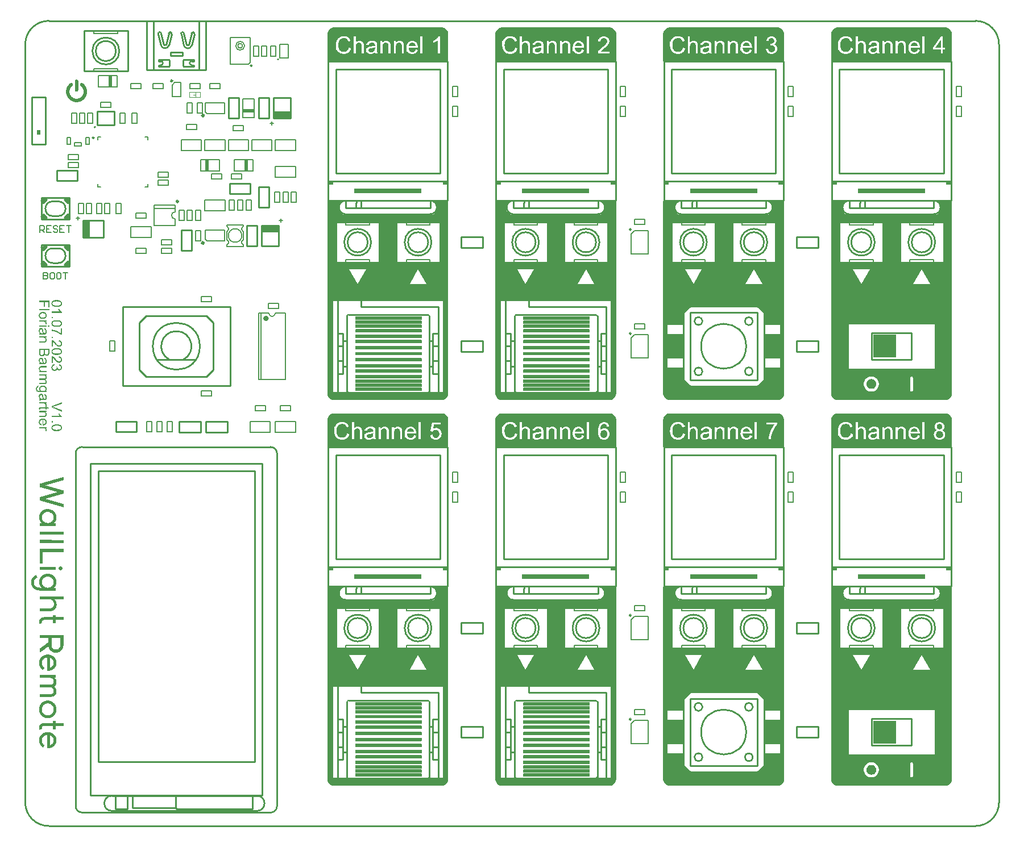
<source format=gto>
G04*
G04 #@! TF.GenerationSoftware,Altium Limited,Altium Designer,22.2.1 (43)*
G04*
G04 Layer_Color=65535*
%FSLAX44Y44*%
%MOMM*%
G71*
G04*
G04 #@! TF.SameCoordinates,A4FAE18D-661E-41B9-AA1C-1E8D17E7CC58*
G04*
G04*
G04 #@! TF.FilePolarity,Positive*
G04*
G01*
G75*
%ADD10C,0.3700*%
%ADD11C,0.2000*%
%ADD12C,0.2540*%
%ADD13C,0.2032*%
%ADD14C,0.2800*%
%ADD15C,0.4064*%
%ADD16C,0.3500*%
%ADD17C,0.4000*%
%ADD18C,0.1524*%
%ADD19C,0.2500*%
%ADD20C,0.1270*%
%ADD21C,0.1000*%
%ADD22C,0.1800*%
%ADD23R,2.5400X1.0160*%
%ADD24R,1.0160X2.5400*%
%ADD25R,0.6000X0.8000*%
%ADD26R,0.6250X1.7750*%
%ADD27R,1.7750X0.6250*%
%ADD28R,10.0000X0.7000*%
%ADD29R,0.8000X0.5000*%
%ADD30R,3.5000X3.5000*%
G36*
X648282Y589511D02*
X650292Y588558D01*
X652043Y587186D01*
X653449Y585463D01*
X654443Y583473D01*
X654915Y581561D01*
X655000D01*
Y580098D01*
X655018Y579192D01*
X655013Y579164D01*
X655000Y579128D01*
Y546439D01*
Y540000D01*
X475000D01*
Y546439D01*
Y579128D01*
X474981Y579179D01*
X475000Y580101D01*
Y581561D01*
X475085D01*
X475557Y583473D01*
X476551Y585463D01*
X477957Y587186D01*
X479708Y588558D01*
X481718Y589511D01*
X483888Y590000D01*
X485000Y590000D01*
X485000Y590000D01*
X645000Y590000D01*
X646112Y590000D01*
X648282Y589511D01*
D02*
G37*
G36*
X398282D02*
X400292Y588558D01*
X402043Y587186D01*
X403449Y585463D01*
X404443Y583473D01*
X404911Y581575D01*
X405000D01*
Y580098D01*
X405018Y579192D01*
X405013Y579164D01*
X405000Y579128D01*
Y546426D01*
Y540000D01*
X225000D01*
Y546426D01*
Y579128D01*
X224981Y579179D01*
X225000Y580101D01*
Y581575D01*
X225089D01*
X225557Y583473D01*
X226551Y585463D01*
X227957Y587186D01*
X229708Y588558D01*
X231718Y589511D01*
X233888Y590000D01*
X235000Y590000D01*
X235000Y590000D01*
X395000Y590000D01*
X396112Y590000D01*
X398282Y589511D01*
D02*
G37*
G36*
X148282D02*
X150292Y588558D01*
X152043Y587186D01*
X153449Y585463D01*
X154443Y583473D01*
X154915Y581561D01*
X155000D01*
Y580098D01*
X155018Y579192D01*
X155013Y579164D01*
X155000Y579128D01*
Y547500D01*
D01*
Y540000D01*
X-25000D01*
Y546439D01*
Y579128D01*
X-25019Y579179D01*
X-25000Y580101D01*
Y581561D01*
X-24915D01*
X-24443Y583473D01*
X-23449Y585463D01*
X-22043Y587186D01*
X-20292Y588558D01*
X-18282Y589511D01*
X-16112Y590000D01*
X-15000Y590000D01*
X-15000Y590000D01*
X145000Y590000D01*
X146112Y590000D01*
X148282Y589511D01*
D02*
G37*
G36*
X-101718D02*
X-99708Y588558D01*
X-97957Y587186D01*
X-96551Y585463D01*
X-95557Y583473D01*
X-95085Y581561D01*
X-95000D01*
Y580098D01*
X-94982Y579192D01*
X-94987Y579164D01*
X-95000Y579128D01*
Y546439D01*
Y540000D01*
X-275000D01*
Y546439D01*
Y579128D01*
X-275019Y579179D01*
X-275000Y580101D01*
Y581561D01*
X-274915D01*
X-274443Y583473D01*
X-273449Y585463D01*
X-272043Y587186D01*
X-270292Y588558D01*
X-268282Y589511D01*
X-266112Y590000D01*
X-265000Y590000D01*
X-265000Y590000D01*
X-105000Y590000D01*
X-103888Y590000D01*
X-101718Y589511D01*
D02*
G37*
G36*
X-640580Y507369D02*
X-640554Y507360D01*
X-640471Y507347D01*
X-640397Y507326D01*
X-640315Y507313D01*
X-640211Y507304D01*
X-640176Y507295D01*
X-640124Y507287D01*
X-640107Y507278D01*
X-640098Y507261D01*
X-640085Y507248D01*
X-640024Y507239D01*
X-639998Y507230D01*
X-639946Y507221D01*
X-639903Y507204D01*
X-639877Y507195D01*
X-639864Y507182D01*
X-639855Y507165D01*
X-639842Y507152D01*
X-639773Y507143D01*
X-639747Y507135D01*
X-639712Y507126D01*
X-639699Y507113D01*
X-639690Y507087D01*
X-639677Y507074D01*
X-639608Y507065D01*
X-639590Y507048D01*
X-639556Y507039D01*
X-639530Y506996D01*
X-639495Y506987D01*
X-639447Y506974D01*
X-639430Y506957D01*
X-639421Y506939D01*
X-639399Y506918D01*
X-639365Y506909D01*
X-639347Y506892D01*
X-639313Y506883D01*
X-639300Y506870D01*
X-639291Y506835D01*
X-639235Y506814D01*
X-639209Y506805D01*
X-639196Y506792D01*
X-639187Y506757D01*
X-639174Y506744D01*
X-639122Y506735D01*
X-639091Y506705D01*
X-639087Y506675D01*
X-639044Y506657D01*
X-639009Y506649D01*
X-638979Y506636D01*
X-638970Y506592D01*
X-638957Y506579D01*
X-638922Y506571D01*
X-638883Y506549D01*
X-638879Y506510D01*
X-638844Y506501D01*
X-638801Y506484D01*
X-638770Y506462D01*
X-638762Y506436D01*
X-638749Y506423D01*
X-638731Y506414D01*
X-638705Y506406D01*
X-638671Y506397D01*
X-638657Y506393D01*
X-638649Y506341D01*
X-638636Y506328D01*
X-638575Y506319D01*
X-638553Y506254D01*
X-638501Y506245D01*
X-638475Y506228D01*
X-638466Y506176D01*
X-638423Y506167D01*
X-638393Y506145D01*
X-638384Y506102D01*
X-638358Y506093D01*
X-638323Y506085D01*
X-638302Y506063D01*
X-638280Y506024D01*
X-638245Y506015D01*
X-638202Y505946D01*
X-638167Y505937D01*
X-638145Y505915D01*
X-638137Y505898D01*
X-638124Y505885D01*
X-638089Y505876D01*
X-638054Y505824D01*
X-638020Y505816D01*
X-638007Y505811D01*
X-637998Y505794D01*
X-637967Y505746D01*
X-637924Y505737D01*
X-637881Y505668D01*
X-637837Y505651D01*
X-637807Y505603D01*
X-637794Y505590D01*
X-637751Y505564D01*
X-637720Y505516D01*
X-637677Y505499D01*
X-637642Y505438D01*
X-637594Y505408D01*
X-637564Y505360D01*
X-637512Y505334D01*
X-637503Y505299D01*
X-637481Y505277D01*
X-637434Y505256D01*
X-637416Y505212D01*
X-637395Y505191D01*
X-637356Y505169D01*
X-637338Y505126D01*
X-637325Y505113D01*
X-637282Y505095D01*
X-637269Y505082D01*
X-637260Y505047D01*
X-637239Y505026D01*
X-637204Y505017D01*
X-637191Y505004D01*
X-637182Y504961D01*
X-637169Y504948D01*
X-637113Y504917D01*
X-637104Y504874D01*
X-637056Y504852D01*
X-637039Y504843D01*
X-637030Y504809D01*
X-637013Y504783D01*
X-636956Y504761D01*
X-636948Y504726D01*
X-636939Y504709D01*
X-636896Y504666D01*
X-636887Y504648D01*
X-636835Y504596D01*
X-636826Y504562D01*
X-636783Y504544D01*
X-636766Y504527D01*
X-636757Y504492D01*
X-636748Y504466D01*
X-636705Y504457D01*
X-636687Y504440D01*
X-636674Y504375D01*
X-636622Y504366D01*
X-636609Y504353D01*
X-636601Y504319D01*
X-636592Y504292D01*
X-636549Y504284D01*
X-636531Y504275D01*
X-636514Y504197D01*
X-636501Y504184D01*
X-636457Y504158D01*
X-636436Y504101D01*
X-636414Y504062D01*
X-636371Y504054D01*
X-636358Y504006D01*
X-636336Y503967D01*
X-636292Y503958D01*
X-636267Y503889D01*
X-636258Y503871D01*
X-636214Y503845D01*
X-636201Y503833D01*
X-636171Y503750D01*
X-636128Y503733D01*
X-636115Y503720D01*
X-636106Y503668D01*
X-636084Y503646D01*
X-636050Y503637D01*
X-636036Y503598D01*
X-636011Y503555D01*
X-635998Y503542D01*
X-635980Y503533D01*
X-635941Y503459D01*
X-635932Y503425D01*
X-635919Y503412D01*
X-635876Y503394D01*
X-635867Y503342D01*
X-635841Y503316D01*
X-635802Y503294D01*
X-635793Y503251D01*
X-635776Y503234D01*
X-635768Y503199D01*
X-635755Y503169D01*
X-635728Y503160D01*
X-635707Y503147D01*
X-635698Y503086D01*
X-635685Y503073D01*
X-635642Y503056D01*
X-635633Y503004D01*
X-635616Y502986D01*
X-635598Y502978D01*
X-635585Y502965D01*
X-635577Y502930D01*
X-635542Y502895D01*
X-635533Y502843D01*
X-635520Y502830D01*
X-635485Y502821D01*
X-635472Y502782D01*
X-635464Y502748D01*
X-635438Y502722D01*
X-635412Y502678D01*
X-635394Y502661D01*
X-635386Y502626D01*
X-635373Y502587D01*
X-635316Y502557D01*
X-635308Y502496D01*
X-635290Y502479D01*
X-635281Y502453D01*
X-635269Y502440D01*
X-635251Y502431D01*
X-635238Y502418D01*
X-635221Y502357D01*
X-635212Y502322D01*
X-635164Y502292D01*
X-635147Y502249D01*
X-635134Y502201D01*
X-635121Y502170D01*
X-635086Y502162D01*
X-635073Y502149D01*
X-635051Y502058D01*
X-635043Y502032D01*
X-634999Y502014D01*
X-634986Y501975D01*
X-634978Y501940D01*
X-634965Y501884D01*
X-634908Y501854D01*
X-634900Y501819D01*
X-634878Y501728D01*
X-634822Y501698D01*
X-634813Y501637D01*
X-634800Y501589D01*
X-634787Y501559D01*
X-634743Y501533D01*
X-634735Y501498D01*
X-634726Y501437D01*
X-634709Y501385D01*
X-634674Y501376D01*
X-634657Y501359D01*
X-634648Y501290D01*
X-634609Y501242D01*
X-634587Y501220D01*
X-634570Y501177D01*
X-634561Y501107D01*
X-634531Y501060D01*
X-634513Y501051D01*
X-634492Y501029D01*
X-634483Y500951D01*
X-634466Y500908D01*
X-634457Y500890D01*
X-634427Y500877D01*
X-634414Y500864D01*
X-634401Y500782D01*
X-634392Y500747D01*
X-634379Y500717D01*
X-634336Y500691D01*
X-634327Y500630D01*
X-634318Y500595D01*
X-634305Y500548D01*
X-634288Y500530D01*
X-634270Y500522D01*
X-634249Y500482D01*
X-634236Y500400D01*
X-634214Y500344D01*
X-634201Y500331D01*
X-634184Y500322D01*
X-634171Y500309D01*
X-634162Y500239D01*
X-634153Y500214D01*
X-634145Y500161D01*
X-634101Y500118D01*
X-634092Y500083D01*
X-634084Y500057D01*
X-634075Y499996D01*
X-634058Y499953D01*
X-634036Y499914D01*
X-634019Y499905D01*
X-634006Y499866D01*
X-633997Y499814D01*
X-633988Y499788D01*
X-633980Y499745D01*
X-633954Y499719D01*
X-633945Y499675D01*
X-633928Y499658D01*
X-633919Y499623D01*
X-633910Y499563D01*
X-633902Y499537D01*
X-633893Y499502D01*
X-633862Y499480D01*
X-633854Y499428D01*
X-633841Y499389D01*
X-633832Y499328D01*
X-633815Y499285D01*
X-633789Y499241D01*
X-633771Y499224D01*
X-633763Y499146D01*
X-633754Y499120D01*
X-633745Y499059D01*
X-633737Y499033D01*
X-633711Y498990D01*
X-633693Y498946D01*
X-633680Y498899D01*
X-633672Y498821D01*
X-633663Y498786D01*
X-633650Y498755D01*
X-633615Y498703D01*
X-633602Y498630D01*
X-633593Y498560D01*
X-633581Y498478D01*
X-633546Y498443D01*
X-633528Y498382D01*
X-633520Y498322D01*
X-633502Y498174D01*
X-633494Y498148D01*
X-633485Y498131D01*
X-633459Y498113D01*
X-633450Y498079D01*
X-633437Y497996D01*
X-633429Y497883D01*
X-633420Y497831D01*
X-633411Y497797D01*
X-633372Y497775D01*
X-633363Y497697D01*
X-633355Y497671D01*
X-633350Y497588D01*
X-633355Y497549D01*
X-633346Y497523D01*
X-633338Y497445D01*
X-633320Y497410D01*
X-633329Y497402D01*
X-633307Y497380D01*
X-633294Y497376D01*
X-633285Y497341D01*
X-633272Y497206D01*
X-633264Y497041D01*
X-633255Y496963D01*
X-633238Y496937D01*
X-633220Y496929D01*
X-633207Y496890D01*
X-633199Y496829D01*
X-633190Y496690D01*
X-633181Y496473D01*
X-633173Y496412D01*
X-633155Y496369D01*
X-633138Y496360D01*
X-633120Y496317D01*
X-633112Y496100D01*
X-633103Y496039D01*
X-633099Y495783D01*
X-633103Y495761D01*
X-633094Y495735D01*
X-633090Y495618D01*
X-633094Y495588D01*
X-633073Y495557D01*
X-633055Y495549D01*
X-633047Y495505D01*
X-633038Y495401D01*
X-633029Y495080D01*
X-633025Y493696D01*
X-633034Y493670D01*
X-633042Y493297D01*
X-633051Y493271D01*
X-633055Y493249D01*
X-633086Y493245D01*
X-633094Y493210D01*
X-633086Y493184D01*
X-633094Y493149D01*
X-633099Y493049D01*
X-633094Y493002D01*
X-633103Y492976D01*
X-633112Y492568D01*
X-633120Y492542D01*
X-633129Y492437D01*
X-633142Y492424D01*
X-633160Y492416D01*
X-633173Y492377D01*
X-633181Y492264D01*
X-633190Y492073D01*
X-633199Y491917D01*
X-633207Y491891D01*
X-633220Y491860D01*
X-633251Y491847D01*
X-633264Y491721D01*
X-633272Y491609D01*
X-633281Y491487D01*
X-633298Y491400D01*
X-633307Y491383D01*
X-633325Y491374D01*
X-633338Y491361D01*
X-633350Y491209D01*
X-633359Y491114D01*
X-633372Y491040D01*
X-633394Y491018D01*
X-633407Y491014D01*
X-633416Y490962D01*
X-633433Y490919D01*
X-633442Y490745D01*
X-633450Y490719D01*
X-633502Y490606D01*
X-633511Y490572D01*
X-633520Y490450D01*
X-633528Y490424D01*
X-633537Y490372D01*
X-633572Y490337D01*
X-633589Y490276D01*
X-633598Y490216D01*
X-633611Y490133D01*
X-633619Y490099D01*
X-633641Y490068D01*
X-633667Y490007D01*
X-633676Y489947D01*
X-633693Y489834D01*
X-633737Y489756D01*
X-633754Y489712D01*
X-633763Y489643D01*
X-633771Y489617D01*
X-633780Y489582D01*
X-633806Y489539D01*
X-633832Y489478D01*
X-633841Y489443D01*
X-633854Y489343D01*
X-633893Y489305D01*
X-633902Y489261D01*
X-633919Y489218D01*
X-633928Y489157D01*
X-633945Y489114D01*
X-633954Y489087D01*
X-633967Y489075D01*
X-633980Y489070D01*
X-633988Y489009D01*
X-634006Y488966D01*
X-634014Y488914D01*
X-634049Y488879D01*
X-634058Y488844D01*
X-634075Y488801D01*
X-634084Y488740D01*
X-634101Y488697D01*
X-634110Y488680D01*
X-634123Y488667D01*
X-634140Y488658D01*
X-634153Y488610D01*
X-634166Y488536D01*
X-634175Y488502D01*
X-634223Y488454D01*
X-634236Y488406D01*
X-634244Y488337D01*
X-634262Y488293D01*
X-634288Y488267D01*
X-634301Y488263D01*
X-634318Y488220D01*
X-634327Y488150D01*
X-634336Y488124D01*
X-634344Y488107D01*
X-634388Y488081D01*
X-634401Y488024D01*
X-634409Y487981D01*
X-634418Y487946D01*
X-634435Y487920D01*
X-634453Y487911D01*
X-634466Y487898D01*
X-634483Y487855D01*
X-634496Y487781D01*
X-634505Y487747D01*
X-634513Y487729D01*
X-634557Y487703D01*
X-634570Y487664D01*
X-634579Y487577D01*
X-634600Y487547D01*
X-634635Y487538D01*
X-634648Y487525D01*
X-634657Y487447D01*
X-634687Y487391D01*
X-634722Y487382D01*
X-634735Y487343D01*
X-634743Y487282D01*
X-634761Y487265D01*
X-634770Y487239D01*
X-634800Y487217D01*
X-634813Y487169D01*
X-634822Y487117D01*
X-634852Y487070D01*
X-634861Y487078D01*
X-634882Y487057D01*
X-634891Y487022D01*
X-634908Y486944D01*
X-634921Y486922D01*
X-634965Y486896D01*
X-634991Y486801D01*
X-634999Y486783D01*
X-635043Y486757D01*
X-635056Y486744D01*
X-635069Y486662D01*
X-635091Y486631D01*
X-635121Y486618D01*
X-635134Y486605D01*
X-635147Y486549D01*
X-635156Y486514D01*
X-635173Y486488D01*
X-635212Y486466D01*
X-635225Y486410D01*
X-635238Y486371D01*
X-635251Y486341D01*
X-635294Y486315D01*
X-635303Y486271D01*
X-635316Y486241D01*
X-635360Y486198D01*
X-635368Y486180D01*
X-635386Y486163D01*
X-635403Y486093D01*
X-635416Y486080D01*
X-635455Y486059D01*
X-635464Y486024D01*
X-635472Y485998D01*
X-635498Y485972D01*
X-635520Y485924D01*
X-635537Y485915D01*
X-635550Y485902D01*
X-635555Y485872D01*
X-635550Y485859D01*
X-635572Y485829D01*
X-635611Y485816D01*
X-635620Y485781D01*
X-635629Y485755D01*
X-635655Y485729D01*
X-635685Y485672D01*
X-635698Y485668D01*
X-635707Y485651D01*
X-635715Y485625D01*
X-635724Y485590D01*
X-635768Y485573D01*
X-635785Y485555D01*
X-635793Y485503D01*
X-635807Y485490D01*
X-635846Y485468D01*
X-635854Y485425D01*
X-635880Y485399D01*
X-635889Y485364D01*
X-635893Y485351D01*
X-635941Y485330D01*
X-635958Y485260D01*
X-635971Y485247D01*
X-636006Y485238D01*
X-636019Y485225D01*
X-636028Y485173D01*
X-636054Y485147D01*
X-636063Y485130D01*
X-636076Y485117D01*
X-636093Y485108D01*
X-636115Y485069D01*
X-636123Y485035D01*
X-636132Y485017D01*
X-636167Y485009D01*
X-636193Y484982D01*
X-636201Y484930D01*
X-636223Y484909D01*
X-636258Y484900D01*
X-636279Y484844D01*
X-636301Y484796D01*
X-636336Y484787D01*
X-636349Y484774D01*
X-636366Y484731D01*
X-636388Y484692D01*
X-636431Y484683D01*
X-636444Y484635D01*
X-636470Y484592D01*
X-636505Y484583D01*
X-636514Y484549D01*
X-636531Y484505D01*
X-636553Y484466D01*
X-636596Y484458D01*
X-636609Y484418D01*
X-636618Y484375D01*
X-636670Y484366D01*
X-636687Y484349D01*
X-636696Y484297D01*
X-636709Y484284D01*
X-636761Y484275D01*
X-636774Y484210D01*
X-636787Y484197D01*
X-636822Y484188D01*
X-636839Y484180D01*
X-636848Y484136D01*
X-636865Y484110D01*
X-636909Y484093D01*
X-636917Y484058D01*
X-636956Y484019D01*
X-636974Y483976D01*
X-637022Y483945D01*
X-637043Y483924D01*
X-637052Y483889D01*
X-637100Y483859D01*
X-637113Y483846D01*
X-637121Y483811D01*
X-637134Y483798D01*
X-637169Y483789D01*
X-637191Y483768D01*
X-637200Y483733D01*
X-637212Y483720D01*
X-637269Y483689D01*
X-637278Y483655D01*
X-637299Y483633D01*
X-637343Y483607D01*
X-637369Y483555D01*
X-637412Y483529D01*
X-637425Y483516D01*
X-637451Y483472D01*
X-637481Y483459D01*
X-637503Y483438D01*
X-637512Y483403D01*
X-637525Y483390D01*
X-637551Y483381D01*
X-637581Y483351D01*
X-637590Y483325D01*
X-637603Y483312D01*
X-637659Y483282D01*
X-637681Y483234D01*
X-637716Y483225D01*
X-637746Y483195D01*
X-637768Y483156D01*
X-637811Y483130D01*
X-637824Y483117D01*
X-637846Y483078D01*
X-637889Y483060D01*
X-637902Y483047D01*
X-637924Y482999D01*
X-637959Y482991D01*
X-637976Y482982D01*
X-638011Y482921D01*
X-638054Y482904D01*
X-638067Y482891D01*
X-638089Y482843D01*
X-638124Y482835D01*
X-638141Y482826D01*
X-638185Y482756D01*
X-638219Y482748D01*
X-638250Y482717D01*
X-638258Y482700D01*
X-638289Y482687D01*
X-638332Y482644D01*
X-638375Y482635D01*
X-638393Y482592D01*
X-638419Y482565D01*
X-638466Y482561D01*
X-638475Y482526D01*
X-638484Y482500D01*
X-638523Y482487D01*
X-638553Y482483D01*
X-638562Y482448D01*
X-638571Y482422D01*
X-638584Y482409D01*
X-638636Y482401D01*
X-638649Y482388D01*
X-638657Y482336D01*
X-638709Y482327D01*
X-638740Y482305D01*
X-638749Y482270D01*
X-638792Y482253D01*
X-638853Y482227D01*
X-638870Y482218D01*
X-638879Y482184D01*
X-638922Y482166D01*
X-638970Y482145D01*
X-638979Y482101D01*
X-638992Y482088D01*
X-639044Y482080D01*
X-639074Y482049D01*
X-639083Y482023D01*
X-639096Y482010D01*
X-639156Y481993D01*
X-639187Y481980D01*
X-639196Y481945D01*
X-639204Y481928D01*
X-639269Y481906D01*
X-639282Y481893D01*
X-639291Y481850D01*
X-639326Y481841D01*
X-639369Y481824D01*
X-639399Y481802D01*
X-639452Y481750D01*
X-639512Y481741D01*
X-639525Y481702D01*
X-639534Y481685D01*
X-639599Y481663D01*
X-639621Y481641D01*
X-639634Y481611D01*
X-639682Y481598D01*
X-639695Y481585D01*
X-639729Y481576D01*
X-639760Y481563D01*
X-639790Y481507D01*
X-639842Y481498D01*
X-639855Y481485D01*
X-639873Y481442D01*
X-639925Y481433D01*
X-639955Y481411D01*
X-639972Y481394D01*
X-640016Y481368D01*
X-640042Y481342D01*
X-640094Y481333D01*
X-640120Y481281D01*
X-640146Y481272D01*
X-640154Y481281D01*
X-640198Y481255D01*
X-640215Y481238D01*
X-640259Y481212D01*
X-640276Y481194D01*
X-640311Y481186D01*
X-640337Y481177D01*
X-640350Y481164D01*
X-640371Y481125D01*
X-640406Y481116D01*
X-640432Y481107D01*
X-640480Y481068D01*
X-640493Y481055D01*
X-640510Y481047D01*
X-640528Y481029D01*
X-640597Y481021D01*
X-640619Y480999D01*
X-640628Y480982D01*
X-640641Y480969D01*
X-640697Y480947D01*
X-640740Y480938D01*
X-640766Y480921D01*
X-640788Y480882D01*
X-640823Y480873D01*
X-640905Y480843D01*
X-640931Y480799D01*
X-640970Y480786D01*
X-641035Y480773D01*
X-641061Y480756D01*
X-641070Y480721D01*
X-641126Y480700D01*
X-641179Y480691D01*
X-641200Y480669D01*
X-641209Y480643D01*
X-641222Y480630D01*
X-641257Y480621D01*
X-641330Y480608D01*
X-641374Y480591D01*
X-641383Y480556D01*
X-641396Y480543D01*
X-641456Y480535D01*
X-641491Y480526D01*
X-641547Y480496D01*
X-641556Y480478D01*
X-641578Y480457D01*
X-641656Y480448D01*
X-641686Y480426D01*
X-641695Y480400D01*
X-641734Y480378D01*
X-641769Y480370D01*
X-641812Y480361D01*
X-641825Y480348D01*
X-641834Y480313D01*
X-641873Y480300D01*
X-641934Y480292D01*
X-641986Y480283D01*
X-642016Y480253D01*
X-642025Y480235D01*
X-642073Y480214D01*
X-642146Y480201D01*
X-642190Y480183D01*
X-642211Y480144D01*
X-642281Y480127D01*
X-642355Y480114D01*
X-642381Y480096D01*
X-642402Y480057D01*
X-642459Y480044D01*
X-642502Y480036D01*
X-642533Y480023D01*
X-642545Y480010D01*
X-642554Y479992D01*
X-642567Y479979D01*
X-642615Y479966D01*
X-642693Y479958D01*
X-642741Y479945D01*
X-642758Y479936D01*
X-642780Y479906D01*
X-642793Y479893D01*
X-642862Y479884D01*
X-642888Y479875D01*
X-642940Y479866D01*
X-642975Y479832D01*
X-643036Y479806D01*
X-643071Y479797D01*
X-643123Y479788D01*
X-643149Y479780D01*
X-643179Y479767D01*
X-643188Y479749D01*
X-643209Y479728D01*
X-643279Y479719D01*
X-643305Y479710D01*
X-643348Y479702D01*
X-643374Y479667D01*
X-643426Y479658D01*
X-643470Y479641D01*
X-643531Y479632D01*
X-643557Y479623D01*
X-643591Y479615D01*
X-643626Y479580D01*
X-643687Y479571D01*
X-643713Y479563D01*
X-643773Y479554D01*
X-643817Y479537D01*
X-643834Y479528D01*
X-643869Y479493D01*
X-643938Y479485D01*
X-643964Y479476D01*
X-644016Y479467D01*
X-644034Y479450D01*
X-644051Y479441D01*
X-644112Y479415D01*
X-644147Y479407D01*
X-644273Y479394D01*
X-644307Y479385D01*
X-644338Y479372D01*
X-644390Y479337D01*
X-644464Y479324D01*
X-644542Y479315D01*
X-644594Y479307D01*
X-644637Y479289D01*
X-644659Y479259D01*
X-644724Y479246D01*
X-644841Y479233D01*
X-644893Y479224D01*
X-645023Y479164D01*
X-645188Y479155D01*
X-645240Y479146D01*
X-645266Y479137D01*
X-645305Y479133D01*
X-645327Y479094D01*
X-645409Y479081D01*
X-645488Y479072D01*
X-645583Y479064D01*
X-645648Y479051D01*
X-645674Y479025D01*
X-645744Y479007D01*
X-645830Y478999D01*
X-646026Y478986D01*
X-646039Y478990D01*
X-646065Y478981D01*
X-646134Y478964D01*
X-646143Y478938D01*
X-646212Y478921D01*
X-646377Y478912D01*
X-646650Y478899D01*
X-646720Y478890D01*
X-646755Y478881D01*
X-646776Y478851D01*
X-646876Y478838D01*
X-647015Y478829D01*
X-647275Y478821D01*
X-647314Y478816D01*
X-647340Y478825D01*
X-647366Y478816D01*
X-647492Y478812D01*
X-647497Y478816D01*
X-647527Y478795D01*
X-647531Y478773D01*
X-647618Y478764D01*
X-647731Y478756D01*
X-648208Y478747D01*
X-649632Y478756D01*
X-649658Y478764D01*
X-649762Y478773D01*
X-649770Y478808D01*
X-649801Y478812D01*
X-649840Y478808D01*
X-649866Y478816D01*
X-649966Y478821D01*
X-650014Y478816D01*
X-650040Y478825D01*
X-650413Y478834D01*
X-650439Y478842D01*
X-650521Y478855D01*
X-650543Y478886D01*
X-650630Y478894D01*
X-650664Y478903D01*
X-651024Y478916D01*
X-651103Y478925D01*
X-651137Y478933D01*
X-651155Y478942D01*
X-651163Y478968D01*
X-651215Y478977D01*
X-651250Y478986D01*
X-651263Y478990D01*
X-651289Y478981D01*
X-651315Y478990D01*
X-651528Y479003D01*
X-651571Y479012D01*
X-651606Y479020D01*
X-651636Y479042D01*
X-651654Y479059D01*
X-651806Y479072D01*
X-651892Y479081D01*
X-651927Y479090D01*
X-651971Y479098D01*
X-651992Y479137D01*
X-652070Y479146D01*
X-652096Y479155D01*
X-652279Y479164D01*
X-652357Y479198D01*
X-652374Y479207D01*
X-652417Y479224D01*
X-652452Y479233D01*
X-652569Y479246D01*
X-652639Y479263D01*
X-652660Y479294D01*
X-652721Y479311D01*
X-652808Y479320D01*
X-652908Y479341D01*
X-652960Y479376D01*
X-653008Y479389D01*
X-653042Y479398D01*
X-653168Y479411D01*
X-653212Y479428D01*
X-653303Y479476D01*
X-653372Y479485D01*
X-653398Y479493D01*
X-653433Y479502D01*
X-653450Y479519D01*
X-653494Y479537D01*
X-653554Y479563D01*
X-653615Y479571D01*
X-653641Y479580D01*
X-653676Y479589D01*
X-653711Y479623D01*
X-653771Y479632D01*
X-653797Y479641D01*
X-653858Y479650D01*
X-653884Y479658D01*
X-653919Y479667D01*
X-653941Y479689D01*
X-653945Y479702D01*
X-653980Y479710D01*
X-654023Y479719D01*
X-654049Y479728D01*
X-654092Y479736D01*
X-654114Y479758D01*
X-654118Y479771D01*
X-654153Y479780D01*
X-654196Y479797D01*
X-654266Y479806D01*
X-654327Y479840D01*
X-654353Y479866D01*
X-654388Y479875D01*
X-654457Y479884D01*
X-654509Y479901D01*
X-654531Y479923D01*
X-654539Y479940D01*
X-654574Y479949D01*
X-654622Y479962D01*
X-654700Y479971D01*
X-654743Y479997D01*
X-654769Y480031D01*
X-654869Y480053D01*
X-654900Y480066D01*
X-654926Y480109D01*
X-654960Y480118D01*
X-655021Y480127D01*
X-655056Y480135D01*
X-655086Y480149D01*
X-655108Y480188D01*
X-655169Y480205D01*
X-655247Y480222D01*
X-655277Y480244D01*
X-655286Y480261D01*
X-655307Y480283D01*
X-655368Y480292D01*
X-655442Y480305D01*
X-655468Y480322D01*
X-655477Y480357D01*
X-655490Y480370D01*
X-655568Y480378D01*
X-655585Y480396D01*
X-655602Y480405D01*
X-655615Y480435D01*
X-655663Y480457D01*
X-655724Y480465D01*
X-655746Y480487D01*
X-655754Y480504D01*
X-655828Y480535D01*
X-655898Y480543D01*
X-655911Y480556D01*
X-655924Y480596D01*
X-655984Y480613D01*
X-656045Y480621D01*
X-656088Y480648D01*
X-656102Y480678D01*
X-656115Y480691D01*
X-656214Y480713D01*
X-656245Y480769D01*
X-656314Y480786D01*
X-656357Y480795D01*
X-656379Y480817D01*
X-656388Y480843D01*
X-656444Y480864D01*
X-656514Y480882D01*
X-656540Y480934D01*
X-656596Y480947D01*
X-656661Y480977D01*
X-656674Y480990D01*
X-656683Y481008D01*
X-656696Y481021D01*
X-656757Y481029D01*
X-656774Y481038D01*
X-656822Y481077D01*
X-656835Y481090D01*
X-656852Y481099D01*
X-656870Y481116D01*
X-656922Y481125D01*
X-656935Y481138D01*
X-656961Y481181D01*
X-657004Y481190D01*
X-657035Y481212D01*
X-657052Y481229D01*
X-657095Y481255D01*
X-657113Y481272D01*
X-657173Y481281D01*
X-657186Y481294D01*
X-657195Y481329D01*
X-657208Y481342D01*
X-657260Y481351D01*
X-657295Y481385D01*
X-657338Y481411D01*
X-657356Y481429D01*
X-657425Y481446D01*
X-657442Y481489D01*
X-657460Y481507D01*
X-657512Y481515D01*
X-657525Y481528D01*
X-657533Y481554D01*
X-657546Y481567D01*
X-657594Y481581D01*
X-657616Y481602D01*
X-657664Y481615D01*
X-657690Y481659D01*
X-657703Y481672D01*
X-657755Y481680D01*
X-657768Y481693D01*
X-657776Y481737D01*
X-657824Y481750D01*
X-657850Y481758D01*
X-657898Y481797D01*
X-657907Y481815D01*
X-657954Y481837D01*
X-657989Y481845D01*
X-658002Y481850D01*
X-658011Y481884D01*
X-658019Y481902D01*
X-658059Y481915D01*
X-658102Y481941D01*
X-658111Y481975D01*
X-658171Y482001D01*
X-658215Y482027D01*
X-658228Y482058D01*
X-658241Y482071D01*
X-658284Y482088D01*
X-658310Y482097D01*
X-658323Y482110D01*
X-658328Y482149D01*
X-658371Y482166D01*
X-658406Y482175D01*
X-658419Y482188D01*
X-658427Y482223D01*
X-658471Y482240D01*
X-658510Y482253D01*
X-658549Y482275D01*
X-658558Y482318D01*
X-658605Y482331D01*
X-658640Y482340D01*
X-658649Y482383D01*
X-658666Y482409D01*
X-658718Y482418D01*
X-658731Y482431D01*
X-658740Y482483D01*
X-658805Y482496D01*
X-658818Y482509D01*
X-658827Y482561D01*
X-658879Y482570D01*
X-658905Y482596D01*
X-658922Y482639D01*
X-658966Y482648D01*
X-659013Y482696D01*
X-659039Y482704D01*
X-659083Y482756D01*
X-659126Y482765D01*
X-659143Y482808D01*
X-659152Y482826D01*
X-659187Y482835D01*
X-659204Y482843D01*
X-659217Y482856D01*
X-659226Y482891D01*
X-659248Y482913D01*
X-659282Y482921D01*
X-659295Y482934D01*
X-659326Y482991D01*
X-659369Y482999D01*
X-659412Y483069D01*
X-659447Y483078D01*
X-659460Y483091D01*
X-659486Y483134D01*
X-659499Y483147D01*
X-659534Y483156D01*
X-659577Y483225D01*
X-659612Y483234D01*
X-659647Y483294D01*
X-659707Y483329D01*
X-659721Y483360D01*
X-659751Y483390D01*
X-659777Y483399D01*
X-659803Y483451D01*
X-659859Y483490D01*
X-659885Y483533D01*
X-659898Y483546D01*
X-659937Y483568D01*
X-659946Y483603D01*
X-659968Y483624D01*
X-660016Y483646D01*
X-660033Y483689D01*
X-660055Y483711D01*
X-660098Y483737D01*
X-660107Y483772D01*
X-660124Y483789D01*
X-660181Y483811D01*
X-660189Y483854D01*
X-660211Y483876D01*
X-660250Y483898D01*
X-660259Y483932D01*
X-660289Y483963D01*
X-660328Y483976D01*
X-660337Y484011D01*
X-660345Y484028D01*
X-660380Y484063D01*
X-660389Y484097D01*
X-660432Y484115D01*
X-660450Y484158D01*
X-660458Y484184D01*
X-660493Y484193D01*
X-660523Y484214D01*
X-660532Y484267D01*
X-660575Y484284D01*
X-660593Y484293D01*
X-660606Y484306D01*
X-660614Y484358D01*
X-660627Y484371D01*
X-660679Y484379D01*
X-660693Y484444D01*
X-660714Y484466D01*
X-660749Y484475D01*
X-660801Y484588D01*
X-660836Y484596D01*
X-660849Y484644D01*
X-660870Y484692D01*
X-660914Y484700D01*
X-660927Y484714D01*
X-660936Y484757D01*
X-660957Y484787D01*
X-660992Y484796D01*
X-661005Y484809D01*
X-661014Y484844D01*
X-661022Y484870D01*
X-661044Y484909D01*
X-661087Y484917D01*
X-661100Y484965D01*
X-661122Y485004D01*
X-661157Y485013D01*
X-661170Y485026D01*
X-661179Y485069D01*
X-661217Y485117D01*
X-661257Y485156D01*
X-661274Y485217D01*
X-661283Y485234D01*
X-661335Y485260D01*
X-661343Y485286D01*
X-661352Y485321D01*
X-661374Y485343D01*
X-661404Y485356D01*
X-661413Y485399D01*
X-661439Y485425D01*
X-661456Y485468D01*
X-661478Y485490D01*
X-661495Y485499D01*
X-661508Y485512D01*
X-661517Y485564D01*
X-661530Y485577D01*
X-661573Y485594D01*
X-661582Y485646D01*
X-661630Y485694D01*
X-661638Y485720D01*
X-661652Y485742D01*
X-661665Y485746D01*
X-661673Y485781D01*
X-661682Y485807D01*
X-661695Y485820D01*
X-661734Y485842D01*
X-661751Y485911D01*
X-661782Y485933D01*
X-661825Y486002D01*
X-661834Y486037D01*
X-661842Y486063D01*
X-661886Y486089D01*
X-661899Y486102D01*
X-661908Y486154D01*
X-661925Y486171D01*
X-661934Y486189D01*
X-661968Y486223D01*
X-661977Y486241D01*
X-661994Y486284D01*
X-662003Y486319D01*
X-662016Y486332D01*
X-662042Y486341D01*
X-662055Y486354D01*
X-662064Y486406D01*
X-662072Y486432D01*
X-662090Y486475D01*
X-662120Y486488D01*
X-662142Y486510D01*
X-662150Y486579D01*
X-662181Y486627D01*
X-662207Y486636D01*
X-662220Y486649D01*
X-662229Y486684D01*
X-662242Y486740D01*
X-662263Y486770D01*
X-662294Y486783D01*
X-662315Y486840D01*
X-662324Y486892D01*
X-662346Y486913D01*
X-662372Y486922D01*
X-662393Y486970D01*
X-662406Y487044D01*
X-662424Y487070D01*
X-662454Y487074D01*
X-662472Y487117D01*
X-662480Y487152D01*
X-662489Y487204D01*
X-662511Y487226D01*
X-662528Y487235D01*
X-662545Y487278D01*
X-662558Y487317D01*
X-662567Y487369D01*
X-662589Y487391D01*
X-662619Y487395D01*
X-662628Y487430D01*
X-662645Y487491D01*
X-662654Y487534D01*
X-662667Y487547D01*
X-662706Y487551D01*
X-662715Y487586D01*
X-662732Y487699D01*
X-662754Y487721D01*
X-662780Y487729D01*
X-662793Y487742D01*
X-662806Y487825D01*
X-662814Y487868D01*
X-662840Y487911D01*
X-662858Y487920D01*
X-662871Y487933D01*
X-662888Y488003D01*
X-662901Y488059D01*
X-662919Y488094D01*
X-662958Y488116D01*
X-662975Y488220D01*
X-663001Y488263D01*
X-663014Y488276D01*
X-663027Y488280D01*
X-663044Y488324D01*
X-663053Y488385D01*
X-663066Y488432D01*
X-663096Y488480D01*
X-663122Y488506D01*
X-663131Y488567D01*
X-663140Y488601D01*
X-663149Y488654D01*
X-663162Y488667D01*
X-663179Y488675D01*
X-663192Y488688D01*
X-663218Y488784D01*
X-663227Y488836D01*
X-663244Y488853D01*
X-663253Y488888D01*
X-663287Y488923D01*
X-663296Y488992D01*
X-663305Y489018D01*
X-663318Y489066D01*
X-663357Y489105D01*
X-663365Y489166D01*
X-663374Y489192D01*
X-663383Y489244D01*
X-663400Y489287D01*
X-663409Y489313D01*
X-663444Y489348D01*
X-663452Y489443D01*
X-663461Y489469D01*
X-663470Y489504D01*
X-663487Y489521D01*
X-663496Y489556D01*
X-663513Y489574D01*
X-663522Y489608D01*
X-663548Y489738D01*
X-663583Y489790D01*
X-663608Y489877D01*
X-663622Y489986D01*
X-663648Y490055D01*
X-663661Y490068D01*
X-663678Y490112D01*
X-663687Y490146D01*
X-663708Y490298D01*
X-663721Y490328D01*
X-663765Y490389D01*
X-663778Y490498D01*
X-663786Y490584D01*
X-663795Y490619D01*
X-663817Y490658D01*
X-663843Y490719D01*
X-663851Y490754D01*
X-663860Y490893D01*
X-663873Y490958D01*
X-663886Y490971D01*
X-663895Y491014D01*
X-663930Y491049D01*
X-663943Y491209D01*
X-663951Y491296D01*
X-663960Y491366D01*
X-663990Y491387D01*
X-664016Y491492D01*
X-664025Y491708D01*
X-664034Y491734D01*
X-664042Y491830D01*
X-664055Y491843D01*
X-664073Y491852D01*
X-664086Y491891D01*
X-664094Y491925D01*
X-664103Y492090D01*
X-664116Y492320D01*
X-664125Y492390D01*
X-664142Y492416D01*
X-664160Y492424D01*
X-664168Y492477D01*
X-664177Y492555D01*
X-664186Y492667D01*
X-664194Y492997D01*
X-664203Y493162D01*
X-664212Y493240D01*
X-664242Y493253D01*
X-664251Y493314D01*
X-664259Y493479D01*
X-664268Y494112D01*
X-664259Y495414D01*
X-664251Y495440D01*
X-664242Y495562D01*
X-664212Y495575D01*
X-664199Y495605D01*
X-664207Y495631D01*
X-664199Y495692D01*
X-664194Y495774D01*
X-664199Y495813D01*
X-664190Y495839D01*
X-664181Y496247D01*
X-664173Y496273D01*
X-664164Y496352D01*
X-664151Y496382D01*
X-664129Y496386D01*
X-664120Y496447D01*
X-664112Y496482D01*
X-664099Y496790D01*
X-664090Y496877D01*
X-664081Y496920D01*
X-664064Y496946D01*
X-664047Y496955D01*
X-664034Y496985D01*
X-664042Y497002D01*
X-664034Y497028D01*
X-664025Y497063D01*
X-664016Y497298D01*
X-664008Y497323D01*
X-663999Y497376D01*
X-663973Y497419D01*
X-663964Y497436D01*
X-663947Y497480D01*
X-663943Y497579D01*
X-663947Y497601D01*
X-663938Y497627D01*
X-663930Y497723D01*
X-663921Y497749D01*
X-663912Y497784D01*
X-663878Y497801D01*
X-663869Y497879D01*
X-663860Y497905D01*
X-663851Y498044D01*
X-663843Y498070D01*
X-663834Y498113D01*
X-663799Y498148D01*
X-663786Y498204D01*
X-663778Y498291D01*
X-663769Y498361D01*
X-663760Y498413D01*
X-663747Y498443D01*
X-663721Y498469D01*
X-663704Y498530D01*
X-663687Y498677D01*
X-663678Y498703D01*
X-663652Y498747D01*
X-663634Y498764D01*
X-663622Y498829D01*
X-663613Y498899D01*
X-663604Y498933D01*
X-663596Y498977D01*
X-663574Y499007D01*
X-663539Y499094D01*
X-663530Y499172D01*
X-663522Y499198D01*
X-663513Y499241D01*
X-663487Y499268D01*
X-663465Y499324D01*
X-663452Y499372D01*
X-663444Y499432D01*
X-663426Y499484D01*
X-663413Y499497D01*
X-663400Y499502D01*
X-663383Y499571D01*
X-663374Y499597D01*
X-663365Y499658D01*
X-663348Y499675D01*
X-663335Y499723D01*
X-663305Y499753D01*
X-663296Y499832D01*
X-663287Y499858D01*
X-663279Y499901D01*
X-663244Y499936D01*
X-663222Y499992D01*
X-663209Y500075D01*
X-663192Y500118D01*
X-663183Y500135D01*
X-663149Y500170D01*
X-663140Y500205D01*
X-663118Y500313D01*
X-663092Y500339D01*
X-663079Y500344D01*
X-663062Y500387D01*
X-663036Y500508D01*
X-663014Y500530D01*
X-662997Y500539D01*
X-662975Y500587D01*
X-662962Y500669D01*
X-662949Y500700D01*
X-662936Y500713D01*
X-662919Y500721D01*
X-662906Y500734D01*
X-662888Y500804D01*
X-662875Y500869D01*
X-662858Y500886D01*
X-662840Y500895D01*
X-662827Y500908D01*
X-662810Y500969D01*
X-662801Y501003D01*
X-662793Y501047D01*
X-662780Y501060D01*
X-662758Y501064D01*
X-662723Y501142D01*
X-662715Y501203D01*
X-662676Y501251D01*
X-662654Y501272D01*
X-662636Y501333D01*
X-662628Y501368D01*
X-662615Y501381D01*
X-662589Y501389D01*
X-662576Y501403D01*
X-662567Y501446D01*
X-662558Y501472D01*
X-662550Y501533D01*
X-662537Y501546D01*
X-662506Y501559D01*
X-662489Y501602D01*
X-662480Y501637D01*
X-662472Y501698D01*
X-662450Y501719D01*
X-662415Y501728D01*
X-662402Y501776D01*
X-662385Y501854D01*
X-662372Y501867D01*
X-662333Y501880D01*
X-662315Y501940D01*
X-662302Y502006D01*
X-662294Y502023D01*
X-662250Y502040D01*
X-662229Y502097D01*
X-662220Y502149D01*
X-662198Y502170D01*
X-662172Y502179D01*
X-662159Y502192D01*
X-662150Y502244D01*
X-662116Y502305D01*
X-662085Y502327D01*
X-662072Y502340D01*
X-662064Y502401D01*
X-662033Y502440D01*
X-662016Y502448D01*
X-661977Y502522D01*
X-661968Y502565D01*
X-661955Y502578D01*
X-661929Y502587D01*
X-661916Y502600D01*
X-661908Y502652D01*
X-661873Y502687D01*
X-661847Y502730D01*
X-661821Y502756D01*
X-661812Y502817D01*
X-661751Y502852D01*
X-661743Y502904D01*
X-661717Y502930D01*
X-661699Y502973D01*
X-661686Y502986D01*
X-661669Y502995D01*
X-661656Y503008D01*
X-661647Y503060D01*
X-661595Y503086D01*
X-661578Y503156D01*
X-661530Y503186D01*
X-661521Y503221D01*
X-661500Y503251D01*
X-661482Y503303D01*
X-661434Y503334D01*
X-661422Y503346D01*
X-661413Y503399D01*
X-661361Y503425D01*
X-661352Y503451D01*
X-661343Y503485D01*
X-661326Y503503D01*
X-661304Y503542D01*
X-661287Y503550D01*
X-661265Y503572D01*
X-661257Y503607D01*
X-661248Y503633D01*
X-661235Y503646D01*
X-661200Y503655D01*
X-661187Y503668D01*
X-661170Y503737D01*
X-661126Y503754D01*
X-661109Y503772D01*
X-661096Y503819D01*
X-661070Y503863D01*
X-661027Y503889D01*
X-661005Y503945D01*
X-660996Y503963D01*
X-660953Y503971D01*
X-660918Y504058D01*
X-660875Y504067D01*
X-660849Y504128D01*
X-660823Y504171D01*
X-660810Y504184D01*
X-660779Y504197D01*
X-660771Y504232D01*
X-660758Y504279D01*
X-660723Y504288D01*
X-660697Y504297D01*
X-660688Y504340D01*
X-660666Y504370D01*
X-660623Y504379D01*
X-660614Y504405D01*
X-660597Y504449D01*
X-660584Y504462D01*
X-660541Y504470D01*
X-660532Y504514D01*
X-660510Y504544D01*
X-660458Y504570D01*
X-660450Y504605D01*
X-660406Y504648D01*
X-660393Y504679D01*
X-660376Y504687D01*
X-660345Y504718D01*
X-660337Y504761D01*
X-660324Y504774D01*
X-660280Y504783D01*
X-660267Y504796D01*
X-660259Y504831D01*
X-660250Y504848D01*
X-660207Y504865D01*
X-660189Y504874D01*
X-660181Y504909D01*
X-660172Y504926D01*
X-660159Y504939D01*
X-660124Y504948D01*
X-660111Y504961D01*
X-660102Y504995D01*
X-660094Y505013D01*
X-660033Y505047D01*
X-660024Y505082D01*
X-660020Y505095D01*
X-659946Y505134D01*
X-659937Y505169D01*
X-659924Y505182D01*
X-659881Y505208D01*
X-659868Y505221D01*
X-659859Y505256D01*
X-659790Y505299D01*
X-659781Y505334D01*
X-659768Y505347D01*
X-659734Y505356D01*
X-659712Y505377D01*
X-659694Y505421D01*
X-659651Y505438D01*
X-659634Y505455D01*
X-659616Y505499D01*
X-659564Y505525D01*
X-659525Y505581D01*
X-659482Y505607D01*
X-659469Y505620D01*
X-659447Y505659D01*
X-659404Y505677D01*
X-659391Y505690D01*
X-659369Y505737D01*
X-659326Y505755D01*
X-659304Y505776D01*
X-659282Y505816D01*
X-659239Y505833D01*
X-659217Y505855D01*
X-659209Y505872D01*
X-659195Y505885D01*
X-659161Y505894D01*
X-659148Y505907D01*
X-659139Y505924D01*
X-659126Y505946D01*
X-659083Y505954D01*
X-659039Y506024D01*
X-659022Y506032D01*
X-659013Y506024D01*
X-659000Y506037D01*
X-658974Y506080D01*
X-658961Y506093D01*
X-658909Y506102D01*
X-658900Y506145D01*
X-658874Y506171D01*
X-658827Y506176D01*
X-658818Y506210D01*
X-658809Y506236D01*
X-658770Y506250D01*
X-658736Y506258D01*
X-658727Y506302D01*
X-658718Y506319D01*
X-658649Y506336D01*
X-658636Y506375D01*
X-658631Y506397D01*
X-658566Y506410D01*
X-658553Y506423D01*
X-658536Y506432D01*
X-658523Y506445D01*
X-658514Y506471D01*
X-658475Y506493D01*
X-658440Y506501D01*
X-658423Y506510D01*
X-658410Y506523D01*
X-658401Y506558D01*
X-658362Y506571D01*
X-658319Y506597D01*
X-658310Y506640D01*
X-658276Y506649D01*
X-658219Y506670D01*
X-658202Y506688D01*
X-658193Y506714D01*
X-658171Y506735D01*
X-658115Y506749D01*
X-658098Y506766D01*
X-658089Y506809D01*
X-658046Y506818D01*
X-658002Y506835D01*
X-657985Y506879D01*
X-657872Y506931D01*
X-657846Y506974D01*
X-657803Y506983D01*
X-657768Y506992D01*
X-657742Y507018D01*
X-657733Y507035D01*
X-657703Y507048D01*
X-657659Y507065D01*
X-657616Y507074D01*
X-657594Y507096D01*
X-657581Y507126D01*
X-657529Y507135D01*
X-657486Y507152D01*
X-657434Y507161D01*
X-657421Y507174D01*
X-657412Y507191D01*
X-657369Y507200D01*
X-657347Y507221D01*
X-657286Y507230D01*
X-657238Y507243D01*
X-657195Y507252D01*
X-657173Y507282D01*
X-657139Y507291D01*
X-657056Y507304D01*
X-656961Y507313D01*
X-656917Y507321D01*
X-656865Y507330D01*
X-656817Y507343D01*
X-656761Y507356D01*
X-656644Y507369D01*
X-656583Y507378D01*
X-656219Y507369D01*
X-656193Y507360D01*
X-656084Y507347D01*
X-656028Y507326D01*
X-655937Y507313D01*
X-655833Y507304D01*
X-655789Y507295D01*
X-655737Y507287D01*
X-655715Y507265D01*
X-655646Y507248D01*
X-655602Y507230D01*
X-655503Y507217D01*
X-655477Y507200D01*
X-655468Y507182D01*
X-655455Y507169D01*
X-655403Y507161D01*
X-655359Y507143D01*
X-655316Y507135D01*
X-655303Y507122D01*
X-655294Y507104D01*
X-655281Y507091D01*
X-655247Y507083D01*
X-655186Y507057D01*
X-655151Y507048D01*
X-655121Y507000D01*
X-655077Y506992D01*
X-655030Y506970D01*
X-655004Y506961D01*
X-654986Y506918D01*
X-654969Y506909D01*
X-654943Y506900D01*
X-654908Y506892D01*
X-654895Y506853D01*
X-654886Y506835D01*
X-654839Y506822D01*
X-654795Y506796D01*
X-654765Y506749D01*
X-654704Y506714D01*
X-654687Y506670D01*
X-654617Y506627D01*
X-654609Y506601D01*
X-654600Y506584D01*
X-654587Y506571D01*
X-654544Y506545D01*
X-654531Y506514D01*
X-654487Y506471D01*
X-654470Y506427D01*
X-654426Y506401D01*
X-654418Y506367D01*
X-654409Y506341D01*
X-654366Y506323D01*
X-654348Y506306D01*
X-654340Y506245D01*
X-654301Y506232D01*
X-654283Y506223D01*
X-654275Y506180D01*
X-654253Y506132D01*
X-654244Y506098D01*
X-654201Y506080D01*
X-654184Y506063D01*
X-654175Y505985D01*
X-654157Y505967D01*
X-654153Y505954D01*
X-654136Y505946D01*
X-654114Y505924D01*
X-654097Y505881D01*
X-654088Y505811D01*
X-654066Y505781D01*
X-654040Y505772D01*
X-654019Y505724D01*
X-654006Y505590D01*
X-653997Y505573D01*
X-653958Y505560D01*
X-653941Y505499D01*
X-653932Y505360D01*
X-653914Y505256D01*
X-653902Y505243D01*
X-653884Y505251D01*
X-653871Y505204D01*
X-653862Y505169D01*
X-653854Y504796D01*
X-653862Y504388D01*
X-653888Y504344D01*
X-653914Y504327D01*
X-653923Y504292D01*
X-653932Y504154D01*
X-653941Y504067D01*
X-653954Y504010D01*
X-653962Y503993D01*
X-653997Y503984D01*
X-654006Y503950D01*
X-654014Y503898D01*
X-654023Y503819D01*
X-654032Y503785D01*
X-654049Y503759D01*
X-654088Y503737D01*
X-654097Y503676D01*
X-654118Y503585D01*
X-654145Y503577D01*
X-654175Y503563D01*
X-654184Y503485D01*
X-654205Y503420D01*
X-654253Y503407D01*
X-654262Y503381D01*
X-654270Y503329D01*
X-654283Y503316D01*
X-654327Y503299D01*
X-654335Y503255D01*
X-654348Y503242D01*
X-654357Y503225D01*
X-654374Y503173D01*
X-654418Y503156D01*
X-654435Y503138D01*
X-654444Y503086D01*
X-654500Y503064D01*
X-654513Y503051D01*
X-654522Y503008D01*
X-654587Y502978D01*
X-654596Y502934D01*
X-654613Y502917D01*
X-654661Y502904D01*
X-654678Y502887D01*
X-654687Y502843D01*
X-654756Y502817D01*
X-654774Y502800D01*
X-654782Y502774D01*
X-654804Y502752D01*
X-654865Y502717D01*
X-654878Y502704D01*
X-654886Y502687D01*
X-654908Y502665D01*
X-654965Y502652D01*
X-654982Y502635D01*
X-654991Y502591D01*
X-655025Y502583D01*
X-655056Y502570D01*
X-655069Y502557D01*
X-655086Y502513D01*
X-655129Y502505D01*
X-655143Y502492D01*
X-655160Y502483D01*
X-655182Y502453D01*
X-655229Y502422D01*
X-655247Y502405D01*
X-655294Y502392D01*
X-655329Y502331D01*
X-655372Y502322D01*
X-655390Y502305D01*
X-655407Y502262D01*
X-655451Y502253D01*
X-655477Y502236D01*
X-655490Y502188D01*
X-655516Y502179D01*
X-655550Y502170D01*
X-655581Y502105D01*
X-655624Y502097D01*
X-655663Y502023D01*
X-655715Y502014D01*
X-655728Y501975D01*
X-655737Y501958D01*
X-655750Y501945D01*
X-655802Y501936D01*
X-655828Y501867D01*
X-655880Y501858D01*
X-655893Y501845D01*
X-655902Y501802D01*
X-655915Y501789D01*
X-655963Y501776D01*
X-655980Y501732D01*
X-655989Y501715D01*
X-656002Y501702D01*
X-656045Y501693D01*
X-656058Y501680D01*
X-656071Y501632D01*
X-656115Y501615D01*
X-656132Y501606D01*
X-656145Y501593D01*
X-656154Y501550D01*
X-656167Y501537D01*
X-656210Y501528D01*
X-656223Y501515D01*
X-656232Y501463D01*
X-656271Y501450D01*
X-656301Y501437D01*
X-656310Y501411D01*
X-656301Y501403D01*
X-656323Y501372D01*
X-656379Y501350D01*
X-656388Y501307D01*
X-656401Y501294D01*
X-656444Y501277D01*
X-656457Y501264D01*
X-656466Y501220D01*
X-656479Y501207D01*
X-656514Y501199D01*
X-656535Y501177D01*
X-656544Y501133D01*
X-656557Y501120D01*
X-656600Y501112D01*
X-656622Y501047D01*
X-656635Y501034D01*
X-656670Y501025D01*
X-656683Y501012D01*
X-656692Y500960D01*
X-656705Y500947D01*
X-656722Y500938D01*
X-656744Y500916D01*
X-656752Y500899D01*
X-656796Y500838D01*
X-656805Y500812D01*
X-656835Y500799D01*
X-656865Y500769D01*
X-656874Y500726D01*
X-656887Y500713D01*
X-656922Y500704D01*
X-656935Y500691D01*
X-656943Y500656D01*
X-656952Y500630D01*
X-656965Y500617D01*
X-657000Y500608D01*
X-657013Y500595D01*
X-657021Y500543D01*
X-657052Y500495D01*
X-657078Y500487D01*
X-657100Y500465D01*
X-657108Y500430D01*
X-657121Y500391D01*
X-657156Y500383D01*
X-657173Y500374D01*
X-657186Y500335D01*
X-657199Y500287D01*
X-657217Y500261D01*
X-657251Y500252D01*
X-657264Y500239D01*
X-657278Y500183D01*
X-657290Y500153D01*
X-657334Y500144D01*
X-657343Y500109D01*
X-657356Y500062D01*
X-657373Y500009D01*
X-657421Y499996D01*
X-657429Y499971D01*
X-657438Y499918D01*
X-657451Y499897D01*
X-657494Y499888D01*
X-657507Y499875D01*
X-657516Y499814D01*
X-657525Y499788D01*
X-657533Y499753D01*
X-657546Y499740D01*
X-657590Y499732D01*
X-657603Y499658D01*
X-657620Y499641D01*
X-657633Y499602D01*
X-657651Y499593D01*
X-657672Y499580D01*
X-657681Y499545D01*
X-657690Y499502D01*
X-657703Y499489D01*
X-657737Y499480D01*
X-657750Y499467D01*
X-657759Y499406D01*
X-657768Y499380D01*
X-657776Y499346D01*
X-657798Y499324D01*
X-657824Y499315D01*
X-657837Y499276D01*
X-657850Y499229D01*
X-657859Y499194D01*
X-657868Y499176D01*
X-657911Y499150D01*
X-657924Y499103D01*
X-657933Y499068D01*
X-657967Y499007D01*
X-657993Y498990D01*
X-658007Y498933D01*
X-658015Y498899D01*
X-658028Y498868D01*
X-658067Y498821D01*
X-658080Y498782D01*
X-658089Y498747D01*
X-658111Y498690D01*
X-658150Y498651D01*
X-658158Y498617D01*
X-658167Y498591D01*
X-658180Y498543D01*
X-658228Y498478D01*
X-658236Y498443D01*
X-658245Y498417D01*
X-658254Y498365D01*
X-658288Y498304D01*
X-658306Y498287D01*
X-658323Y498243D01*
X-658332Y498174D01*
X-658349Y498122D01*
X-658380Y498100D01*
X-658393Y498061D01*
X-658401Y498027D01*
X-658410Y498000D01*
X-658419Y497948D01*
X-658436Y497931D01*
X-658445Y497888D01*
X-658480Y497853D01*
X-658488Y497775D01*
X-658497Y497749D01*
X-658505Y497697D01*
X-658536Y497675D01*
X-658544Y497640D01*
X-658566Y497593D01*
X-658579Y497458D01*
X-658627Y497410D01*
X-658640Y497363D01*
X-658649Y497293D01*
X-658657Y497206D01*
X-658670Y497159D01*
X-658679Y497133D01*
X-658709Y497111D01*
X-658723Y497063D01*
X-658740Y496890D01*
X-658748Y496855D01*
X-658770Y496824D01*
X-658788Y496816D01*
X-658801Y496768D01*
X-658809Y496707D01*
X-658818Y496568D01*
X-658835Y496456D01*
X-658848Y496434D01*
X-658866Y496425D01*
X-658879Y496412D01*
X-658887Y496377D01*
X-658896Y496213D01*
X-658905Y496152D01*
X-658918Y496000D01*
X-658957Y495978D01*
X-658970Y495896D01*
X-658979Y495740D01*
X-658987Y495557D01*
X-658991Y495553D01*
X-658983Y495527D01*
X-658991Y495440D01*
X-658996Y495375D01*
X-658991Y495336D01*
X-659013Y495306D01*
X-659035Y495301D01*
X-659044Y495215D01*
X-659052Y495154D01*
X-659061Y494546D01*
X-659052Y493557D01*
X-659044Y493531D01*
X-659035Y493427D01*
X-659005Y493414D01*
X-658991Y493375D01*
X-659000Y493349D01*
X-658991Y493314D01*
X-658970Y492841D01*
X-658961Y492772D01*
X-658944Y492746D01*
X-658918Y492737D01*
X-658909Y492667D01*
X-658900Y492572D01*
X-658892Y492433D01*
X-658883Y492355D01*
X-658874Y492320D01*
X-658835Y492290D01*
X-658827Y492229D01*
X-658818Y492194D01*
X-658805Y492016D01*
X-658796Y491982D01*
X-658774Y491951D01*
X-658757Y491943D01*
X-658748Y491908D01*
X-658740Y491821D01*
X-658731Y491760D01*
X-658723Y491682D01*
X-658692Y491626D01*
X-658675Y491617D01*
X-658662Y491604D01*
X-658649Y491461D01*
X-658631Y491374D01*
X-658592Y491335D01*
X-658584Y491292D01*
X-658575Y491266D01*
X-658566Y491196D01*
X-658558Y491170D01*
X-658549Y491127D01*
X-658527Y491105D01*
X-658514Y491101D01*
X-658510Y491079D01*
X-658514Y491075D01*
X-658488Y491014D01*
X-658480Y490936D01*
X-658462Y490884D01*
X-658440Y490862D01*
X-658427Y490858D01*
X-658406Y490767D01*
X-658393Y490702D01*
X-658375Y490684D01*
X-658358Y490641D01*
X-658341Y490624D01*
X-658332Y490589D01*
X-658319Y490524D01*
X-658310Y490489D01*
X-658288Y490459D01*
X-658262Y490433D01*
X-658232Y490298D01*
X-658193Y490259D01*
X-658171Y490203D01*
X-658154Y490133D01*
X-658119Y490081D01*
X-658106Y490068D01*
X-658089Y490007D01*
X-658080Y489973D01*
X-658046Y489912D01*
X-658028Y489895D01*
X-658011Y489851D01*
X-657998Y489795D01*
X-657985Y489764D01*
X-657963Y489743D01*
X-657946Y489734D01*
X-657933Y489695D01*
X-657915Y489634D01*
X-657898Y489591D01*
X-657855Y489565D01*
X-657833Y489474D01*
X-657824Y489439D01*
X-657807Y489422D01*
X-657776Y489409D01*
X-657768Y489374D01*
X-657755Y489326D01*
X-657724Y489296D01*
X-657698Y489252D01*
X-657681Y489235D01*
X-657672Y489174D01*
X-657659Y489161D01*
X-657625Y489153D01*
X-657612Y489148D01*
X-657603Y489079D01*
X-657594Y489053D01*
X-657586Y489009D01*
X-657529Y488988D01*
X-657516Y488949D01*
X-657507Y488905D01*
X-657477Y488875D01*
X-657460Y488866D01*
X-657429Y488810D01*
X-657421Y488758D01*
X-657408Y488745D01*
X-657364Y488736D01*
X-657351Y488688D01*
X-657343Y488645D01*
X-657321Y488606D01*
X-657295Y488597D01*
X-657282Y488584D01*
X-657264Y488515D01*
X-657251Y488493D01*
X-657208Y488484D01*
X-657186Y488428D01*
X-657173Y488380D01*
X-657156Y488363D01*
X-657121Y488354D01*
X-657108Y488315D01*
X-657100Y488280D01*
X-657078Y488259D01*
X-657052Y488250D01*
X-657039Y488237D01*
X-657021Y488194D01*
X-657000Y488137D01*
X-656943Y488107D01*
X-656935Y488055D01*
X-656922Y488033D01*
X-656878Y488024D01*
X-656865Y488011D01*
X-656857Y487959D01*
X-656835Y487938D01*
X-656796Y487925D01*
X-656783Y487877D01*
X-656761Y487855D01*
X-656735Y487812D01*
X-656713Y487790D01*
X-656700Y487786D01*
X-656683Y487716D01*
X-656644Y487703D01*
X-656627Y487695D01*
X-656613Y487682D01*
X-656605Y487638D01*
X-656583Y487617D01*
X-656548Y487608D01*
X-656535Y487595D01*
X-656527Y487543D01*
X-656488Y487530D01*
X-656470Y487521D01*
X-656457Y487508D01*
X-656449Y487465D01*
X-656436Y487452D01*
X-656392Y487434D01*
X-656384Y487399D01*
X-656366Y487374D01*
X-656331Y487365D01*
X-656310Y487352D01*
X-656301Y487300D01*
X-656262Y487287D01*
X-656232Y487274D01*
X-656223Y487239D01*
X-656214Y487213D01*
X-656175Y487200D01*
X-656158Y487191D01*
X-656145Y487178D01*
X-656136Y487135D01*
X-656123Y487122D01*
X-656080Y487104D01*
X-656067Y487091D01*
X-656058Y487048D01*
X-656045Y487035D01*
X-656002Y487018D01*
X-655989Y487005D01*
X-655980Y486970D01*
X-655958Y486948D01*
X-655915Y486940D01*
X-655902Y486926D01*
X-655893Y486883D01*
X-655828Y486861D01*
X-655815Y486848D01*
X-655806Y486805D01*
X-655793Y486792D01*
X-655772Y486788D01*
X-655759Y486792D01*
X-655737Y486779D01*
X-655728Y486744D01*
X-655707Y486705D01*
X-655655Y486697D01*
X-655633Y486640D01*
X-655620Y486627D01*
X-655576Y486618D01*
X-655559Y486575D01*
X-655542Y486558D01*
X-655498Y486549D01*
X-655485Y486536D01*
X-655477Y486501D01*
X-655455Y486479D01*
X-655412Y486471D01*
X-655398Y486458D01*
X-655390Y486423D01*
X-655368Y486401D01*
X-655325Y486393D01*
X-655312Y486380D01*
X-655303Y486336D01*
X-655238Y486315D01*
X-655216Y486293D01*
X-655208Y486276D01*
X-655195Y486263D01*
X-655099Y486219D01*
X-655086Y486215D01*
X-655069Y486171D01*
X-655056Y486158D01*
X-655021Y486150D01*
X-654995Y486141D01*
X-654973Y486085D01*
X-654926Y486072D01*
X-654900Y486063D01*
X-654874Y486011D01*
X-654830Y485994D01*
X-654761Y485967D01*
X-654752Y485933D01*
X-654735Y485915D01*
X-654700Y485907D01*
X-654652Y485894D01*
X-654643Y485859D01*
X-654635Y485842D01*
X-654539Y485807D01*
X-654531Y485781D01*
X-654522Y485764D01*
X-654509Y485751D01*
X-654418Y485729D01*
X-654400Y485712D01*
X-654392Y485686D01*
X-654348Y485668D01*
X-654309Y485655D01*
X-654275Y485646D01*
X-654266Y485594D01*
X-654240Y485586D01*
X-654179Y485577D01*
X-654162Y485560D01*
X-654136Y485551D01*
X-654110Y485508D01*
X-654075Y485499D01*
X-654027Y485486D01*
X-654010Y485434D01*
X-653997Y485421D01*
X-653880Y485408D01*
X-653862Y485399D01*
X-653854Y485364D01*
X-653845Y485347D01*
X-653806Y485334D01*
X-653763Y485325D01*
X-653745Y485308D01*
X-653711Y485299D01*
X-653684Y485256D01*
X-653606Y485238D01*
X-653576Y485191D01*
X-653541Y485182D01*
X-653494Y485169D01*
X-653450Y485160D01*
X-653420Y485130D01*
X-653416Y485117D01*
X-653372Y485100D01*
X-653311Y485082D01*
X-653268Y485056D01*
X-653233Y485022D01*
X-653186Y485009D01*
X-653151Y485000D01*
X-653103Y484969D01*
X-653077Y484944D01*
X-653021Y484930D01*
X-652977Y484922D01*
X-652934Y484904D01*
X-652921Y484891D01*
X-652903Y484883D01*
X-652877Y484857D01*
X-652825Y484848D01*
X-652747Y484805D01*
X-652730Y484787D01*
X-652669Y484770D01*
X-652587Y484757D01*
X-652556Y484735D01*
X-652530Y484709D01*
X-652487Y484700D01*
X-652461Y484692D01*
X-652391Y484674D01*
X-652313Y484631D01*
X-652296Y484614D01*
X-652226Y484605D01*
X-652200Y484596D01*
X-652157Y484588D01*
X-652144Y484575D01*
X-652135Y484557D01*
X-652122Y484544D01*
X-652062Y484536D01*
X-652036Y484527D01*
X-651918Y484514D01*
X-651901Y484496D01*
X-651892Y484479D01*
X-651871Y484458D01*
X-651801Y484449D01*
X-651775Y484440D01*
X-651714Y484431D01*
X-651688Y484423D01*
X-651671Y484414D01*
X-651636Y484379D01*
X-651554Y484366D01*
X-651458Y484358D01*
X-651389Y484349D01*
X-651350Y484310D01*
X-651307Y484293D01*
X-651159Y484275D01*
X-651098Y484267D01*
X-651081Y484258D01*
X-651068Y484245D01*
X-651059Y484227D01*
X-651012Y484214D01*
X-650977Y484206D01*
X-650808Y484193D01*
X-650755Y484184D01*
X-650721Y484167D01*
X-650712Y484149D01*
X-650664Y484128D01*
X-650473Y484119D01*
X-650387Y484110D01*
X-650278Y484097D01*
X-650257Y484058D01*
X-650174Y484045D01*
X-650018Y484036D01*
X-649970Y484032D01*
X-649961Y484041D01*
X-649935Y484032D01*
X-649684Y484024D01*
X-649658Y484015D01*
X-649623Y484024D01*
X-649593Y484002D01*
X-649588Y483980D01*
X-649475Y483971D01*
X-649441Y483963D01*
X-648781Y483954D01*
X-647844Y483963D01*
X-647818Y483971D01*
X-647714Y483980D01*
X-647701Y483993D01*
X-647692Y484011D01*
X-647653Y484024D01*
X-647627Y484015D01*
X-647592Y484024D01*
X-647375Y484032D01*
X-647327Y484036D01*
X-647280Y484032D01*
X-647254Y484041D01*
X-647080Y484050D01*
X-647054Y484058D01*
X-647032Y484063D01*
X-647011Y484102D01*
X-646850Y484115D01*
X-646694Y484123D01*
X-646616Y484132D01*
X-646572Y484158D01*
X-646564Y484175D01*
X-646516Y484188D01*
X-646295Y484210D01*
X-646260Y484219D01*
X-646225Y484236D01*
X-646217Y484254D01*
X-646204Y484267D01*
X-646078Y484280D01*
X-645974Y484297D01*
X-645926Y484327D01*
X-645900Y484353D01*
X-645739Y484366D01*
X-645687Y484375D01*
X-645652Y484384D01*
X-645613Y484423D01*
X-645570Y484431D01*
X-645544Y484440D01*
X-645474Y484449D01*
X-645449Y484458D01*
X-645414Y484466D01*
X-645392Y484488D01*
X-645383Y484505D01*
X-645370Y484518D01*
X-645236Y484531D01*
X-645188Y484544D01*
X-645162Y484553D01*
X-645149Y484566D01*
X-645140Y484583D01*
X-645101Y484596D01*
X-645058Y484605D01*
X-645032Y484614D01*
X-644988Y484622D01*
X-644962Y484648D01*
X-644906Y484670D01*
X-644893Y484683D01*
X-644815Y484692D01*
X-644772Y484709D01*
X-644754Y484718D01*
X-644719Y484753D01*
X-644685Y484761D01*
X-644602Y484774D01*
X-644559Y484792D01*
X-644529Y484822D01*
X-644485Y484839D01*
X-644424Y484857D01*
X-644407Y484865D01*
X-644381Y484891D01*
X-644364Y484900D01*
X-644303Y484926D01*
X-644238Y484939D01*
X-644207Y484952D01*
X-644173Y484987D01*
X-644129Y485004D01*
X-644095Y485013D01*
X-644034Y485048D01*
X-644016Y485074D01*
X-643947Y485091D01*
X-643891Y485113D01*
X-643873Y485121D01*
X-643865Y485139D01*
X-643843Y485160D01*
X-643808Y485169D01*
X-643756Y485178D01*
X-643730Y485187D01*
X-643713Y485195D01*
X-643700Y485208D01*
X-643687Y485238D01*
X-643652Y485247D01*
X-643604Y485260D01*
X-643583Y485299D01*
X-643496Y485334D01*
X-643452Y485343D01*
X-643439Y485356D01*
X-643431Y485399D01*
X-643392Y485412D01*
X-643292Y485425D01*
X-643275Y485443D01*
X-643266Y485486D01*
X-643227Y485499D01*
X-643183Y485508D01*
X-643170Y485521D01*
X-643149Y485560D01*
X-643123Y485568D01*
X-643079Y485586D01*
X-643027Y485594D01*
X-643018Y485646D01*
X-642992Y485655D01*
X-642940Y485664D01*
X-642923Y485681D01*
X-642897Y485690D01*
X-642884Y485720D01*
X-642871Y485733D01*
X-642780Y485755D01*
X-642749Y485811D01*
X-642654Y485846D01*
X-642645Y485881D01*
X-642637Y485898D01*
X-642559Y485915D01*
X-642537Y485937D01*
X-642528Y485972D01*
X-642485Y485989D01*
X-642437Y486002D01*
X-642420Y486011D01*
X-642407Y486024D01*
X-642398Y486059D01*
X-642385Y486072D01*
X-642376D01*
X-642324Y486080D01*
X-642311Y486093D01*
X-642298Y486141D01*
X-642272Y486150D01*
X-642237Y486158D01*
X-642216Y486180D01*
X-642207Y486215D01*
X-642151Y486237D01*
X-642090Y486271D01*
X-642077Y486284D01*
X-642068Y486302D01*
X-642047Y486323D01*
X-641994Y486332D01*
X-641964Y486397D01*
X-641921Y486406D01*
X-641895Y486432D01*
X-641886Y486466D01*
X-641873Y486479D01*
X-641830Y486488D01*
X-641816Y486501D01*
X-641799Y486545D01*
X-641786Y486558D01*
X-641743Y486566D01*
X-641730Y486579D01*
X-641712Y486623D01*
X-641669Y486631D01*
X-641652Y486649D01*
X-641639Y486697D01*
X-641613Y486705D01*
X-641578Y486714D01*
X-641565Y486753D01*
X-641552Y486783D01*
X-641517Y486792D01*
X-641491Y486801D01*
X-641478Y486840D01*
X-641469Y486857D01*
X-641456Y486870D01*
X-641404Y486879D01*
X-641391Y486918D01*
X-641383Y486935D01*
X-641344Y486948D01*
X-641326Y486957D01*
X-641313Y486970D01*
X-641296Y487013D01*
X-641283Y487026D01*
X-641248Y487035D01*
X-641235Y487048D01*
X-641226Y487083D01*
X-641218Y487100D01*
X-641205Y487113D01*
X-641170Y487122D01*
X-641148Y487144D01*
X-641140Y487187D01*
X-641126Y487200D01*
X-641083Y487209D01*
X-641070Y487222D01*
X-641061Y487274D01*
X-641022Y487287D01*
X-640983Y487308D01*
X-640979Y487356D01*
X-640936Y487374D01*
X-640918Y487382D01*
X-640905Y487421D01*
X-640897Y487439D01*
X-640853Y487456D01*
X-640836Y487473D01*
X-640827Y487517D01*
X-640814Y487530D01*
X-640766Y487543D01*
X-640758Y487569D01*
X-640749Y487603D01*
X-640736Y487617D01*
X-640701Y487625D01*
X-640680Y487647D01*
X-640671Y487690D01*
X-640658Y487703D01*
X-640623Y487712D01*
X-640610Y487725D01*
X-640602Y487760D01*
X-640593Y487786D01*
X-640562Y487807D01*
X-640541Y487829D01*
X-640515Y487873D01*
X-640497Y487916D01*
X-640493Y487929D01*
X-640458Y487938D01*
X-640437Y487959D01*
X-640428Y487994D01*
X-640419Y488020D01*
X-640367Y488037D01*
X-640350Y488098D01*
X-640341Y488116D01*
X-640328Y488129D01*
X-640293Y488137D01*
X-640250Y488250D01*
X-640224Y488259D01*
X-640207Y488267D01*
X-640194Y488280D01*
X-640176Y488350D01*
X-640163Y488363D01*
X-640128Y488372D01*
X-640116Y488385D01*
X-640102Y488441D01*
X-640085Y488484D01*
X-640059Y488493D01*
X-640037Y488497D01*
X-640020Y488541D01*
X-640011Y488584D01*
X-639990Y488606D01*
X-639964Y488615D01*
X-639946Y488658D01*
X-639938Y488710D01*
X-639925Y488740D01*
X-639881Y488749D01*
X-639864Y488766D01*
X-639855Y488836D01*
X-639838Y488853D01*
X-639829Y488871D01*
X-639816Y488884D01*
X-639799Y488892D01*
X-639786Y488905D01*
X-639777Y488940D01*
X-639768Y488983D01*
X-639755Y488996D01*
X-639721Y489005D01*
X-639708Y489009D01*
X-639699Y489035D01*
X-639708Y489044D01*
X-639690Y489087D01*
X-639682Y489122D01*
X-639677Y489153D01*
X-639630Y489166D01*
X-639612Y489209D01*
X-639603Y489244D01*
X-639577Y489270D01*
X-639551Y489313D01*
X-639534Y489330D01*
X-639517Y489409D01*
X-639473Y489435D01*
X-639465Y489469D01*
X-639447Y489513D01*
X-639439Y489565D01*
X-639426Y489578D01*
X-639408Y489586D01*
X-639386Y489608D01*
X-639378Y489643D01*
X-639360Y489704D01*
X-639339Y489743D01*
X-639321Y489751D01*
X-639300Y489773D01*
X-639287Y489829D01*
X-639278Y489864D01*
X-639265Y489895D01*
X-639230Y489929D01*
X-639213Y489973D01*
X-639200Y490029D01*
X-639183Y490073D01*
X-639161Y490094D01*
X-639152Y490112D01*
X-639135Y490155D01*
X-639126Y490190D01*
X-639109Y490233D01*
X-639083Y490276D01*
X-639057Y490303D01*
X-639044Y490368D01*
X-639026Y490437D01*
X-638987Y490476D01*
X-638961Y490580D01*
X-638952Y490624D01*
X-638927Y490650D01*
X-638918Y490684D01*
X-638892Y490710D01*
X-638883Y490788D01*
X-638874Y490815D01*
X-638866Y490858D01*
X-638822Y490893D01*
X-638814Y490945D01*
X-638805Y490971D01*
X-638796Y491040D01*
X-638788Y491066D01*
X-638779Y491101D01*
X-638736Y491136D01*
X-638727Y491214D01*
X-638718Y491240D01*
X-638709Y491301D01*
X-638692Y491353D01*
X-638657Y491379D01*
X-638644Y491461D01*
X-638636Y491548D01*
X-638623Y491613D01*
X-638601Y491635D01*
X-638588Y491639D01*
X-638571Y491700D01*
X-638562Y491734D01*
X-638549Y491886D01*
X-638540Y491930D01*
X-638532Y491947D01*
X-638514Y491956D01*
X-638501Y491969D01*
X-638493Y492004D01*
X-638484Y492064D01*
X-638475Y492177D01*
X-638458Y492290D01*
X-638436Y492312D01*
X-638423Y492316D01*
X-638406Y492377D01*
X-638397Y492542D01*
X-638388Y492654D01*
X-638380Y492689D01*
X-638371Y492741D01*
X-638336Y492759D01*
X-638323Y492841D01*
X-638315Y492997D01*
X-638310Y493036D01*
X-638319Y493054D01*
X-638310Y493080D01*
X-638302Y493331D01*
X-638293Y493357D01*
X-638302Y493392D01*
X-638280Y493423D01*
X-638263Y493431D01*
X-638254Y493475D01*
X-638245Y493561D01*
X-638237Y493796D01*
X-638232Y494946D01*
X-638241Y494972D01*
X-638250Y495249D01*
X-638258Y495275D01*
X-638267Y495293D01*
X-638284Y495301D01*
X-638302Y495345D01*
X-638315Y495740D01*
X-638323Y495896D01*
X-638332Y495931D01*
X-638341Y495983D01*
X-638380Y496004D01*
X-638393Y496182D01*
X-638401Y496321D01*
X-638410Y496390D01*
X-638423Y496421D01*
X-638453Y496443D01*
X-638466Y496490D01*
X-638475Y496603D01*
X-638488Y496746D01*
X-638497Y496790D01*
X-638519Y496820D01*
X-638536Y496829D01*
X-638553Y496890D01*
X-638566Y497033D01*
X-638575Y497076D01*
X-638584Y497111D01*
X-638623Y497133D01*
X-638631Y497202D01*
X-638640Y497228D01*
X-638653Y497363D01*
X-638684Y497428D01*
X-638718Y497462D01*
X-638731Y497606D01*
X-638753Y497653D01*
X-638775Y497692D01*
X-638792Y497701D01*
X-638801Y497771D01*
X-638814Y497818D01*
X-638822Y497862D01*
X-638857Y497896D01*
X-638866Y497940D01*
X-638883Y497983D01*
X-638892Y498035D01*
X-638900Y498061D01*
X-638918Y498105D01*
X-638931Y498118D01*
X-638948Y498126D01*
X-638957Y498170D01*
X-638966Y498204D01*
X-638974Y498248D01*
X-638987Y498278D01*
X-639013Y498304D01*
X-639035Y498361D01*
X-639048Y498408D01*
X-639057Y498452D01*
X-639113Y498534D01*
X-639131Y498604D01*
X-639148Y498647D01*
X-639170Y498677D01*
X-639187Y498695D01*
X-639204Y498755D01*
X-639213Y498790D01*
X-639239Y498834D01*
X-639265Y498860D01*
X-639282Y498920D01*
X-639291Y498955D01*
X-639308Y498998D01*
X-639343Y499025D01*
X-639365Y499081D01*
X-639374Y499124D01*
X-639386Y499155D01*
X-639399Y499168D01*
X-639426Y499176D01*
X-639439Y499216D01*
X-639456Y499276D01*
X-639465Y499311D01*
X-639478Y499324D01*
X-639512Y499333D01*
X-639525Y499380D01*
X-639534Y499415D01*
X-639543Y499441D01*
X-639551Y499476D01*
X-639603Y499502D01*
X-639612Y499537D01*
X-639621Y499580D01*
X-639669Y499610D01*
X-639677Y499645D01*
X-639690Y499658D01*
X-639699Y499693D01*
X-639708Y499736D01*
X-639751Y499745D01*
X-639768Y499762D01*
X-639777Y499823D01*
X-639786Y499849D01*
X-639794Y499884D01*
X-639807Y499897D01*
X-639846Y499901D01*
X-639864Y499962D01*
X-639873Y499996D01*
X-639907Y500005D01*
X-639925Y500014D01*
X-639951Y500109D01*
X-639959Y500135D01*
X-639972Y500148D01*
X-640007Y500157D01*
X-640020Y500205D01*
X-640042Y500252D01*
X-640085Y500270D01*
X-640107Y500326D01*
X-640120Y500374D01*
X-640172Y500391D01*
X-640185Y500439D01*
X-640211Y500482D01*
X-640254Y500508D01*
X-640272Y500552D01*
X-640280Y500587D01*
X-640289Y500604D01*
X-640341Y500630D01*
X-640350Y500656D01*
X-640359Y500691D01*
X-640380Y500713D01*
X-640415Y500721D01*
X-640428Y500734D01*
X-640437Y500778D01*
X-640467Y500808D01*
X-640493Y500817D01*
X-640510Y500860D01*
X-640532Y500882D01*
X-640541Y500899D01*
X-640571Y500938D01*
X-640589Y500947D01*
X-640602Y500960D01*
X-640610Y500995D01*
X-640619Y501021D01*
X-640671Y501047D01*
X-640680Y501073D01*
X-640688Y501107D01*
X-640727Y501120D01*
X-640745Y501129D01*
X-640758Y501142D01*
X-640766Y501185D01*
X-640779Y501199D01*
X-640823Y501216D01*
X-640836Y501229D01*
X-640844Y501272D01*
X-640857Y501285D01*
X-640905Y501298D01*
X-640914Y501324D01*
X-640918Y501355D01*
X-640975Y501376D01*
X-640992Y501394D01*
X-640996Y501441D01*
X-641031Y501450D01*
X-641061Y501463D01*
X-641070Y501498D01*
X-641079Y501524D01*
X-641118Y501537D01*
X-641135Y501546D01*
X-641148Y501559D01*
X-641157Y501602D01*
X-641170Y501615D01*
X-641213Y501624D01*
X-641226Y501637D01*
X-641239Y501684D01*
X-641283Y501702D01*
X-641309Y501711D01*
X-641318Y501754D01*
X-641335Y501780D01*
X-641378Y501789D01*
X-641391Y501802D01*
X-641400Y501836D01*
X-641409Y501854D01*
X-641422Y501867D01*
X-641474Y501875D01*
X-641482Y501910D01*
X-641495Y501940D01*
X-641547Y501949D01*
X-641565Y501967D01*
X-641573Y502010D01*
X-641587Y502023D01*
X-641639Y502032D01*
X-641669Y502097D01*
X-641712Y502105D01*
X-641743Y502170D01*
X-641777Y502179D01*
X-641804Y502188D01*
X-641825Y502244D01*
X-641890Y502266D01*
X-641908Y502309D01*
X-641925Y502327D01*
X-641968Y502335D01*
X-641981Y502348D01*
X-642003Y502396D01*
X-642051Y502409D01*
X-642081Y502440D01*
X-642107Y502448D01*
X-642129Y502470D01*
X-642138Y502487D01*
X-642151Y502500D01*
X-642185Y502509D01*
X-642211Y502518D01*
X-642229Y502561D01*
X-642246Y502578D01*
X-642302Y502591D01*
X-642311Y502626D01*
X-642320Y502644D01*
X-642333Y502657D01*
X-642385Y502665D01*
X-642415Y502696D01*
X-642424Y502713D01*
X-642446Y502735D01*
X-642506Y502769D01*
X-642520Y502782D01*
X-642528Y502808D01*
X-642541Y502821D01*
X-642611Y502847D01*
X-642619Y502891D01*
X-642637Y502908D01*
X-642684Y502921D01*
X-642702Y502939D01*
X-642710Y502982D01*
X-642775Y503012D01*
X-642784Y503056D01*
X-642802Y503073D01*
X-642849Y503086D01*
X-642858Y503121D01*
X-642867Y503147D01*
X-642880Y503160D01*
X-642923Y503177D01*
X-642932Y503212D01*
X-642962Y503268D01*
X-642971Y503303D01*
X-643014Y503321D01*
X-643031Y503364D01*
X-643040Y503407D01*
X-643092Y503425D01*
X-643105Y503481D01*
X-643118Y503529D01*
X-643123Y503568D01*
X-643157Y503577D01*
X-643175Y503585D01*
X-643188Y503633D01*
X-643196Y503694D01*
X-643205Y503737D01*
X-643218Y503750D01*
X-643244Y503759D01*
X-643257Y503772D01*
X-643275Y503841D01*
X-643283Y503937D01*
X-643300Y503989D01*
X-643335Y503997D01*
X-643353Y504067D01*
X-643361Y504232D01*
X-643370Y504266D01*
X-643379Y504327D01*
X-643392Y504340D01*
X-643413Y504344D01*
X-643431Y504405D01*
X-643439Y504831D01*
X-643431Y505195D01*
X-643422Y505221D01*
X-643409Y505251D01*
X-643379Y505256D01*
X-643370Y505317D01*
X-643361Y505351D01*
X-643353Y505516D01*
X-643344Y505542D01*
X-643335Y505560D01*
X-643322Y505573D01*
X-643296Y505581D01*
X-643283Y505620D01*
X-643266Y505750D01*
X-643235Y505789D01*
X-643218Y505798D01*
X-643205Y505811D01*
X-643196Y505846D01*
X-643188Y505915D01*
X-643170Y505933D01*
X-643166Y505946D01*
X-643149Y505954D01*
X-643118Y505985D01*
X-643110Y506020D01*
X-643101Y506072D01*
X-643079Y506093D01*
X-643049Y506098D01*
X-643036Y506145D01*
X-643014Y506193D01*
X-643006Y506228D01*
X-642953Y506245D01*
X-642936Y506315D01*
X-642923Y506328D01*
X-642880Y506345D01*
X-642871Y506388D01*
X-642854Y506414D01*
X-642836Y506423D01*
X-642814Y506445D01*
X-642806Y506471D01*
X-642763Y506514D01*
X-642736Y506558D01*
X-642689Y506588D01*
X-642680Y506623D01*
X-642654Y506649D01*
X-642598Y506679D01*
X-642589Y506714D01*
X-642576Y506727D01*
X-642515Y506762D01*
X-642485Y506809D01*
X-642446Y506822D01*
X-642402Y506840D01*
X-642394Y506874D01*
X-642385Y506892D01*
X-642350Y506900D01*
X-642324Y506909D01*
X-642302Y506922D01*
X-642294Y506957D01*
X-642281Y506970D01*
X-642237Y506978D01*
X-642194Y506996D01*
X-642159Y507005D01*
X-642133Y507057D01*
X-642073Y507065D01*
X-641994Y507109D01*
X-641973Y507139D01*
X-641903Y507148D01*
X-641864Y507161D01*
X-641830Y507169D01*
X-641804Y507213D01*
X-641773Y507217D01*
X-641760Y507213D01*
X-641717Y507230D01*
X-641647Y507239D01*
X-641604Y507256D01*
X-641578Y507265D01*
X-641552Y507291D01*
X-641465Y507300D01*
X-641439Y507308D01*
X-641300Y507317D01*
X-641274Y507326D01*
X-641231Y507334D01*
X-641205Y507343D01*
X-641170Y507352D01*
X-641083Y507360D01*
X-641049Y507369D01*
X-640857Y507378D01*
X-640580Y507369D01*
D02*
G37*
G36*
X-638276Y495267D02*
X-638280Y495262D01*
X-638284Y495284D01*
X-638280Y495288D01*
X-638276Y495267D01*
D02*
G37*
G36*
X-648321Y512585D02*
X-648295Y512576D01*
X-648226Y512567D01*
X-648200Y512559D01*
X-648113Y512533D01*
X-648056Y512520D01*
X-647978Y512511D01*
X-647896Y512498D01*
X-647809Y512446D01*
X-647774Y512437D01*
X-647705Y512429D01*
X-647644Y512394D01*
X-647627Y512377D01*
X-647583Y512359D01*
X-647514Y512342D01*
X-647466Y512303D01*
X-647410Y512272D01*
X-647358Y512264D01*
X-647345Y512251D01*
X-647336Y512225D01*
X-647323Y512212D01*
X-647267Y512190D01*
X-647228Y512177D01*
X-647210Y512168D01*
X-647197Y512155D01*
X-647189Y512129D01*
X-647167Y512108D01*
X-647115Y512099D01*
X-647102Y512086D01*
X-647093Y512042D01*
X-647045Y512029D01*
X-647015Y512016D01*
X-647002Y511969D01*
X-646976Y511960D01*
X-646933Y511934D01*
X-646919Y511921D01*
X-646911Y511886D01*
X-646868Y511869D01*
X-646850Y511852D01*
X-646841Y511817D01*
X-646833Y511800D01*
X-646798Y511791D01*
X-646768Y511769D01*
X-646742Y511717D01*
X-646707Y511708D01*
X-646685Y511687D01*
X-646676Y511652D01*
X-646668Y511635D01*
X-646624Y511617D01*
X-646607Y511600D01*
X-646594Y511543D01*
X-646559Y511535D01*
X-646542Y511526D01*
X-646529Y511513D01*
X-646520Y511461D01*
X-646507Y511448D01*
X-646464Y511431D01*
X-646455Y511396D01*
X-646438Y511353D01*
X-646429Y511318D01*
X-646421Y511300D01*
X-646377Y511274D01*
X-646364Y511235D01*
X-646355Y511201D01*
X-646316Y511153D01*
X-646303Y511140D01*
X-646286Y511096D01*
X-646277Y511044D01*
X-646243Y510984D01*
X-646225Y510966D01*
X-646208Y510923D01*
X-646195Y510840D01*
X-646178Y510797D01*
X-646139Y510723D01*
X-646130Y510689D01*
X-646121Y510602D01*
X-646091Y510467D01*
X-646082Y510433D01*
X-646060Y510359D01*
X-646052Y510246D01*
X-646043Y510029D01*
X-646052Y496655D01*
X-646060Y496629D01*
X-646069Y496568D01*
X-646078Y496542D01*
X-646086Y496499D01*
X-646104Y496456D01*
X-646112Y496404D01*
X-646121Y496377D01*
X-646134Y496252D01*
X-646156Y496195D01*
X-646160Y496174D01*
X-646178Y496165D01*
X-646190Y496152D01*
X-646199Y496117D01*
X-646208Y496056D01*
X-646217Y496039D01*
X-646208Y496030D01*
X-646230Y495991D01*
X-646260Y495978D01*
X-646277Y495909D01*
X-646286Y495883D01*
X-646295Y495839D01*
X-646316Y495818D01*
X-646334Y495809D01*
X-646347Y495796D01*
X-646355Y495753D01*
X-646373Y495709D01*
X-646381Y495675D01*
X-646416Y495666D01*
X-646442Y495640D01*
X-646451Y495579D01*
X-646468Y495562D01*
X-646477Y495544D01*
X-646490Y495531D01*
X-646507Y495523D01*
X-646538Y495466D01*
X-646546Y495440D01*
X-646598Y495414D01*
X-646616Y495371D01*
X-646624Y495345D01*
X-646637Y495332D01*
X-646672Y495323D01*
X-646685Y495310D01*
X-646698Y495262D01*
X-646716Y495245D01*
X-646759Y495236D01*
X-646785Y495167D01*
X-646802Y495149D01*
X-646837Y495141D01*
X-646872Y495089D01*
X-646898Y495080D01*
X-646915Y495071D01*
X-646959Y495002D01*
X-646998Y494998D01*
X-647028Y494941D01*
X-647063Y494933D01*
X-647093Y494928D01*
X-647106Y494880D01*
X-647123Y494863D01*
X-647176Y494854D01*
X-647189Y494841D01*
X-647197Y494798D01*
X-647236Y494785D01*
X-647280Y494776D01*
X-647306Y494768D01*
X-647336Y494755D01*
X-647345Y494720D01*
X-647366Y494698D01*
X-647436Y494689D01*
X-647449Y494677D01*
X-647458Y494642D01*
X-647497Y494629D01*
X-647540Y494611D01*
X-647609Y494603D01*
X-647623Y494590D01*
X-647631Y494564D01*
X-647644Y494551D01*
X-647714Y494533D01*
X-647831Y494520D01*
X-647857Y494503D01*
X-647861Y494473D01*
X-647922Y494455D01*
X-648061Y494446D01*
X-648161Y494425D01*
X-648169Y494416D01*
X-648161Y494399D01*
X-648200Y494386D01*
X-648286Y494377D01*
X-648529Y494368D01*
X-649059Y494377D01*
X-649085Y494386D01*
X-649128Y494394D01*
X-649137Y494429D01*
X-649211Y494442D01*
X-649332Y494451D01*
X-649428Y494468D01*
X-649436Y494494D01*
X-649445Y494512D01*
X-649484Y494525D01*
X-649632Y494542D01*
X-649671Y494572D01*
X-649684Y494603D01*
X-649718Y494611D01*
X-649788Y494620D01*
X-649836Y494642D01*
X-649857Y494689D01*
X-649892Y494698D01*
X-649935Y494707D01*
X-649957Y494729D01*
X-649961Y494759D01*
X-649996Y494768D01*
X-650040Y494785D01*
X-650092Y494794D01*
X-650105Y494833D01*
X-650113Y494850D01*
X-650126Y494863D01*
X-650178Y494872D01*
X-650191Y494885D01*
X-650200Y494920D01*
X-650213Y494933D01*
X-650265Y494941D01*
X-650278Y494954D01*
X-650304Y494998D01*
X-650339Y495006D01*
X-650374Y495058D01*
X-650382Y495076D01*
X-650417Y495084D01*
X-650434Y495102D01*
X-650443Y495119D01*
X-650465Y495149D01*
X-650499Y495158D01*
X-650512Y495171D01*
X-650538Y495241D01*
X-650582Y495249D01*
X-650599Y495267D01*
X-650612Y495314D01*
X-650630Y495332D01*
X-650673Y495340D01*
X-650682Y495384D01*
X-650695Y495414D01*
X-650708Y495427D01*
X-650742Y495436D01*
X-650755Y495449D01*
X-650764Y495492D01*
X-650781Y495510D01*
X-650786Y495523D01*
X-650803Y495531D01*
X-650834Y495562D01*
X-650842Y495579D01*
X-650851Y495605D01*
X-650860Y495648D01*
X-650873Y495662D01*
X-650916Y495679D01*
X-650925Y495731D01*
X-650946Y495770D01*
X-650955Y495805D01*
X-650968Y495818D01*
X-650999Y495831D01*
X-651007Y495866D01*
X-651016Y495918D01*
X-651033Y495961D01*
X-651038Y495983D01*
X-651077Y496004D01*
X-651085Y496039D01*
X-651098Y496130D01*
X-651111Y496161D01*
X-651137Y496178D01*
X-651155Y496247D01*
X-651163Y496273D01*
X-651176Y496390D01*
X-651189Y496438D01*
X-651198Y496490D01*
X-651215Y496534D01*
X-651228Y496581D01*
X-651237Y496651D01*
X-651246Y496755D01*
X-651250Y510211D01*
X-651242Y510237D01*
X-651233Y510385D01*
X-651215Y510428D01*
X-651207Y510463D01*
X-651189Y510506D01*
X-651176Y510580D01*
X-651168Y510658D01*
X-651159Y510710D01*
X-651146Y510741D01*
Y510749D01*
X-651111Y510801D01*
X-651094Y510862D01*
X-651085Y510932D01*
X-651059Y510975D01*
X-651024Y511027D01*
X-651007Y511088D01*
X-650999Y511123D01*
X-650959Y511170D01*
X-650929Y511227D01*
X-650920Y511279D01*
X-650907Y511292D01*
X-650868Y511314D01*
X-650847Y511370D01*
X-650834Y511418D01*
X-650825Y511435D01*
X-650781Y511452D01*
X-650764Y511496D01*
X-650755Y511522D01*
X-650742Y511535D01*
X-650708Y511543D01*
X-650695Y511557D01*
X-650686Y511591D01*
X-650673Y511622D01*
X-650625Y511635D01*
X-650617Y511661D01*
X-650591Y511704D01*
X-650578Y511717D01*
X-650543Y511726D01*
X-650526Y511769D01*
X-650499Y511795D01*
X-650456Y511804D01*
X-650447Y511847D01*
X-650391Y511904D01*
X-650382Y511921D01*
X-650361Y511943D01*
X-650343Y511951D01*
X-650291Y511969D01*
X-650274Y512021D01*
X-650213Y512038D01*
X-650200Y512042D01*
X-650187Y512090D01*
X-650170Y512108D01*
X-650118Y512116D01*
X-650096Y512138D01*
X-650087Y512164D01*
X-650074Y512177D01*
X-650031Y512186D01*
X-649957Y512225D01*
X-649935Y512264D01*
X-649857Y512281D01*
X-649840Y512299D01*
X-649822Y512307D01*
X-649797Y512333D01*
X-649753Y512351D01*
X-649701Y512359D01*
X-649619Y512416D01*
X-649571Y512429D01*
X-649536Y512437D01*
X-649484Y512446D01*
X-649415Y512489D01*
X-649354Y512507D01*
X-649206Y512524D01*
X-649180Y512533D01*
X-649146Y512542D01*
X-649120Y512550D01*
X-649085Y512559D01*
X-649024Y512576D01*
X-648885Y512585D01*
X-648668Y512593D01*
X-648321Y512585D01*
D02*
G37*
G36*
X654566Y331848D02*
X654848Y331566D01*
X655000Y331199D01*
Y331000D01*
Y45000D01*
Y44015D01*
X654616Y42083D01*
X653862Y40263D01*
X652767Y38625D01*
X651375Y37232D01*
X649737Y36138D01*
X647917Y35384D01*
X645985Y35000D01*
X484015D01*
X482083Y35384D01*
X480263Y36138D01*
X478625Y37232D01*
X477233Y38625D01*
X476138Y40263D01*
X475384Y42083D01*
X475000Y44015D01*
Y45000D01*
Y331000D01*
Y331199D01*
X475152Y331566D01*
X475434Y331848D01*
X475801Y332000D01*
X494573D01*
X494952Y330731D01*
X494893Y330645D01*
X494797Y330605D01*
X493395Y329203D01*
X493355Y329107D01*
X493269Y329048D01*
X492186Y327387D01*
X492167Y327284D01*
X492095Y327209D01*
X491378Y325360D01*
X491380Y325256D01*
X491325Y325168D01*
X491005Y323211D01*
X491029Y323109D01*
X490994Y323012D01*
X491037Y322066D01*
X490991Y321107D01*
X491026Y321009D01*
X491002Y320907D01*
X491323Y318923D01*
X491378Y318834D01*
X491375Y318730D01*
X492100Y316855D01*
X492172Y316779D01*
X492191Y316677D01*
X493288Y314992D01*
X493374Y314933D01*
X493414Y314837D01*
X494835Y313415D01*
X494932Y313375D01*
X494991Y313289D01*
X496675Y312192D01*
X496778Y312173D01*
X496853Y312101D01*
X498728Y311377D01*
X498833Y311379D01*
X498922Y311324D01*
X500906Y311003D01*
X501007Y311027D01*
X501106Y310992D01*
X502087Y311039D01*
X627910Y311039D01*
X628890Y310986D01*
X628989Y311021D01*
X629091Y310996D01*
X631081Y311309D01*
X631170Y311364D01*
X631275Y311361D01*
X633156Y312081D01*
X633232Y312153D01*
X633335Y312173D01*
X635025Y313269D01*
X635084Y313355D01*
X635182Y313396D01*
X636606Y314820D01*
X636646Y314916D01*
X636732Y314976D01*
X637828Y316665D01*
X637848Y316769D01*
X637920Y316845D01*
X638640Y318726D01*
X638637Y318831D01*
X638692Y318921D01*
X639005Y320910D01*
X638980Y321012D01*
X639015Y321111D01*
X638963Y322068D01*
X639008Y323010D01*
X638973Y323108D01*
X638997Y323210D01*
X638679Y325168D01*
X638624Y325257D01*
X638627Y325361D01*
X637911Y327212D01*
X637839Y327287D01*
X637820Y327390D01*
X636737Y329053D01*
X636651Y329112D01*
X636611Y329208D01*
X635208Y330611D01*
X635112Y330651D01*
X635053Y330737D01*
X635440Y332000D01*
X654199D01*
X654566Y331848D01*
D02*
G37*
G36*
X404566D02*
X404848Y331566D01*
X405000Y331199D01*
Y331000D01*
Y45000D01*
Y44015D01*
X404616Y42083D01*
X403862Y40263D01*
X402767Y38625D01*
X401375Y37232D01*
X399737Y36138D01*
X397917Y35384D01*
X395985Y35000D01*
X234015D01*
X232083Y35384D01*
X230263Y36138D01*
X228625Y37232D01*
X227232Y38625D01*
X226138Y40263D01*
X225384Y42083D01*
X225000Y44015D01*
Y45000D01*
Y331000D01*
Y331199D01*
X225152Y331566D01*
X225434Y331848D01*
X225801Y332000D01*
X244573D01*
X244952Y330731D01*
X244893Y330645D01*
X244797Y330605D01*
X243395Y329203D01*
X243355Y329107D01*
X243269Y329048D01*
X242186Y327387D01*
X242167Y327284D01*
X242095Y327209D01*
X241378Y325360D01*
X241380Y325256D01*
X241326Y325168D01*
X241005Y323211D01*
X241029Y323109D01*
X240994Y323012D01*
X241037Y322066D01*
X240991Y321107D01*
X241026Y321009D01*
X241002Y320907D01*
X241323Y318923D01*
X241378Y318834D01*
X241375Y318730D01*
X242100Y316855D01*
X242172Y316779D01*
X242191Y316677D01*
X243288Y314992D01*
X243374Y314933D01*
X243414Y314837D01*
X244835Y313415D01*
X244932Y313375D01*
X244991Y313289D01*
X246675Y312192D01*
X246778Y312173D01*
X246853Y312101D01*
X248728Y311377D01*
X248833Y311379D01*
X248922Y311324D01*
X250906Y311003D01*
X251007Y311027D01*
X251106Y310992D01*
X252087Y311039D01*
X377910Y311039D01*
X378890Y310986D01*
X378989Y311021D01*
X379091Y310996D01*
X381081Y311309D01*
X381170Y311364D01*
X381275Y311361D01*
X383156Y312081D01*
X383232Y312153D01*
X383335Y312173D01*
X385025Y313269D01*
X385084Y313355D01*
X385182Y313396D01*
X386606Y314820D01*
X386646Y314916D01*
X386732Y314976D01*
X387829Y316665D01*
X387848Y316769D01*
X387920Y316845D01*
X388640Y318726D01*
X388637Y318831D01*
X388692Y318921D01*
X389005Y320910D01*
X388980Y321012D01*
X389015Y321111D01*
X388963Y322068D01*
X389008Y323010D01*
X388973Y323108D01*
X388997Y323210D01*
X388679Y325168D01*
X388624Y325257D01*
X388627Y325361D01*
X387911Y327212D01*
X387839Y327287D01*
X387820Y327390D01*
X386737Y329053D01*
X386651Y329112D01*
X386611Y329208D01*
X385208Y330611D01*
X385112Y330651D01*
X385053Y330737D01*
X385441Y332000D01*
X404199D01*
X404566Y331848D01*
D02*
G37*
G36*
X154566D02*
X154848Y331566D01*
X155000Y331199D01*
Y331000D01*
Y45000D01*
Y44015D01*
X154616Y42083D01*
X153862Y40263D01*
X152767Y38625D01*
X151375Y37232D01*
X149737Y36138D01*
X147917Y35384D01*
X145985Y35000D01*
X-15985D01*
X-17917Y35384D01*
X-19737Y36138D01*
X-21375Y37232D01*
X-22768Y38625D01*
X-23862Y40263D01*
X-24616Y42083D01*
X-25000Y44015D01*
Y45000D01*
Y331000D01*
Y331199D01*
X-24848Y331566D01*
X-24566Y331848D01*
X-24199Y332000D01*
X-5427D01*
X-5048Y330731D01*
X-5107Y330645D01*
X-5203Y330605D01*
X-6605Y329203D01*
X-6645Y329107D01*
X-6731Y329048D01*
X-7814Y327387D01*
X-7833Y327284D01*
X-7905Y327209D01*
X-8622Y325360D01*
X-8620Y325256D01*
X-8674Y325168D01*
X-8995Y323211D01*
X-8971Y323109D01*
X-9006Y323012D01*
X-8963Y322066D01*
X-9009Y321107D01*
X-8974Y321009D01*
X-8998Y320907D01*
X-8677Y318923D01*
X-8622Y318834D01*
X-8625Y318730D01*
X-7900Y316855D01*
X-7828Y316779D01*
X-7809Y316677D01*
X-6712Y314992D01*
X-6626Y314933D01*
X-6586Y314837D01*
X-5165Y313415D01*
X-5068Y313375D01*
X-5009Y313289D01*
X-3325Y312192D01*
X-3222Y312173D01*
X-3147Y312101D01*
X-1272Y311377D01*
X-1167Y311379D01*
X-1079Y311324D01*
X906Y311003D01*
X1007Y311027D01*
X1106Y310992D01*
X2087Y311039D01*
X127910Y311039D01*
X128890Y310986D01*
X128989Y311021D01*
X129091Y310996D01*
X131081Y311309D01*
X131170Y311364D01*
X131275Y311361D01*
X133156Y312081D01*
X133232Y312153D01*
X133336Y312173D01*
X135025Y313269D01*
X135084Y313355D01*
X135182Y313396D01*
X136606Y314820D01*
X136646Y314916D01*
X136732Y314976D01*
X137829Y316665D01*
X137848Y316769D01*
X137920Y316845D01*
X138640Y318726D01*
X138637Y318831D01*
X138692Y318921D01*
X139005Y320910D01*
X138980Y321012D01*
X139015Y321111D01*
X138963Y322068D01*
X139008Y323010D01*
X138973Y323108D01*
X138997Y323210D01*
X138679Y325168D01*
X138624Y325257D01*
X138627Y325361D01*
X137911Y327212D01*
X137839Y327287D01*
X137820Y327390D01*
X136737Y329053D01*
X136651Y329112D01*
X136611Y329208D01*
X135208Y330611D01*
X135112Y330651D01*
X135053Y330737D01*
X135441Y332000D01*
X154199D01*
X154566Y331848D01*
D02*
G37*
G36*
X-95434D02*
X-95152Y331566D01*
X-95000Y331199D01*
Y331000D01*
Y45000D01*
Y44015D01*
X-95384Y42083D01*
X-96138Y40263D01*
X-97233Y38625D01*
X-98625Y37232D01*
X-100263Y36138D01*
X-102083Y35384D01*
X-104015Y35000D01*
X-265985D01*
X-267917Y35384D01*
X-269737Y36138D01*
X-271375Y37232D01*
X-272768Y38625D01*
X-273862Y40263D01*
X-274616Y42083D01*
X-275000Y44015D01*
Y45000D01*
Y331000D01*
Y331199D01*
X-274848Y331566D01*
X-274566Y331848D01*
X-274199Y332000D01*
X-255427D01*
X-255048Y330731D01*
X-255107Y330645D01*
X-255203Y330605D01*
X-256605Y329203D01*
X-256645Y329107D01*
X-256731Y329048D01*
X-257814Y327387D01*
X-257833Y327284D01*
X-257905Y327209D01*
X-258622Y325360D01*
X-258620Y325256D01*
X-258675Y325168D01*
X-258995Y323211D01*
X-258971Y323109D01*
X-259006Y323012D01*
X-258963Y322066D01*
X-259009Y321107D01*
X-258974Y321009D01*
X-258998Y320907D01*
X-258677Y318923D01*
X-258622Y318834D01*
X-258625Y318730D01*
X-257900Y316855D01*
X-257828Y316779D01*
X-257809Y316677D01*
X-256712Y314992D01*
X-256626Y314933D01*
X-256586Y314837D01*
X-255165Y313415D01*
X-255068Y313375D01*
X-255009Y313289D01*
X-253325Y312192D01*
X-253222Y312173D01*
X-253147Y312101D01*
X-251272Y311377D01*
X-251167Y311379D01*
X-251078Y311324D01*
X-249094Y311003D01*
X-248993Y311027D01*
X-248894Y310992D01*
X-247913Y311039D01*
X-122090Y311039D01*
X-121110Y310986D01*
X-121011Y311021D01*
X-120909Y310996D01*
X-118919Y311309D01*
X-118830Y311364D01*
X-118725Y311361D01*
X-116844Y312081D01*
X-116768Y312153D01*
X-116664Y312173D01*
X-114975Y313269D01*
X-114916Y313355D01*
X-114818Y313396D01*
X-113394Y314820D01*
X-113354Y314916D01*
X-113268Y314976D01*
X-112171Y316665D01*
X-112152Y316769D01*
X-112080Y316845D01*
X-111360Y318726D01*
X-111363Y318831D01*
X-111308Y318921D01*
X-110995Y320910D01*
X-111020Y321012D01*
X-110985Y321111D01*
X-111037Y322068D01*
X-110992Y323010D01*
X-111027Y323108D01*
X-111003Y323210D01*
X-111321Y325168D01*
X-111376Y325257D01*
X-111373Y325361D01*
X-112089Y327212D01*
X-112161Y327287D01*
X-112180Y327390D01*
X-113263Y329053D01*
X-113349Y329112D01*
X-113389Y329208D01*
X-114792Y330611D01*
X-114888Y330651D01*
X-114947Y330737D01*
X-114559Y332000D01*
X-95801D01*
X-95434Y331848D01*
D02*
G37*
G36*
X648282Y14511D02*
X650292Y13558D01*
X652043Y12186D01*
X653449Y10463D01*
X654443Y8473D01*
X654915Y6561D01*
X655000D01*
Y5098D01*
X655018Y4192D01*
X655013Y4164D01*
X655000Y4128D01*
Y-28561D01*
Y-35000D01*
X475000D01*
Y-28561D01*
Y4128D01*
X474981Y4179D01*
X475000Y5101D01*
Y6561D01*
X475085D01*
X475557Y8473D01*
X476551Y10463D01*
X477957Y12186D01*
X479708Y13558D01*
X481718Y14511D01*
X483888Y15000D01*
X485000Y15000D01*
X485000Y15000D01*
X645000Y15000D01*
X646112Y15000D01*
X648282Y14511D01*
D02*
G37*
G36*
X398282D02*
X400292Y13558D01*
X402043Y12186D01*
X403449Y10463D01*
X404443Y8473D01*
X404911Y6575D01*
X405000D01*
Y5098D01*
X405018Y4192D01*
X405013Y4164D01*
X405000Y4128D01*
Y-28574D01*
D01*
Y-35000D01*
X225000D01*
Y-27500D01*
D01*
Y4128D01*
X224981Y4179D01*
X225000Y5101D01*
Y6575D01*
X225089D01*
X225557Y8473D01*
X226551Y10463D01*
X227957Y12186D01*
X229708Y13558D01*
X231718Y14511D01*
X233888Y15000D01*
X235000Y15000D01*
X235000Y15000D01*
X395000Y15000D01*
X396112Y15000D01*
X398282Y14511D01*
D02*
G37*
G36*
X148282D02*
X150292Y13558D01*
X152043Y12186D01*
X153449Y10463D01*
X154443Y8473D01*
X154915Y6561D01*
X155000D01*
Y5098D01*
X155018Y4192D01*
X155013Y4164D01*
X155000Y4128D01*
Y-28561D01*
Y-35000D01*
X-25000D01*
Y-28561D01*
Y4128D01*
X-25019Y4179D01*
X-25000Y5101D01*
Y6561D01*
X-24915D01*
X-24443Y8473D01*
X-23449Y10463D01*
X-22043Y12186D01*
X-20292Y13558D01*
X-18282Y14511D01*
X-16112Y15000D01*
X-15000Y15000D01*
X-15000Y15000D01*
X145000Y15000D01*
X146112Y15000D01*
X148282Y14511D01*
D02*
G37*
G36*
X-101718D02*
X-99708Y13558D01*
X-97957Y12186D01*
X-96551Y10463D01*
X-95557Y8473D01*
X-95085Y6561D01*
X-95000D01*
Y5098D01*
X-94982Y4192D01*
X-94987Y4164D01*
X-95000Y4128D01*
Y-28561D01*
Y-35000D01*
X-275000D01*
Y-28561D01*
Y4128D01*
X-275019Y4179D01*
X-275000Y5101D01*
Y6561D01*
X-274915D01*
X-274443Y8473D01*
X-273449Y10463D01*
X-272043Y12186D01*
X-270292Y13558D01*
X-268282Y14511D01*
X-266112Y15000D01*
X-265000Y15000D01*
X-265000Y15000D01*
X-105000Y15000D01*
X-103888Y15000D01*
X-101718Y14511D01*
D02*
G37*
G36*
X-668092Y-79870D02*
X-668057Y-80011D01*
X-668092Y-84566D01*
X-668145Y-84654D01*
X-668392Y-84725D01*
X-668710Y-84795D01*
X-668957Y-84901D01*
X-669240Y-84937D01*
X-669487Y-85042D01*
X-669628Y-85078D01*
X-669893Y-85131D01*
X-670087Y-85219D01*
X-670334Y-85254D01*
X-670564Y-85343D01*
X-670758Y-85396D01*
X-670899Y-85431D01*
X-671093Y-85484D01*
X-671270Y-85555D01*
X-671623Y-85625D01*
X-671800Y-85696D01*
X-671994Y-85749D01*
X-672259Y-85802D01*
X-672453Y-85890D01*
X-672594Y-85925D01*
X-672841Y-85961D01*
X-673088Y-86067D01*
X-673494Y-86155D01*
X-673689Y-86243D01*
X-673989Y-86296D01*
X-674165Y-86367D01*
X-674360Y-86420D01*
X-674677Y-86490D01*
X-674924Y-86596D01*
X-675207Y-86631D01*
X-675454Y-86737D01*
X-675595Y-86773D01*
X-675860Y-86826D01*
X-676055Y-86914D01*
X-676302Y-86949D01*
X-676531Y-87037D01*
X-676690Y-87091D01*
X-677061Y-87179D01*
X-677237Y-87249D01*
X-677590Y-87320D01*
X-677820Y-87408D01*
X-677961Y-87444D01*
X-678226Y-87497D01*
X-678420Y-87585D01*
X-678561Y-87620D01*
X-678809Y-87655D01*
X-679056Y-87761D01*
X-679462Y-87850D01*
X-679656Y-87938D01*
X-679956Y-87991D01*
X-680133Y-88062D01*
X-680327Y-88114D01*
X-680645Y-88185D01*
X-680892Y-88291D01*
X-681174Y-88326D01*
X-681422Y-88432D01*
X-681563Y-88468D01*
X-681775Y-88503D01*
X-682022Y-88609D01*
X-682269Y-88644D01*
X-682498Y-88732D01*
X-682693Y-88785D01*
X-682834Y-88821D01*
X-683028Y-88874D01*
X-683258Y-88962D01*
X-683558Y-89015D01*
X-683787Y-89103D01*
X-683929Y-89138D01*
X-684158Y-89191D01*
X-684335Y-89262D01*
X-684529Y-89315D01*
X-684794Y-89368D01*
X-685023Y-89456D01*
X-685164Y-89492D01*
X-685376Y-89527D01*
X-685623Y-89633D01*
X-685994Y-89721D01*
X-686171Y-89792D01*
X-686524Y-89862D01*
X-686700Y-89933D01*
X-686895Y-89986D01*
X-687159Y-90039D01*
X-687354Y-90127D01*
X-687495Y-90162D01*
X-687742Y-90198D01*
X-687989Y-90304D01*
X-688395Y-90392D01*
X-688589Y-90480D01*
X-688837Y-90515D01*
X-689066Y-90604D01*
X-689225Y-90657D01*
X-689525Y-90710D01*
X-689719Y-90798D01*
X-689861Y-90833D01*
X-690125Y-90886D01*
X-690320Y-90975D01*
X-690567Y-91010D01*
X-690708Y-91045D01*
X-690955Y-91151D01*
X-691202Y-91186D01*
X-691432Y-91275D01*
X-691591Y-91328D01*
X-691962Y-91416D01*
X-692191Y-91504D01*
X-692491Y-91557D01*
X-692668Y-91628D01*
X-692862Y-91681D01*
X-693127Y-91734D01*
X-693321Y-91822D01*
X-693462Y-91857D01*
X-693727Y-91910D01*
X-693921Y-91999D01*
X-694221Y-92051D01*
X-694504Y-92157D01*
X-694680Y-92193D01*
X-694892Y-92228D01*
X-694928Y-92299D01*
X-694839Y-92387D01*
X-694663Y-92458D01*
X-694521Y-92493D01*
X-694257Y-92546D01*
X-693957Y-92669D01*
X-693674Y-92705D01*
X-693427Y-92811D01*
X-693286Y-92846D01*
X-693021Y-92899D01*
X-692827Y-92987D01*
X-692579Y-93022D01*
X-692350Y-93111D01*
X-692156Y-93164D01*
X-692014Y-93199D01*
X-691803Y-93234D01*
X-691555Y-93340D01*
X-691291Y-93393D01*
X-691114Y-93464D01*
X-690920Y-93517D01*
X-690655Y-93570D01*
X-690461Y-93658D01*
X-690214Y-93693D01*
X-689984Y-93782D01*
X-689790Y-93835D01*
X-689649Y-93870D01*
X-689419Y-93923D01*
X-689225Y-94011D01*
X-688925Y-94064D01*
X-688748Y-94135D01*
X-688554Y-94188D01*
X-688236Y-94258D01*
X-687989Y-94364D01*
X-687707Y-94400D01*
X-687460Y-94506D01*
X-687318Y-94541D01*
X-687054Y-94594D01*
X-686859Y-94682D01*
X-686612Y-94717D01*
X-686383Y-94806D01*
X-686188Y-94859D01*
X-686047Y-94894D01*
X-685871Y-94929D01*
X-685623Y-95035D01*
X-685341Y-95070D01*
X-685094Y-95176D01*
X-684953Y-95212D01*
X-684635Y-95282D01*
X-684388Y-95388D01*
X-684105Y-95424D01*
X-683858Y-95529D01*
X-683717Y-95565D01*
X-683505Y-95600D01*
X-683258Y-95706D01*
X-682958Y-95759D01*
X-682781Y-95830D01*
X-682587Y-95883D01*
X-682269Y-95953D01*
X-682022Y-96059D01*
X-681739Y-96095D01*
X-681492Y-96200D01*
X-681351Y-96236D01*
X-681139Y-96271D01*
X-680892Y-96377D01*
X-680645Y-96412D01*
X-680415Y-96501D01*
X-680256Y-96553D01*
X-680009Y-96589D01*
X-679762Y-96695D01*
X-679621Y-96730D01*
X-679303Y-96801D01*
X-679126Y-96871D01*
X-678985Y-96907D01*
X-678667Y-96977D01*
X-678420Y-97083D01*
X-678138Y-97118D01*
X-677891Y-97224D01*
X-677749Y-97260D01*
X-677538Y-97295D01*
X-677290Y-97401D01*
X-677043Y-97436D01*
X-676814Y-97524D01*
X-676655Y-97577D01*
X-676355Y-97630D01*
X-676160Y-97719D01*
X-676019Y-97754D01*
X-675754Y-97807D01*
X-675560Y-97895D01*
X-675313Y-97931D01*
X-675083Y-98019D01*
X-674889Y-98072D01*
X-674748Y-98107D01*
X-674519Y-98160D01*
X-674324Y-98248D01*
X-673989Y-98301D01*
X-673795Y-98390D01*
X-673653Y-98425D01*
X-673336Y-98496D01*
X-673088Y-98602D01*
X-672806Y-98637D01*
X-672559Y-98743D01*
X-672418Y-98778D01*
X-672153Y-98831D01*
X-671958Y-98919D01*
X-671711Y-98955D01*
X-671482Y-99043D01*
X-671288Y-99096D01*
X-671146Y-99131D01*
X-670952Y-99184D01*
X-670723Y-99272D01*
X-670440Y-99308D01*
X-670193Y-99414D01*
X-670052Y-99449D01*
X-669734Y-99520D01*
X-669487Y-99626D01*
X-669204Y-99661D01*
X-668957Y-99767D01*
X-668816Y-99802D01*
X-668604Y-99837D01*
X-668357Y-99943D01*
X-668145Y-99979D01*
X-668057Y-100067D01*
X-668092Y-104692D01*
X-668145Y-104745D01*
X-668392Y-104781D01*
X-668639Y-104887D01*
X-668886Y-104922D01*
X-669116Y-105010D01*
X-669310Y-105063D01*
X-669628Y-105134D01*
X-669875Y-105240D01*
X-670158Y-105275D01*
X-670405Y-105381D01*
X-670546Y-105416D01*
X-670811Y-105469D01*
X-671005Y-105557D01*
X-671252Y-105593D01*
X-671482Y-105681D01*
X-671676Y-105734D01*
X-671817Y-105769D01*
X-672029Y-105805D01*
X-672276Y-105911D01*
X-672541Y-105964D01*
X-672718Y-106034D01*
X-672912Y-106087D01*
X-673177Y-106140D01*
X-673371Y-106228D01*
X-673618Y-106264D01*
X-673759Y-106299D01*
X-674007Y-106405D01*
X-674254Y-106440D01*
X-674483Y-106529D01*
X-674642Y-106581D01*
X-675048Y-106670D01*
X-675242Y-106758D01*
X-675543Y-106811D01*
X-675719Y-106882D01*
X-675913Y-106935D01*
X-676178Y-106988D01*
X-676372Y-107076D01*
X-676514Y-107111D01*
X-676761Y-107147D01*
X-677008Y-107252D01*
X-677255Y-107288D01*
X-677485Y-107376D01*
X-677643Y-107429D01*
X-677891Y-107464D01*
X-678244Y-107605D01*
X-678579Y-107659D01*
X-678773Y-107747D01*
X-678915Y-107782D01*
X-679179Y-107835D01*
X-679409Y-107923D01*
X-679550Y-107959D01*
X-679815Y-108012D01*
X-680009Y-108100D01*
X-680256Y-108135D01*
X-680486Y-108223D01*
X-680680Y-108276D01*
X-680821Y-108312D01*
X-680998Y-108347D01*
X-681245Y-108453D01*
X-681527Y-108488D01*
X-681775Y-108594D01*
X-681916Y-108630D01*
X-682181Y-108682D01*
X-682375Y-108771D01*
X-682622Y-108806D01*
X-682763Y-108841D01*
X-683010Y-108947D01*
X-683258Y-108983D01*
X-683487Y-109071D01*
X-683681Y-109124D01*
X-683823Y-109159D01*
X-684017Y-109212D01*
X-684193Y-109283D01*
X-684547Y-109353D01*
X-684723Y-109424D01*
X-684917Y-109477D01*
X-685182Y-109530D01*
X-685376Y-109618D01*
X-685518Y-109654D01*
X-685765Y-109689D01*
X-686012Y-109795D01*
X-686259Y-109830D01*
X-686488Y-109918D01*
X-686647Y-109971D01*
X-687018Y-110059D01*
X-687248Y-110148D01*
X-687548Y-110201D01*
X-687724Y-110271D01*
X-687919Y-110324D01*
X-688183Y-110377D01*
X-688378Y-110466D01*
X-688519Y-110501D01*
X-688766Y-110536D01*
X-689013Y-110642D01*
X-689260Y-110677D01*
X-689490Y-110766D01*
X-689649Y-110819D01*
X-690020Y-110907D01*
X-690249Y-110995D01*
X-690549Y-111048D01*
X-690726Y-111119D01*
X-690885Y-111172D01*
X-691167Y-111207D01*
X-691414Y-111313D01*
X-691555Y-111348D01*
X-691767Y-111384D01*
X-692014Y-111490D01*
X-692262Y-111525D01*
X-692491Y-111613D01*
X-692685Y-111666D01*
X-692827Y-111701D01*
X-693021Y-111754D01*
X-693250Y-111843D01*
X-693550Y-111896D01*
X-693727Y-111966D01*
X-693921Y-112019D01*
X-694186Y-112072D01*
X-694380Y-112161D01*
X-694521Y-112196D01*
X-694804Y-112231D01*
X-694892Y-112319D01*
X-694857Y-112425D01*
X-694698Y-112478D01*
X-694557Y-112514D01*
X-694345Y-112549D01*
X-694098Y-112655D01*
X-693851Y-112690D01*
X-693603Y-112796D01*
X-693462Y-112831D01*
X-693092Y-112920D01*
X-692862Y-113008D01*
X-692615Y-113043D01*
X-692368Y-113149D01*
X-692121Y-113184D01*
X-691891Y-113273D01*
X-691697Y-113326D01*
X-691555Y-113361D01*
X-691361Y-113414D01*
X-691185Y-113485D01*
X-690832Y-113555D01*
X-690655Y-113626D01*
X-690461Y-113679D01*
X-690231Y-113732D01*
X-690055Y-113802D01*
X-689861Y-113855D01*
X-689596Y-113908D01*
X-689402Y-113997D01*
X-689154Y-114032D01*
X-688819Y-114156D01*
X-688678Y-114191D01*
X-688466Y-114226D01*
X-688289Y-114297D01*
X-688130Y-114350D01*
X-687760Y-114438D01*
X-687530Y-114526D01*
X-687230Y-114579D01*
X-687106Y-114632D01*
X-687001Y-114668D01*
X-686859Y-114703D01*
X-686542Y-114773D01*
X-686294Y-114879D01*
X-686012Y-114915D01*
X-685765Y-115021D01*
X-685623Y-115056D01*
X-685412Y-115091D01*
X-685164Y-115197D01*
X-684864Y-115250D01*
X-684564Y-115374D01*
X-684229Y-115427D01*
X-684035Y-115515D01*
X-683893Y-115550D01*
X-683628Y-115603D01*
X-683434Y-115691D01*
X-683187Y-115727D01*
X-682852Y-115850D01*
X-682710Y-115886D01*
X-682498Y-115921D01*
X-682198Y-116045D01*
X-681898Y-116097D01*
X-681722Y-116168D01*
X-681527Y-116221D01*
X-681210Y-116292D01*
X-681033Y-116362D01*
X-680892Y-116398D01*
X-680662Y-116451D01*
X-680486Y-116521D01*
X-680292Y-116574D01*
X-680044Y-116609D01*
X-679797Y-116715D01*
X-679656Y-116751D01*
X-679444Y-116786D01*
X-679197Y-116892D01*
X-678950Y-116927D01*
X-678597Y-117069D01*
X-678297Y-117121D01*
X-678120Y-117192D01*
X-677926Y-117245D01*
X-677661Y-117298D01*
X-677467Y-117386D01*
X-677220Y-117422D01*
X-676990Y-117510D01*
X-676796Y-117563D01*
X-676655Y-117598D01*
X-676478Y-117633D01*
X-676231Y-117739D01*
X-675931Y-117792D01*
X-675754Y-117863D01*
X-675595Y-117916D01*
X-675331Y-117969D01*
X-675154Y-118040D01*
X-674960Y-118092D01*
X-674695Y-118146D01*
X-674501Y-118234D01*
X-674254Y-118269D01*
X-674201Y-118287D01*
X-674183Y-118304D01*
X-673989Y-118357D01*
X-673830Y-118410D01*
X-673689Y-118446D01*
X-673477Y-118481D01*
X-673230Y-118587D01*
X-672859Y-118675D01*
X-672629Y-118763D01*
X-672329Y-118816D01*
X-672153Y-118887D01*
X-671958Y-118940D01*
X-671729Y-118993D01*
X-671552Y-119064D01*
X-671358Y-119116D01*
X-671111Y-119152D01*
X-670864Y-119258D01*
X-670493Y-119346D01*
X-670264Y-119434D01*
X-669964Y-119487D01*
X-669787Y-119558D01*
X-669628Y-119611D01*
X-669363Y-119664D01*
X-669187Y-119734D01*
X-668992Y-119787D01*
X-668728Y-119840D01*
X-668533Y-119929D01*
X-668286Y-119964D01*
X-668110Y-120035D01*
X-668057Y-120229D01*
X-668092Y-124854D01*
X-668180Y-124907D01*
X-668428Y-124766D01*
X-668763Y-124713D01*
X-668940Y-124642D01*
X-669134Y-124590D01*
X-669452Y-124519D01*
X-669699Y-124413D01*
X-669981Y-124378D01*
X-670228Y-124272D01*
X-670370Y-124236D01*
X-670634Y-124184D01*
X-670829Y-124095D01*
X-671076Y-124060D01*
X-671411Y-123936D01*
X-671552Y-123901D01*
X-671764Y-123866D01*
X-671941Y-123795D01*
X-672100Y-123742D01*
X-672470Y-123654D01*
X-672700Y-123566D01*
X-673000Y-123513D01*
X-673194Y-123424D01*
X-673600Y-123336D01*
X-673777Y-123265D01*
X-673971Y-123212D01*
X-674218Y-123177D01*
X-674465Y-123071D01*
X-674607Y-123036D01*
X-674819Y-123001D01*
X-675066Y-122895D01*
X-675366Y-122842D01*
X-675560Y-122753D01*
X-675701Y-122718D01*
X-675966Y-122665D01*
X-676143Y-122594D01*
X-676337Y-122542D01*
X-676602Y-122489D01*
X-676796Y-122400D01*
X-677043Y-122365D01*
X-677273Y-122277D01*
X-677431Y-122224D01*
X-677679Y-122189D01*
X-678032Y-122047D01*
X-678332Y-121994D01*
X-678509Y-121924D01*
X-678703Y-121871D01*
X-679020Y-121800D01*
X-679268Y-121694D01*
X-679550Y-121659D01*
X-679797Y-121553D01*
X-679939Y-121518D01*
X-680150Y-121482D01*
X-680398Y-121376D01*
X-680645Y-121341D01*
X-680874Y-121253D01*
X-681033Y-121200D01*
X-681404Y-121111D01*
X-681633Y-121023D01*
X-681934Y-120970D01*
X-682110Y-120900D01*
X-682304Y-120847D01*
X-682516Y-120811D01*
X-682763Y-120705D01*
X-683010Y-120670D01*
X-683240Y-120582D01*
X-683399Y-120529D01*
X-683770Y-120441D01*
X-683999Y-120352D01*
X-684299Y-120299D01*
X-684476Y-120229D01*
X-684670Y-120176D01*
X-684900Y-120123D01*
X-685076Y-120052D01*
X-685270Y-119999D01*
X-685535Y-119946D01*
X-685729Y-119858D01*
X-685976Y-119823D01*
X-686312Y-119699D01*
X-686453Y-119664D01*
X-686665Y-119628D01*
X-686842Y-119558D01*
X-687001Y-119505D01*
X-687371Y-119417D01*
X-687601Y-119328D01*
X-687901Y-119275D01*
X-688095Y-119187D01*
X-688501Y-119099D01*
X-688678Y-119028D01*
X-688872Y-118975D01*
X-689119Y-118940D01*
X-689366Y-118834D01*
X-689508Y-118799D01*
X-689719Y-118763D01*
X-689967Y-118658D01*
X-690267Y-118604D01*
X-690496Y-118516D01*
X-690637Y-118481D01*
X-690867Y-118428D01*
X-691043Y-118357D01*
X-691238Y-118304D01*
X-691503Y-118251D01*
X-691697Y-118163D01*
X-691944Y-118128D01*
X-692085Y-118092D01*
X-692332Y-117987D01*
X-692579Y-117951D01*
X-692933Y-117810D01*
X-693233Y-117757D01*
X-693409Y-117687D01*
X-693603Y-117633D01*
X-693868Y-117580D01*
X-694062Y-117492D01*
X-694469Y-117404D01*
X-694645Y-117333D01*
X-694839Y-117280D01*
X-695087Y-117245D01*
X-695334Y-117139D01*
X-695475Y-117104D01*
X-695687Y-117069D01*
X-695934Y-116963D01*
X-696234Y-116910D01*
X-696534Y-116786D01*
X-696817Y-116751D01*
X-697064Y-116645D01*
X-697205Y-116609D01*
X-697470Y-116557D01*
X-697664Y-116468D01*
X-697911Y-116433D01*
X-698141Y-116345D01*
X-698335Y-116292D01*
X-698476Y-116256D01*
X-698670Y-116203D01*
X-698847Y-116133D01*
X-699024Y-116097D01*
X-699235Y-116062D01*
X-699430Y-115974D01*
X-699571Y-115939D01*
X-699800Y-115886D01*
X-699977Y-115815D01*
X-700171Y-115762D01*
X-700436Y-115709D01*
X-700666Y-115621D01*
X-700807Y-115585D01*
X-701019Y-115550D01*
X-701266Y-115444D01*
X-701513Y-115409D01*
X-701742Y-115321D01*
X-701901Y-115268D01*
X-702149Y-115232D01*
X-702396Y-115126D01*
X-702537Y-115091D01*
X-702802Y-115038D01*
X-703031Y-114950D01*
X-703172Y-114915D01*
X-703437Y-114862D01*
X-703632Y-114738D01*
X-703684Y-114544D01*
X-703649Y-114297D01*
X-703667Y-110077D01*
X-703578Y-109954D01*
X-703437Y-109918D01*
X-703261Y-109848D01*
X-703066Y-109795D01*
X-702802Y-109742D01*
X-702607Y-109654D01*
X-702307Y-109600D01*
X-702131Y-109530D01*
X-701937Y-109477D01*
X-701566Y-109389D01*
X-701372Y-109300D01*
X-701089Y-109265D01*
X-700842Y-109159D01*
X-700701Y-109124D01*
X-700436Y-109071D01*
X-700242Y-108983D01*
X-699995Y-108947D01*
X-699765Y-108859D01*
X-699571Y-108806D01*
X-699430Y-108771D01*
X-699218Y-108735D01*
X-698971Y-108630D01*
X-698600Y-108541D01*
X-698370Y-108453D01*
X-698070Y-108400D01*
X-697876Y-108312D01*
X-697735Y-108276D01*
X-697470Y-108223D01*
X-697240Y-108135D01*
X-697099Y-108100D01*
X-696887Y-108064D01*
X-696640Y-107959D01*
X-696393Y-107923D01*
X-696163Y-107835D01*
X-696004Y-107782D01*
X-695634Y-107694D01*
X-695404Y-107605D01*
X-695104Y-107552D01*
X-694910Y-107464D01*
X-694769Y-107429D01*
X-694504Y-107376D01*
X-694310Y-107288D01*
X-694062Y-107252D01*
X-693727Y-107129D01*
X-693586Y-107093D01*
X-693374Y-107058D01*
X-693197Y-106988D01*
X-693038Y-106935D01*
X-692668Y-106846D01*
X-692438Y-106758D01*
X-692138Y-106705D01*
X-691944Y-106617D01*
X-691538Y-106529D01*
X-691361Y-106458D01*
X-691167Y-106405D01*
X-690902Y-106352D01*
X-690708Y-106264D01*
X-690461Y-106228D01*
X-690231Y-106140D01*
X-690037Y-106087D01*
X-689896Y-106052D01*
X-689719Y-106017D01*
X-689472Y-105911D01*
X-689190Y-105875D01*
X-688872Y-105734D01*
X-688589Y-105699D01*
X-688342Y-105593D01*
X-688201Y-105557D01*
X-687936Y-105505D01*
X-687742Y-105416D01*
X-687495Y-105381D01*
X-687265Y-105293D01*
X-687071Y-105240D01*
X-686930Y-105204D01*
X-686753Y-105169D01*
X-686506Y-105063D01*
X-686206Y-105010D01*
X-686030Y-104940D01*
X-685835Y-104887D01*
X-685571Y-104834D01*
X-685376Y-104745D01*
X-685235Y-104710D01*
X-684988Y-104675D01*
X-684741Y-104569D01*
X-684370Y-104481D01*
X-684140Y-104392D01*
X-683893Y-104357D01*
X-683540Y-104216D01*
X-683258Y-104180D01*
X-683010Y-104074D01*
X-682869Y-104039D01*
X-682551Y-103969D01*
X-682375Y-103898D01*
X-682234Y-103863D01*
X-682022Y-103827D01*
X-681775Y-103721D01*
X-681633Y-103686D01*
X-681422Y-103651D01*
X-681174Y-103545D01*
X-680874Y-103492D01*
X-680698Y-103421D01*
X-680539Y-103368D01*
X-680274Y-103315D01*
X-680097Y-103245D01*
X-679903Y-103192D01*
X-679638Y-103139D01*
X-679338Y-103015D01*
X-679056Y-102980D01*
X-678809Y-102874D01*
X-678403Y-102786D01*
X-678208Y-102697D01*
X-677908Y-102644D01*
X-677732Y-102574D01*
X-677538Y-102521D01*
X-677396Y-102486D01*
X-677220Y-102450D01*
X-677096Y-102362D01*
X-677114Y-102238D01*
X-677361Y-102203D01*
X-677590Y-102150D01*
X-677785Y-102062D01*
X-678032Y-102027D01*
X-678261Y-101938D01*
X-678456Y-101885D01*
X-678597Y-101850D01*
X-678773Y-101815D01*
X-679020Y-101709D01*
X-679321Y-101656D01*
X-679497Y-101585D01*
X-679691Y-101532D01*
X-680009Y-101462D01*
X-680186Y-101391D01*
X-680327Y-101356D01*
X-680556Y-101303D01*
X-680733Y-101232D01*
X-680927Y-101179D01*
X-681174Y-101144D01*
X-681422Y-101038D01*
X-681563Y-101003D01*
X-681775Y-100967D01*
X-682022Y-100861D01*
X-682322Y-100808D01*
X-682551Y-100720D01*
X-682693Y-100685D01*
X-683010Y-100614D01*
X-683258Y-100508D01*
X-683540Y-100473D01*
X-683787Y-100367D01*
X-683929Y-100332D01*
X-684193Y-100279D01*
X-684388Y-100190D01*
X-684635Y-100155D01*
X-684864Y-100067D01*
X-685059Y-100014D01*
X-685200Y-99979D01*
X-685376Y-99943D01*
X-685623Y-99837D01*
X-685906Y-99802D01*
X-686153Y-99696D01*
X-686294Y-99661D01*
X-686559Y-99608D01*
X-686753Y-99520D01*
X-687001Y-99484D01*
X-687336Y-99361D01*
X-687477Y-99325D01*
X-687689Y-99290D01*
X-687866Y-99219D01*
X-688025Y-99166D01*
X-688395Y-99078D01*
X-688625Y-98990D01*
X-688907Y-98955D01*
X-689154Y-98849D01*
X-689296Y-98813D01*
X-689613Y-98743D01*
X-689861Y-98637D01*
X-690143Y-98602D01*
X-690390Y-98496D01*
X-690531Y-98460D01*
X-690796Y-98407D01*
X-690991Y-98319D01*
X-691291Y-98266D01*
X-691467Y-98195D01*
X-691661Y-98142D01*
X-691979Y-98072D01*
X-692226Y-97966D01*
X-692509Y-97931D01*
X-692756Y-97825D01*
X-692897Y-97789D01*
X-693162Y-97736D01*
X-693356Y-97648D01*
X-693603Y-97613D01*
X-693833Y-97524D01*
X-694027Y-97472D01*
X-694168Y-97436D01*
X-694345Y-97401D01*
X-694592Y-97295D01*
X-694875Y-97260D01*
X-695122Y-97154D01*
X-695263Y-97118D01*
X-695528Y-97065D01*
X-695722Y-96977D01*
X-695969Y-96942D01*
X-696305Y-96818D01*
X-696446Y-96783D01*
X-696658Y-96748D01*
X-696834Y-96677D01*
X-696993Y-96624D01*
X-697364Y-96536D01*
X-697594Y-96448D01*
X-697876Y-96412D01*
X-698123Y-96306D01*
X-698264Y-96271D01*
X-698529Y-96218D01*
X-698723Y-96130D01*
X-698865Y-96095D01*
X-699112Y-96059D01*
X-699359Y-95953D01*
X-699765Y-95865D01*
X-699959Y-95777D01*
X-700259Y-95724D01*
X-700436Y-95653D01*
X-700630Y-95600D01*
X-700948Y-95529D01*
X-701195Y-95424D01*
X-701478Y-95388D01*
X-701725Y-95282D01*
X-701866Y-95247D01*
X-702131Y-95194D01*
X-702325Y-95106D01*
X-702572Y-95070D01*
X-702802Y-94982D01*
X-702996Y-94929D01*
X-703137Y-94894D01*
X-703349Y-94859D01*
X-703649Y-94700D01*
X-703684Y-94558D01*
X-703649Y-94311D01*
X-703667Y-90056D01*
X-703561Y-89915D01*
X-703331Y-89827D01*
X-703120Y-89792D01*
X-702943Y-89756D01*
X-702749Y-89668D01*
X-702607Y-89633D01*
X-702343Y-89580D01*
X-702113Y-89492D01*
X-701972Y-89456D01*
X-701760Y-89421D01*
X-701513Y-89315D01*
X-701266Y-89280D01*
X-701036Y-89191D01*
X-700877Y-89138D01*
X-700507Y-89050D01*
X-700277Y-88962D01*
X-699977Y-88909D01*
X-699800Y-88838D01*
X-699641Y-88785D01*
X-699377Y-88732D01*
X-699200Y-88662D01*
X-699006Y-88609D01*
X-698741Y-88556D01*
X-698547Y-88468D01*
X-698300Y-88432D01*
X-698070Y-88344D01*
X-697876Y-88291D01*
X-697505Y-88203D01*
X-697311Y-88114D01*
X-697029Y-88079D01*
X-696781Y-87973D01*
X-696640Y-87938D01*
X-696375Y-87885D01*
X-696181Y-87797D01*
X-695934Y-87761D01*
X-695704Y-87673D01*
X-695510Y-87620D01*
X-695369Y-87585D01*
X-695157Y-87549D01*
X-694910Y-87444D01*
X-694539Y-87355D01*
X-694310Y-87267D01*
X-694009Y-87214D01*
X-693815Y-87126D01*
X-693674Y-87091D01*
X-693409Y-87037D01*
X-693233Y-86967D01*
X-693038Y-86914D01*
X-692774Y-86861D01*
X-692579Y-86773D01*
X-692332Y-86737D01*
X-692103Y-86649D01*
X-691909Y-86596D01*
X-691767Y-86561D01*
X-691591Y-86525D01*
X-691344Y-86420D01*
X-691061Y-86384D01*
X-690814Y-86278D01*
X-690673Y-86243D01*
X-690408Y-86190D01*
X-690214Y-86102D01*
X-689967Y-86067D01*
X-689737Y-85978D01*
X-689437Y-85890D01*
X-689225Y-85855D01*
X-688978Y-85749D01*
X-688678Y-85696D01*
X-688501Y-85625D01*
X-688342Y-85572D01*
X-688042Y-85519D01*
X-687848Y-85431D01*
X-687707Y-85396D01*
X-687442Y-85343D01*
X-687212Y-85254D01*
X-687071Y-85219D01*
X-686859Y-85184D01*
X-686612Y-85078D01*
X-686365Y-85042D01*
X-686135Y-84954D01*
X-685976Y-84901D01*
X-685606Y-84813D01*
X-685376Y-84725D01*
X-685076Y-84672D01*
X-684900Y-84601D01*
X-684741Y-84548D01*
X-684476Y-84495D01*
X-684299Y-84424D01*
X-684158Y-84389D01*
X-683981Y-84354D01*
X-683840Y-84319D01*
X-683646Y-84230D01*
X-683399Y-84195D01*
X-683169Y-84107D01*
X-682975Y-84054D01*
X-682605Y-83966D01*
X-682410Y-83877D01*
X-682128Y-83842D01*
X-681881Y-83736D01*
X-681739Y-83701D01*
X-681475Y-83648D01*
X-681280Y-83560D01*
X-681033Y-83524D01*
X-680698Y-83400D01*
X-680556Y-83365D01*
X-680345Y-83330D01*
X-680168Y-83259D01*
X-680009Y-83206D01*
X-679638Y-83118D01*
X-679409Y-83030D01*
X-679109Y-82977D01*
X-678915Y-82889D01*
X-678773Y-82853D01*
X-678526Y-82818D01*
X-678279Y-82712D01*
X-678138Y-82677D01*
X-677873Y-82624D01*
X-677679Y-82535D01*
X-677431Y-82500D01*
X-677202Y-82412D01*
X-677008Y-82359D01*
X-676867Y-82324D01*
X-676690Y-82288D01*
X-676443Y-82182D01*
X-676160Y-82147D01*
X-675913Y-82041D01*
X-675772Y-82006D01*
X-675507Y-81953D01*
X-675313Y-81865D01*
X-675066Y-81829D01*
X-674836Y-81741D01*
X-674536Y-81653D01*
X-674289Y-81617D01*
X-674042Y-81511D01*
X-673671Y-81423D01*
X-673441Y-81335D01*
X-673141Y-81282D01*
X-672947Y-81194D01*
X-672541Y-81105D01*
X-672365Y-81035D01*
X-672170Y-80982D01*
X-671906Y-80929D01*
X-671711Y-80841D01*
X-671464Y-80805D01*
X-671235Y-80717D01*
X-671040Y-80664D01*
X-670899Y-80629D01*
X-670723Y-80593D01*
X-670475Y-80487D01*
X-670193Y-80452D01*
X-669875Y-80311D01*
X-669540Y-80258D01*
X-669346Y-80170D01*
X-668940Y-80081D01*
X-668745Y-79993D01*
X-668498Y-79958D01*
X-668357Y-79922D01*
X-668180Y-79817D01*
X-668092Y-79870D01*
D02*
G37*
G36*
X-690885Y-127626D02*
X-690178Y-127662D01*
X-690072Y-127697D01*
X-689366Y-127767D01*
X-689084Y-127803D01*
X-688978Y-127838D01*
X-688695Y-127909D01*
X-688183Y-127997D01*
X-687954Y-128085D01*
X-687654Y-128138D01*
X-687477Y-128209D01*
X-687318Y-128262D01*
X-687089Y-128315D01*
X-686789Y-128438D01*
X-686647Y-128474D01*
X-686330Y-128615D01*
X-686188Y-128650D01*
X-686118Y-128721D01*
X-685782Y-128844D01*
X-685729Y-128897D01*
X-685500Y-128986D01*
X-684741Y-129392D01*
X-684493Y-129533D01*
X-684423Y-129604D01*
X-684246Y-129674D01*
X-684035Y-129815D01*
X-683964Y-129851D01*
X-683858Y-129957D01*
X-683681Y-130063D01*
X-683434Y-130239D01*
X-683364Y-130310D01*
X-683187Y-130416D01*
X-683116Y-130486D01*
X-683046Y-130522D01*
X-682940Y-130628D01*
X-682869Y-130663D01*
X-682728Y-130804D01*
X-682657Y-130839D01*
X-682481Y-131016D01*
X-682410Y-131051D01*
X-681475Y-131987D01*
X-681439Y-132058D01*
X-681263Y-132234D01*
X-681227Y-132305D01*
X-681086Y-132446D01*
X-681051Y-132517D01*
X-680945Y-132622D01*
X-680910Y-132693D01*
X-680804Y-132799D01*
X-680768Y-132870D01*
X-680609Y-133064D01*
X-680486Y-133258D01*
X-680309Y-133505D01*
X-680027Y-134000D01*
X-679956Y-134070D01*
X-679886Y-134247D01*
X-679744Y-134459D01*
X-679709Y-134600D01*
X-679603Y-134706D01*
X-679550Y-134900D01*
X-679497Y-134953D01*
X-679356Y-135306D01*
X-679250Y-135553D01*
X-679109Y-135871D01*
X-679073Y-136012D01*
X-678985Y-136242D01*
X-678932Y-136401D01*
X-678897Y-136542D01*
X-678844Y-136736D01*
X-678773Y-136913D01*
X-678703Y-137336D01*
X-678667Y-137478D01*
X-678614Y-137672D01*
X-678579Y-137813D01*
X-678526Y-138396D01*
X-678491Y-138608D01*
X-678456Y-138890D01*
X-678420Y-139278D01*
X-678403Y-140320D01*
X-678438Y-140426D01*
X-678473Y-141062D01*
X-678491Y-141079D01*
X-678509Y-141097D01*
X-678597Y-141997D01*
X-678650Y-142191D01*
X-678720Y-142474D01*
X-678773Y-142809D01*
X-678844Y-142986D01*
X-678897Y-143180D01*
X-678932Y-143392D01*
X-679073Y-143710D01*
X-679109Y-143922D01*
X-679179Y-143992D01*
X-679250Y-144240D01*
X-679427Y-144628D01*
X-679462Y-144769D01*
X-679568Y-144875D01*
X-679621Y-145069D01*
X-679709Y-145193D01*
X-679780Y-145369D01*
X-679815Y-145440D01*
X-679886Y-145511D01*
X-679974Y-145740D01*
X-680097Y-145864D01*
X-680133Y-146005D01*
X-680239Y-146111D01*
X-680345Y-146287D01*
X-680415Y-146358D01*
X-680521Y-146535D01*
X-680857Y-146976D01*
X-680945Y-147100D01*
X-681015Y-147170D01*
X-681051Y-147241D01*
X-681157Y-147347D01*
X-681192Y-147417D01*
X-681616Y-147841D01*
X-681651Y-147912D01*
X-681704Y-147965D01*
X-681775Y-148000D01*
X-681969Y-148194D01*
X-682004Y-148300D01*
X-681951Y-148353D01*
X-681810Y-148388D01*
X-679356Y-148371D01*
X-679285Y-148406D01*
X-679250Y-148653D01*
X-679285Y-152679D01*
X-679444Y-152732D01*
X-679550Y-152696D01*
X-703543Y-152714D01*
X-703649Y-152643D01*
X-703684Y-152502D01*
X-703649Y-152361D01*
X-703667Y-148530D01*
X-703614Y-148406D01*
X-703561Y-148353D01*
X-703208Y-148388D01*
X-701036Y-148371D01*
X-700877Y-148388D01*
X-700824Y-148335D01*
X-700860Y-148230D01*
X-700983Y-148071D01*
X-701054Y-148035D01*
X-701389Y-147700D01*
X-701425Y-147629D01*
X-701672Y-147382D01*
X-701707Y-147311D01*
X-701954Y-147064D01*
X-701990Y-146994D01*
X-702095Y-146888D01*
X-702131Y-146817D01*
X-702290Y-146623D01*
X-702413Y-146429D01*
X-702484Y-146358D01*
X-702590Y-146181D01*
X-702837Y-145793D01*
X-702872Y-145723D01*
X-703014Y-145511D01*
X-703049Y-145405D01*
X-703120Y-145334D01*
X-703208Y-145105D01*
X-703296Y-145016D01*
X-703349Y-144822D01*
X-703508Y-144557D01*
X-703561Y-144363D01*
X-703614Y-144310D01*
X-703684Y-144063D01*
X-703826Y-143745D01*
X-703861Y-143604D01*
X-704002Y-143286D01*
X-704038Y-143004D01*
X-704144Y-142757D01*
X-704179Y-142615D01*
X-704232Y-142280D01*
X-704267Y-142139D01*
X-704320Y-141944D01*
X-704355Y-141697D01*
X-704391Y-141203D01*
X-704426Y-141097D01*
X-704479Y-140655D01*
X-704497Y-138978D01*
X-704461Y-138872D01*
X-704408Y-138431D01*
X-704355Y-137954D01*
X-704320Y-137601D01*
X-704249Y-137425D01*
X-704214Y-137283D01*
X-704179Y-137036D01*
X-704126Y-136807D01*
X-704038Y-136577D01*
X-703949Y-136207D01*
X-703896Y-136153D01*
X-703843Y-135924D01*
X-703755Y-135695D01*
X-703614Y-135341D01*
X-703508Y-135094D01*
X-703049Y-134212D01*
X-702872Y-133894D01*
X-702731Y-133646D01*
X-702660Y-133576D01*
X-702519Y-133329D01*
X-702166Y-132834D01*
X-702007Y-132640D01*
X-701901Y-132464D01*
X-701848Y-132446D01*
X-701813Y-132375D01*
X-701742Y-132305D01*
X-701707Y-132234D01*
X-701601Y-132128D01*
X-701566Y-132058D01*
X-701495Y-132022D01*
X-701460Y-131952D01*
X-701107Y-131599D01*
X-701071Y-131528D01*
X-700948Y-131440D01*
X-700489Y-130981D01*
X-700418Y-130945D01*
X-700277Y-130804D01*
X-700206Y-130769D01*
X-700065Y-130628D01*
X-699995Y-130592D01*
X-699889Y-130486D01*
X-699818Y-130451D01*
X-699677Y-130310D01*
X-699500Y-130204D01*
X-698900Y-129780D01*
X-698829Y-129745D01*
X-698759Y-129674D01*
X-698229Y-129392D01*
X-698158Y-129321D01*
X-698017Y-129286D01*
X-697805Y-129144D01*
X-697629Y-129074D01*
X-697452Y-128968D01*
X-697311Y-128933D01*
X-697099Y-128791D01*
X-696905Y-128738D01*
X-696534Y-128580D01*
X-696216Y-128438D01*
X-696040Y-128403D01*
X-695793Y-128297D01*
X-695651Y-128262D01*
X-695457Y-128209D01*
X-695404Y-128156D01*
X-694857Y-128032D01*
X-694557Y-127944D01*
X-694186Y-127891D01*
X-693762Y-127785D01*
X-693339Y-127750D01*
X-692986Y-127715D01*
X-692774Y-127679D01*
X-692421Y-127644D01*
X-691926Y-127608D01*
X-690991Y-127591D01*
X-690885Y-127626D01*
D02*
G37*
G36*
X-703349Y-161347D02*
X-696605D01*
X-668021Y-161329D01*
X-667915Y-161365D01*
X-667880Y-161541D01*
X-667915Y-161647D01*
X-667951Y-165602D01*
X-668004Y-165655D01*
X-668357Y-165620D01*
X-703578Y-165637D01*
X-703649Y-165567D01*
X-703684Y-165319D01*
X-703649Y-165214D01*
X-703667Y-161418D01*
X-703632Y-161347D01*
X-703455Y-161312D01*
X-703349Y-161347D01*
D02*
G37*
G36*
X-667933Y-173741D02*
X-667880Y-173900D01*
X-667915Y-174006D01*
X-667951Y-177996D01*
X-696817Y-178013D01*
X-696852D01*
X-703632Y-177978D01*
X-703684Y-177784D01*
X-703649Y-177537D01*
X-703667Y-173776D01*
X-703596Y-173706D01*
X-667933Y-173741D01*
D02*
G37*
G36*
X-703349Y-186770D02*
X-668163Y-186753D01*
X-668092Y-186788D01*
X-668057Y-186929D01*
X-668092Y-191484D01*
X-668251Y-191537D01*
X-668428Y-191502D01*
X-668533Y-191537D01*
X-687636D01*
X-698847Y-191519D01*
X-698918Y-191590D01*
X-698953Y-209104D01*
X-699077Y-209157D01*
X-699182Y-209121D01*
X-703543Y-209139D01*
X-703649Y-209104D01*
X-703684Y-208962D01*
X-703649Y-208715D01*
X-703667Y-186841D01*
X-703632Y-186770D01*
X-703455Y-186735D01*
X-703349Y-186770D01*
D02*
G37*
G36*
X-679268Y-213747D02*
X-679250Y-217896D01*
X-679338Y-218020D01*
X-679603Y-218002D01*
X-688166Y-218020D01*
X-688201D01*
X-703402Y-218002D01*
X-703561Y-218020D01*
X-703649Y-217931D01*
X-703684Y-217719D01*
X-703649Y-217613D01*
X-703667Y-213782D01*
X-703596Y-213712D01*
X-679268Y-213747D01*
D02*
G37*
G36*
X-671923Y-213076D02*
X-671817Y-213111D01*
X-671535Y-213182D01*
X-671341Y-213235D01*
X-671111Y-213359D01*
X-670935Y-213465D01*
X-670687Y-213641D01*
X-670617Y-213712D01*
X-670546Y-213747D01*
X-670317Y-213976D01*
X-670281Y-214047D01*
X-670140Y-214188D01*
X-670105Y-214259D01*
X-669964Y-214471D01*
X-669893Y-214647D01*
X-669858Y-214718D01*
X-669752Y-214965D01*
X-669699Y-215195D01*
X-669646Y-215389D01*
X-669610Y-215636D01*
Y-215742D01*
Y-215777D01*
X-669646Y-216448D01*
X-669716Y-216625D01*
X-669787Y-216943D01*
X-669893Y-217119D01*
X-670158Y-217596D01*
X-670211Y-217613D01*
X-670246Y-217684D01*
X-670687Y-218125D01*
X-670758Y-218161D01*
X-670829Y-218231D01*
X-671146Y-218408D01*
X-671323Y-218479D01*
X-671464Y-218514D01*
X-671711Y-218620D01*
X-672382Y-218655D01*
X-673053Y-218620D01*
X-673371Y-218479D01*
X-673565Y-218426D01*
X-673830Y-218267D01*
X-673901Y-218231D01*
X-673971Y-218161D01*
X-674042Y-218125D01*
X-674236Y-217966D01*
X-674660Y-217543D01*
X-674801Y-217296D01*
X-675048Y-216766D01*
X-675083Y-216554D01*
X-675119Y-216448D01*
X-675154Y-216307D01*
X-675189Y-216060D01*
X-675154Y-215389D01*
X-675083Y-215212D01*
X-674995Y-214842D01*
X-674872Y-214612D01*
X-674730Y-214365D01*
X-674554Y-214118D01*
X-674007Y-213570D01*
X-673936Y-213535D01*
X-673724Y-213394D01*
X-673548Y-213323D01*
X-673477Y-213288D01*
X-673230Y-213182D01*
X-672965Y-213129D01*
X-672771Y-213076D01*
X-672418Y-213041D01*
X-671923Y-213076D01*
D02*
G37*
G36*
X-690178Y-224093D02*
X-690072Y-224128D01*
X-689719Y-224163D01*
X-689472Y-224199D01*
X-689048Y-224234D01*
X-688943Y-224269D01*
X-688660Y-224340D01*
X-688413Y-224375D01*
X-688201Y-224410D01*
X-688025Y-224481D01*
X-687742Y-224552D01*
X-687530Y-224587D01*
X-687283Y-224693D01*
X-687054Y-224746D01*
X-686753Y-224870D01*
X-686612Y-224905D01*
X-686542Y-224940D01*
X-686294Y-225046D01*
X-686241Y-225064D01*
X-686224Y-225082D01*
X-686118Y-225117D01*
X-685871Y-225223D01*
X-685412Y-225435D01*
X-685341Y-225470D01*
X-685270Y-225541D01*
X-685076Y-225593D01*
X-684988Y-225682D01*
X-684811Y-225752D01*
X-684741Y-225788D01*
X-684670Y-225858D01*
X-684140Y-226141D01*
X-684035Y-226247D01*
X-683929Y-226282D01*
X-683858Y-226353D01*
X-683611Y-226494D01*
X-683505Y-226600D01*
X-683434Y-226635D01*
X-683364Y-226706D01*
X-683187Y-226812D01*
X-683116Y-226882D01*
X-683046Y-226918D01*
X-682905Y-227059D01*
X-682834Y-227094D01*
X-682728Y-227200D01*
X-682657Y-227235D01*
X-682481Y-227412D01*
X-682410Y-227447D01*
X-682234Y-227624D01*
X-682163Y-227659D01*
X-682075Y-227783D01*
X-681969Y-227853D01*
X-681934Y-227924D01*
X-681792Y-228030D01*
X-681757Y-228100D01*
X-681651Y-228171D01*
X-681616Y-228242D01*
X-681298Y-228559D01*
X-681263Y-228630D01*
X-681157Y-228736D01*
X-681121Y-228807D01*
X-680980Y-228948D01*
X-680945Y-229018D01*
X-680786Y-229213D01*
X-680698Y-229336D01*
X-680627Y-229407D01*
X-680521Y-229583D01*
X-680451Y-229654D01*
X-680345Y-229831D01*
X-680203Y-230078D01*
X-680133Y-230148D01*
X-679850Y-230678D01*
X-679674Y-230996D01*
X-679427Y-231525D01*
X-679356Y-231702D01*
X-679250Y-231949D01*
X-679109Y-232267D01*
X-679038Y-232549D01*
X-678932Y-232797D01*
X-678897Y-232938D01*
X-678844Y-233132D01*
X-678773Y-233309D01*
X-678703Y-233732D01*
X-678667Y-233874D01*
X-678614Y-234068D01*
X-678579Y-234209D01*
X-678526Y-234792D01*
X-678491Y-235004D01*
X-678456Y-235321D01*
X-678420Y-235745D01*
X-678403Y-236787D01*
X-678438Y-236893D01*
X-678473Y-237493D01*
X-678509Y-237599D01*
X-678579Y-238305D01*
X-678632Y-238570D01*
X-678685Y-238764D01*
X-678720Y-238905D01*
X-678773Y-239241D01*
X-678844Y-239417D01*
X-678897Y-239611D01*
X-678932Y-239823D01*
X-679073Y-240141D01*
X-679109Y-240353D01*
X-679215Y-240529D01*
X-679250Y-240671D01*
X-679321Y-240847D01*
X-679427Y-241094D01*
X-679532Y-241271D01*
X-679568Y-241377D01*
X-679850Y-241907D01*
X-680027Y-242224D01*
X-680168Y-242472D01*
X-680239Y-242542D01*
X-680451Y-242895D01*
X-680486Y-242966D01*
X-680592Y-243072D01*
X-680698Y-243248D01*
X-680768Y-243319D01*
X-680804Y-243390D01*
X-680910Y-243496D01*
X-680945Y-243566D01*
X-681033Y-243690D01*
X-681086Y-243707D01*
X-681121Y-243778D01*
X-681263Y-243919D01*
X-681298Y-243990D01*
X-681475Y-244166D01*
X-681492Y-244219D01*
X-681563Y-244255D01*
X-681616Y-244308D01*
X-681651Y-244378D01*
X-682004Y-244731D01*
X-681986Y-244855D01*
X-679303Y-244890D01*
X-679250Y-244943D01*
X-679285Y-249110D01*
X-679444Y-249163D01*
X-679621Y-249128D01*
X-679727Y-249163D01*
X-703879Y-249128D01*
X-703985Y-249092D01*
X-704391Y-249039D01*
X-704673Y-249004D01*
X-705097Y-248969D01*
X-705415Y-248933D01*
X-705556Y-248898D01*
X-705750Y-248845D01*
X-705997Y-248810D01*
X-706333Y-248757D01*
X-706633Y-248668D01*
X-706880Y-248633D01*
X-707021Y-248598D01*
X-707268Y-248492D01*
X-707569Y-248439D01*
X-707745Y-248368D01*
X-707904Y-248315D01*
X-708186Y-248245D01*
X-708434Y-248139D01*
X-708663Y-248050D01*
X-708857Y-247962D01*
X-709052Y-247909D01*
X-709281Y-247786D01*
X-709422Y-247750D01*
X-709634Y-247609D01*
X-709811Y-247574D01*
X-709917Y-247468D01*
X-710111Y-247415D01*
X-710199Y-247327D01*
X-710376Y-247256D01*
X-710446Y-247221D01*
X-710517Y-247150D01*
X-710835Y-246974D01*
X-711082Y-246832D01*
X-711152Y-246762D01*
X-711329Y-246656D01*
X-711823Y-246303D01*
X-712018Y-246144D01*
X-712070Y-246091D01*
X-712141Y-246056D01*
X-712282Y-245914D01*
X-712353Y-245879D01*
X-712494Y-245738D01*
X-712565Y-245702D01*
X-712883Y-245385D01*
X-712953Y-245349D01*
X-713042Y-245226D01*
X-713112Y-245190D01*
X-713148Y-245120D01*
X-713501Y-244767D01*
X-713536Y-244696D01*
X-713677Y-244555D01*
X-713712Y-244484D01*
X-713818Y-244378D01*
X-713854Y-244308D01*
X-713995Y-244166D01*
X-714030Y-244096D01*
X-714136Y-243990D01*
X-714277Y-243743D01*
X-714348Y-243672D01*
X-714383Y-243601D01*
X-714454Y-243531D01*
X-714489Y-243460D01*
X-714701Y-243107D01*
X-714736Y-243036D01*
X-714807Y-242966D01*
X-714878Y-242789D01*
X-714913Y-242719D01*
X-714984Y-242648D01*
X-715072Y-242419D01*
X-715160Y-242330D01*
X-715213Y-242136D01*
X-715372Y-241871D01*
X-715407Y-241695D01*
X-715478Y-241624D01*
X-715549Y-241377D01*
X-715690Y-241059D01*
X-715743Y-240830D01*
X-715831Y-240636D01*
X-715866Y-240494D01*
X-715919Y-240265D01*
X-716043Y-239859D01*
X-716096Y-239488D01*
X-716149Y-239294D01*
X-716219Y-239011D01*
X-716255Y-238376D01*
X-716290Y-238270D01*
X-716361Y-237493D01*
X-716325Y-235763D01*
X-716290Y-235657D01*
X-716237Y-235215D01*
X-716202Y-234756D01*
X-716167Y-234615D01*
X-716114Y-234421D01*
X-716078Y-234280D01*
X-716043Y-234032D01*
X-716008Y-233891D01*
X-715902Y-233644D01*
X-715849Y-233344D01*
X-715725Y-233044D01*
X-715637Y-232814D01*
X-715584Y-232761D01*
X-715549Y-232620D01*
X-715460Y-232391D01*
X-715407Y-232338D01*
X-715319Y-232108D01*
X-715266Y-232055D01*
X-715195Y-231879D01*
X-715160Y-231808D01*
X-715090Y-231737D01*
X-715019Y-231561D01*
X-714984Y-231490D01*
X-714878Y-231384D01*
X-714807Y-231208D01*
X-714736Y-231137D01*
X-714595Y-230890D01*
X-714366Y-230555D01*
X-714242Y-230360D01*
X-713907Y-229919D01*
X-713854Y-229866D01*
X-713748Y-229689D01*
X-713677Y-229619D01*
X-713642Y-229548D01*
X-713501Y-229407D01*
X-713465Y-229336D01*
X-713324Y-229195D01*
X-713289Y-229124D01*
X-713183Y-229054D01*
X-713148Y-228983D01*
X-712424Y-228259D01*
X-712353Y-228224D01*
X-712282Y-228118D01*
X-712212Y-228083D01*
X-712035Y-227906D01*
X-711965Y-227871D01*
X-711929Y-227800D01*
X-711859Y-227765D01*
X-711717Y-227624D01*
X-711647Y-227589D01*
X-711453Y-227430D01*
X-711329Y-227341D01*
X-711258Y-227271D01*
X-711188Y-227235D01*
X-711082Y-227129D01*
X-710905Y-227024D01*
X-710693Y-226882D01*
X-710623Y-226847D01*
X-710552Y-226776D01*
X-710058Y-226494D01*
X-709740Y-226317D01*
X-709140Y-226000D01*
X-708822Y-225858D01*
X-708716Y-225894D01*
X-708663Y-225947D01*
X-708628Y-226017D01*
X-708557Y-226194D01*
X-708381Y-226582D01*
X-708239Y-226900D01*
X-708063Y-227288D01*
X-707992Y-227465D01*
X-707886Y-227712D01*
X-707533Y-228489D01*
X-707498Y-228559D01*
X-707215Y-229195D01*
X-707074Y-229442D01*
X-707039Y-229548D01*
X-707074Y-229619D01*
X-707198Y-229742D01*
X-707268Y-229778D01*
X-707374Y-229813D01*
X-707445Y-229848D01*
X-707516Y-229919D01*
X-707586Y-229954D01*
X-707692Y-229989D01*
X-707763Y-230025D01*
X-707975Y-230166D01*
X-708151Y-230272D01*
X-708398Y-230413D01*
X-708469Y-230484D01*
X-708540Y-230519D01*
X-708610Y-230590D01*
X-708681Y-230625D01*
X-708875Y-230784D01*
X-709299Y-231137D01*
X-709422Y-231225D01*
X-709564Y-231367D01*
X-709616Y-231384D01*
X-709652Y-231455D01*
X-709775Y-231543D01*
X-709970Y-231737D01*
X-709987Y-231790D01*
X-710058Y-231826D01*
X-710111Y-231879D01*
X-710146Y-231949D01*
X-710287Y-232090D01*
X-710323Y-232161D01*
X-710464Y-232302D01*
X-710499Y-232373D01*
X-710605Y-232479D01*
X-710640Y-232549D01*
X-710746Y-232655D01*
X-710852Y-232832D01*
X-710923Y-232903D01*
X-711205Y-233397D01*
X-711276Y-233468D01*
X-711311Y-233609D01*
X-711382Y-233679D01*
X-711417Y-233750D01*
X-711629Y-234209D01*
X-711770Y-234527D01*
X-711823Y-234756D01*
X-711912Y-234951D01*
X-711947Y-235198D01*
X-711982Y-235339D01*
X-712018Y-235551D01*
X-712053Y-235657D01*
X-712088Y-235798D01*
X-712123Y-236257D01*
X-712088Y-238234D01*
X-712053Y-238340D01*
X-711982Y-238623D01*
X-711947Y-238870D01*
X-711894Y-239135D01*
X-711806Y-239329D01*
X-711735Y-239647D01*
X-711629Y-239894D01*
X-711559Y-240070D01*
X-711205Y-240741D01*
X-711064Y-240989D01*
X-710994Y-241059D01*
X-710870Y-241289D01*
X-710817Y-241306D01*
X-710711Y-241483D01*
X-710605Y-241589D01*
X-710570Y-241659D01*
X-710464Y-241765D01*
X-710429Y-241836D01*
X-710252Y-242013D01*
X-710217Y-242083D01*
X-709917Y-242383D01*
X-709846Y-242419D01*
X-709599Y-242666D01*
X-709528Y-242701D01*
X-709422Y-242807D01*
X-709352Y-242842D01*
X-709157Y-243001D01*
X-708963Y-243125D01*
X-708716Y-243266D01*
X-708645Y-243337D01*
X-708398Y-243478D01*
X-707586Y-243866D01*
X-707268Y-244007D01*
X-707127Y-244043D01*
X-706809Y-244184D01*
X-706492Y-244255D01*
X-706244Y-244361D01*
X-705909Y-244414D01*
X-705732Y-244484D01*
X-705521Y-244520D01*
X-705203Y-244555D01*
X-705061Y-244590D01*
X-704867Y-244643D01*
X-704726Y-244678D01*
X-704073Y-244731D01*
X-703596Y-244784D01*
X-703455Y-244820D01*
X-702784Y-244855D01*
X-700895Y-244873D01*
X-700824Y-244837D01*
X-700860Y-244696D01*
X-701460Y-244096D01*
X-701495Y-244025D01*
X-701637Y-243884D01*
X-701672Y-243813D01*
X-701813Y-243672D01*
X-701848Y-243601D01*
X-701990Y-243460D01*
X-702025Y-243390D01*
X-702131Y-243284D01*
X-702166Y-243213D01*
X-702272Y-243107D01*
X-702378Y-242931D01*
X-702449Y-242860D01*
X-702660Y-242507D01*
X-702696Y-242436D01*
X-702802Y-242330D01*
X-702872Y-242154D01*
X-702943Y-242083D01*
X-703261Y-241483D01*
X-703331Y-241306D01*
X-703437Y-241130D01*
X-703578Y-240777D01*
X-703684Y-240529D01*
X-703826Y-240212D01*
X-703879Y-239982D01*
X-704002Y-239682D01*
X-704055Y-239417D01*
X-704126Y-239241D01*
X-704179Y-239046D01*
X-704232Y-238711D01*
X-704267Y-238570D01*
X-704320Y-238376D01*
X-704355Y-238128D01*
X-704408Y-237617D01*
X-704444Y-237405D01*
X-704479Y-237087D01*
X-704497Y-235445D01*
X-704461Y-235339D01*
X-704426Y-234915D01*
X-704391Y-234809D01*
X-704320Y-234068D01*
X-704285Y-233962D01*
X-704214Y-233715D01*
X-704179Y-233468D01*
X-704126Y-233273D01*
X-704055Y-233097D01*
X-703985Y-232744D01*
X-703861Y-232444D01*
X-703826Y-232302D01*
X-703684Y-231985D01*
X-703632Y-231790D01*
X-703578Y-231737D01*
X-703508Y-231561D01*
X-703473Y-231420D01*
X-703331Y-231208D01*
X-703296Y-231066D01*
X-703155Y-230855D01*
X-703120Y-230713D01*
X-703014Y-230607D01*
X-702978Y-230466D01*
X-702872Y-230360D01*
X-702696Y-230042D01*
X-702396Y-229601D01*
X-702201Y-229301D01*
X-702131Y-229230D01*
X-702095Y-229160D01*
X-701990Y-229054D01*
X-701954Y-228983D01*
X-701813Y-228842D01*
X-701778Y-228771D01*
X-701672Y-228665D01*
X-701637Y-228595D01*
X-701460Y-228418D01*
X-701425Y-228348D01*
X-700524Y-227447D01*
X-700454Y-227412D01*
X-700312Y-227271D01*
X-700242Y-227235D01*
X-700100Y-227094D01*
X-700030Y-227059D01*
X-699889Y-226918D01*
X-699818Y-226882D01*
X-699712Y-226776D01*
X-699536Y-226670D01*
X-699465Y-226600D01*
X-699288Y-226494D01*
X-699218Y-226423D01*
X-699041Y-226317D01*
X-698706Y-226088D01*
X-698529Y-226017D01*
X-698441Y-225929D01*
X-697911Y-225646D01*
X-697029Y-225223D01*
X-696852Y-225152D01*
X-696605Y-225046D01*
X-696287Y-224905D01*
X-696146Y-224870D01*
X-695793Y-224728D01*
X-695563Y-224675D01*
X-695387Y-224605D01*
X-695228Y-224552D01*
X-694928Y-224499D01*
X-694751Y-224428D01*
X-694557Y-224375D01*
X-694204Y-224340D01*
X-694098Y-224305D01*
X-693815Y-224234D01*
X-693568Y-224199D01*
X-693003Y-224163D01*
X-692897Y-224128D01*
X-692438Y-224093D01*
X-692297Y-224058D01*
X-690178Y-224093D01*
D02*
G37*
G36*
X-667915Y-257831D02*
X-667880Y-257973D01*
X-667915Y-258078D01*
X-667951Y-262104D01*
X-668004Y-262157D01*
X-668357Y-262122D01*
X-681245Y-262157D01*
X-681263Y-262280D01*
X-681210Y-262333D01*
X-681139Y-262369D01*
X-680627Y-262881D01*
X-680592Y-262951D01*
X-680451Y-263092D01*
X-680415Y-263163D01*
X-680309Y-263269D01*
X-680203Y-263446D01*
X-680027Y-263693D01*
X-679992Y-263763D01*
X-679815Y-264011D01*
X-679638Y-264328D01*
X-679215Y-265211D01*
X-679179Y-265282D01*
X-679073Y-265529D01*
X-678932Y-265847D01*
X-678897Y-265988D01*
X-678756Y-266306D01*
X-678703Y-266535D01*
X-678632Y-266712D01*
X-678579Y-266871D01*
X-678526Y-267171D01*
X-678491Y-267312D01*
X-678438Y-267506D01*
X-678403Y-267647D01*
X-678350Y-268195D01*
X-678261Y-268919D01*
X-678226Y-270154D01*
X-678261Y-270260D01*
X-678297Y-271037D01*
X-678332Y-271143D01*
X-678367Y-271602D01*
X-678403Y-271743D01*
X-678438Y-272202D01*
X-678509Y-272379D01*
X-678544Y-272626D01*
X-678579Y-272768D01*
X-678614Y-272979D01*
X-678720Y-273227D01*
X-678773Y-273491D01*
X-678826Y-273615D01*
X-678897Y-273791D01*
X-678950Y-273986D01*
X-679073Y-274215D01*
X-679126Y-274409D01*
X-679215Y-274498D01*
X-679250Y-274639D01*
X-679356Y-274815D01*
X-679532Y-275133D01*
X-679815Y-275627D01*
X-679886Y-275698D01*
X-680027Y-275945D01*
X-680097Y-276016D01*
X-680133Y-276087D01*
X-680239Y-276192D01*
X-680345Y-276369D01*
X-680451Y-276475D01*
X-680486Y-276546D01*
X-680627Y-276687D01*
X-680662Y-276758D01*
X-680768Y-276828D01*
X-680804Y-276899D01*
X-681210Y-277305D01*
X-681280Y-277340D01*
X-681527Y-277587D01*
X-681598Y-277623D01*
X-681704Y-277729D01*
X-681775Y-277764D01*
X-681969Y-277923D01*
X-682163Y-278046D01*
X-682234Y-278117D01*
X-682410Y-278223D01*
X-682657Y-278364D01*
X-682728Y-278435D01*
X-682869Y-278470D01*
X-683081Y-278611D01*
X-683258Y-278682D01*
X-683328Y-278752D01*
X-683469Y-278788D01*
X-683858Y-278964D01*
X-684052Y-279017D01*
X-684246Y-279106D01*
X-684388Y-279141D01*
X-684617Y-279229D01*
X-684776Y-279282D01*
X-685059Y-279353D01*
X-685306Y-279459D01*
X-685553Y-279494D01*
X-685888Y-279618D01*
X-686171Y-279653D01*
X-686383Y-279688D01*
X-686524Y-279723D01*
X-686700Y-279759D01*
X-686842Y-279794D01*
X-687265Y-279829D01*
X-687548Y-279865D01*
X-688025Y-279918D01*
X-703578Y-279935D01*
X-703649Y-279865D01*
X-703667Y-279565D01*
X-703649Y-276016D01*
X-703684Y-275910D01*
X-703632Y-275681D01*
X-703561Y-275610D01*
X-703296Y-275627D01*
X-697735Y-275610D01*
X-697699D01*
X-688025Y-275575D01*
X-687919Y-275539D01*
X-687389Y-275504D01*
X-687283Y-275469D01*
X-687054Y-275416D01*
X-686771Y-275380D01*
X-686559Y-275345D01*
X-686365Y-275257D01*
X-686224Y-275222D01*
X-686012Y-275186D01*
X-685835Y-275080D01*
X-685694Y-275045D01*
X-685306Y-274868D01*
X-685235Y-274833D01*
X-684847Y-274621D01*
X-684776Y-274551D01*
X-684635Y-274515D01*
X-684493Y-274374D01*
X-684423Y-274339D01*
X-684317Y-274233D01*
X-684246Y-274198D01*
X-684105Y-274056D01*
X-684035Y-274021D01*
X-683664Y-273650D01*
X-683628Y-273580D01*
X-683487Y-273438D01*
X-683452Y-273368D01*
X-683311Y-273227D01*
X-683275Y-273156D01*
X-683205Y-273085D01*
X-683064Y-272838D01*
X-682993Y-272768D01*
X-682958Y-272626D01*
X-682852Y-272520D01*
X-682799Y-272326D01*
X-682675Y-272097D01*
X-682622Y-271867D01*
X-682534Y-271673D01*
X-682498Y-271426D01*
X-682463Y-271284D01*
X-682428Y-271073D01*
X-682393Y-270967D01*
X-682357Y-270825D01*
X-682322Y-270366D01*
X-682357Y-268071D01*
X-682393Y-267965D01*
X-682446Y-267701D01*
X-682481Y-267489D01*
X-682516Y-267206D01*
X-682551Y-267030D01*
X-682640Y-266800D01*
X-682728Y-266429D01*
X-682781Y-266376D01*
X-682834Y-266147D01*
X-682905Y-265970D01*
X-682958Y-265917D01*
X-682993Y-265776D01*
X-683099Y-265599D01*
X-683275Y-265282D01*
X-683558Y-264787D01*
X-683664Y-264681D01*
X-683699Y-264611D01*
X-683858Y-264417D01*
X-684140Y-264064D01*
X-684458Y-263746D01*
X-684529Y-263710D01*
X-684705Y-263534D01*
X-684776Y-263499D01*
X-685235Y-263181D01*
X-685306Y-263146D01*
X-685376Y-263075D01*
X-686188Y-262687D01*
X-686418Y-262598D01*
X-686577Y-262545D01*
X-686718Y-262510D01*
X-686912Y-262457D01*
X-687071Y-262404D01*
X-687212Y-262369D01*
X-687566Y-262333D01*
X-687742Y-262263D01*
X-687883Y-262227D01*
X-688130Y-262192D01*
X-688678Y-262139D01*
X-703420Y-262122D01*
X-703525Y-262157D01*
X-703596Y-262122D01*
X-703649Y-262069D01*
X-703667Y-261768D01*
X-703649Y-258043D01*
X-703684Y-257937D01*
X-703649Y-257796D01*
X-668092Y-257761D01*
X-668039Y-257743D01*
X-667915Y-257831D01*
D02*
G37*
G36*
X654566Y-243152D02*
X654848Y-243433D01*
X655000Y-243801D01*
Y-244000D01*
Y-530000D01*
Y-530985D01*
X654616Y-532917D01*
X653862Y-534737D01*
X652767Y-536375D01*
X651375Y-537767D01*
X649737Y-538862D01*
X647917Y-539616D01*
X645985Y-540000D01*
X484015D01*
X482083Y-539616D01*
X480263Y-538862D01*
X478625Y-537767D01*
X477233Y-536375D01*
X476138Y-534737D01*
X475384Y-532917D01*
X475000Y-530985D01*
Y-530000D01*
Y-244000D01*
Y-243801D01*
X475152Y-243433D01*
X475434Y-243152D01*
X475801Y-243000D01*
X494573D01*
X494952Y-244269D01*
X494893Y-244355D01*
X494797Y-244395D01*
X493395Y-245797D01*
X493355Y-245893D01*
X493269Y-245952D01*
X492186Y-247613D01*
X492167Y-247716D01*
X492095Y-247791D01*
X491378Y-249640D01*
X491380Y-249744D01*
X491325Y-249832D01*
X491005Y-251789D01*
X491029Y-251891D01*
X490994Y-251989D01*
X491037Y-252934D01*
X490991Y-253893D01*
X491026Y-253991D01*
X491002Y-254093D01*
X491323Y-256077D01*
X491378Y-256166D01*
X491375Y-256270D01*
X492100Y-258145D01*
X492172Y-258221D01*
X492191Y-258323D01*
X493288Y-260008D01*
X493374Y-260067D01*
X493414Y-260163D01*
X494835Y-261585D01*
X494932Y-261625D01*
X494991Y-261711D01*
X496675Y-262808D01*
X496778Y-262827D01*
X496853Y-262899D01*
X498728Y-263623D01*
X498833Y-263621D01*
X498922Y-263675D01*
X500906Y-263997D01*
X501007Y-263973D01*
X501106Y-264008D01*
X502087Y-263961D01*
X627910Y-263961D01*
X628890Y-264014D01*
X628989Y-263979D01*
X629091Y-264004D01*
X631081Y-263691D01*
X631170Y-263636D01*
X631275Y-263639D01*
X633156Y-262919D01*
X633232Y-262847D01*
X633335Y-262827D01*
X635025Y-261731D01*
X635084Y-261645D01*
X635182Y-261604D01*
X636606Y-260180D01*
X636646Y-260084D01*
X636732Y-260024D01*
X637828Y-258335D01*
X637848Y-258231D01*
X637920Y-258155D01*
X638640Y-256274D01*
X638637Y-256169D01*
X638692Y-256079D01*
X639005Y-254090D01*
X638980Y-253988D01*
X639015Y-253889D01*
X638963Y-252932D01*
X639008Y-251990D01*
X638973Y-251892D01*
X638997Y-251790D01*
X638679Y-249832D01*
X638624Y-249743D01*
X638627Y-249639D01*
X637911Y-247788D01*
X637839Y-247712D01*
X637820Y-247610D01*
X636737Y-245947D01*
X636651Y-245888D01*
X636611Y-245792D01*
X635208Y-244389D01*
X635112Y-244349D01*
X635053Y-244263D01*
X635440Y-243000D01*
X654199D01*
X654566Y-243152D01*
D02*
G37*
G36*
X404566D02*
X404848Y-243433D01*
X405000Y-243801D01*
Y-244000D01*
Y-530000D01*
Y-530985D01*
X404616Y-532917D01*
X403862Y-534737D01*
X402767Y-536375D01*
X401375Y-537767D01*
X399737Y-538862D01*
X397917Y-539616D01*
X395985Y-540000D01*
X234015D01*
X232083Y-539616D01*
X230263Y-538862D01*
X228625Y-537767D01*
X227232Y-536375D01*
X226138Y-534737D01*
X225384Y-532917D01*
X225000Y-530985D01*
Y-530000D01*
Y-244000D01*
Y-243801D01*
X225152Y-243433D01*
X225434Y-243152D01*
X225801Y-243000D01*
X244573D01*
X244952Y-244269D01*
X244893Y-244355D01*
X244797Y-244395D01*
X243395Y-245797D01*
X243355Y-245893D01*
X243269Y-245952D01*
X242186Y-247613D01*
X242167Y-247716D01*
X242095Y-247791D01*
X241378Y-249640D01*
X241380Y-249744D01*
X241326Y-249832D01*
X241005Y-251789D01*
X241029Y-251891D01*
X240994Y-251989D01*
X241037Y-252934D01*
X240991Y-253893D01*
X241026Y-253991D01*
X241002Y-254093D01*
X241323Y-256077D01*
X241378Y-256166D01*
X241375Y-256270D01*
X242100Y-258145D01*
X242172Y-258221D01*
X242191Y-258323D01*
X243288Y-260008D01*
X243374Y-260067D01*
X243414Y-260163D01*
X244835Y-261585D01*
X244932Y-261625D01*
X244991Y-261711D01*
X246675Y-262808D01*
X246778Y-262827D01*
X246853Y-262899D01*
X248728Y-263623D01*
X248833Y-263621D01*
X248922Y-263675D01*
X250906Y-263997D01*
X251007Y-263973D01*
X251106Y-264008D01*
X252087Y-263961D01*
X377910Y-263961D01*
X378890Y-264014D01*
X378989Y-263979D01*
X379091Y-264004D01*
X381081Y-263691D01*
X381170Y-263636D01*
X381275Y-263639D01*
X383156Y-262919D01*
X383232Y-262847D01*
X383335Y-262827D01*
X385025Y-261731D01*
X385084Y-261645D01*
X385182Y-261604D01*
X386606Y-260180D01*
X386646Y-260084D01*
X386732Y-260024D01*
X387829Y-258335D01*
X387848Y-258231D01*
X387920Y-258155D01*
X388640Y-256274D01*
X388637Y-256169D01*
X388692Y-256079D01*
X389005Y-254090D01*
X388980Y-253988D01*
X389015Y-253889D01*
X388963Y-252932D01*
X389008Y-251990D01*
X388973Y-251892D01*
X388997Y-251790D01*
X388679Y-249832D01*
X388624Y-249743D01*
X388627Y-249639D01*
X387911Y-247788D01*
X387839Y-247712D01*
X387820Y-247610D01*
X386737Y-245947D01*
X386651Y-245888D01*
X386611Y-245792D01*
X385208Y-244389D01*
X385112Y-244349D01*
X385053Y-244263D01*
X385441Y-243000D01*
X404199D01*
X404566Y-243152D01*
D02*
G37*
G36*
X154566D02*
X154848Y-243433D01*
X155000Y-243801D01*
Y-244000D01*
Y-530000D01*
Y-530985D01*
X154616Y-532917D01*
X153862Y-534737D01*
X152767Y-536375D01*
X151375Y-537767D01*
X149737Y-538862D01*
X147917Y-539616D01*
X145985Y-540000D01*
X-15985D01*
X-17917Y-539616D01*
X-19737Y-538862D01*
X-21375Y-537767D01*
X-22768Y-536375D01*
X-23862Y-534737D01*
X-24616Y-532917D01*
X-25000Y-530985D01*
Y-530000D01*
Y-244000D01*
Y-243801D01*
X-24848Y-243433D01*
X-24566Y-243152D01*
X-24199Y-243000D01*
X-5427D01*
X-5048Y-244269D01*
X-5107Y-244355D01*
X-5203Y-244395D01*
X-6605Y-245797D01*
X-6645Y-245893D01*
X-6731Y-245952D01*
X-7814Y-247613D01*
X-7833Y-247716D01*
X-7905Y-247791D01*
X-8622Y-249640D01*
X-8620Y-249744D01*
X-8674Y-249832D01*
X-8995Y-251789D01*
X-8971Y-251891D01*
X-9006Y-251989D01*
X-8963Y-252934D01*
X-9009Y-253893D01*
X-8974Y-253991D01*
X-8998Y-254093D01*
X-8677Y-256077D01*
X-8622Y-256166D01*
X-8625Y-256270D01*
X-7900Y-258145D01*
X-7828Y-258221D01*
X-7809Y-258323D01*
X-6712Y-260008D01*
X-6626Y-260067D01*
X-6586Y-260163D01*
X-5165Y-261585D01*
X-5068Y-261625D01*
X-5009Y-261711D01*
X-3325Y-262808D01*
X-3222Y-262827D01*
X-3147Y-262899D01*
X-1272Y-263623D01*
X-1167Y-263621D01*
X-1079Y-263675D01*
X906Y-263997D01*
X1007Y-263973D01*
X1106Y-264008D01*
X2087Y-263961D01*
X127910Y-263961D01*
X128890Y-264014D01*
X128989Y-263979D01*
X129091Y-264004D01*
X131081Y-263691D01*
X131170Y-263636D01*
X131275Y-263639D01*
X133156Y-262919D01*
X133232Y-262847D01*
X133336Y-262827D01*
X135025Y-261731D01*
X135084Y-261645D01*
X135182Y-261604D01*
X136606Y-260180D01*
X136646Y-260084D01*
X136732Y-260024D01*
X137829Y-258335D01*
X137848Y-258231D01*
X137920Y-258155D01*
X138640Y-256274D01*
X138637Y-256169D01*
X138692Y-256079D01*
X139005Y-254090D01*
X138980Y-253988D01*
X139015Y-253889D01*
X138963Y-252932D01*
X139008Y-251990D01*
X138973Y-251892D01*
X138997Y-251790D01*
X138679Y-249832D01*
X138624Y-249743D01*
X138627Y-249639D01*
X137911Y-247788D01*
X137839Y-247712D01*
X137820Y-247610D01*
X136737Y-245947D01*
X136651Y-245888D01*
X136611Y-245792D01*
X135208Y-244389D01*
X135112Y-244349D01*
X135053Y-244263D01*
X135441Y-243000D01*
X154199D01*
X154566Y-243152D01*
D02*
G37*
G36*
X-95434D02*
X-95152Y-243433D01*
X-95000Y-243801D01*
Y-244000D01*
Y-530000D01*
Y-530985D01*
X-95384Y-532917D01*
X-96138Y-534737D01*
X-97233Y-536375D01*
X-98625Y-537767D01*
X-100263Y-538862D01*
X-102083Y-539616D01*
X-104015Y-540000D01*
X-265985D01*
X-267917Y-539616D01*
X-269737Y-538862D01*
X-271375Y-537767D01*
X-272768Y-536375D01*
X-273862Y-534737D01*
X-274616Y-532917D01*
X-275000Y-530985D01*
Y-530000D01*
Y-244000D01*
Y-243801D01*
X-274848Y-243433D01*
X-274566Y-243152D01*
X-274199Y-243000D01*
X-255427D01*
X-255048Y-244269D01*
X-255107Y-244355D01*
X-255203Y-244395D01*
X-256605Y-245797D01*
X-256645Y-245893D01*
X-256731Y-245952D01*
X-257814Y-247613D01*
X-257833Y-247716D01*
X-257905Y-247791D01*
X-258622Y-249640D01*
X-258620Y-249744D01*
X-258675Y-249832D01*
X-258995Y-251789D01*
X-258971Y-251891D01*
X-259006Y-251989D01*
X-258963Y-252934D01*
X-259009Y-253893D01*
X-258974Y-253991D01*
X-258998Y-254093D01*
X-258677Y-256077D01*
X-258622Y-256166D01*
X-258625Y-256270D01*
X-257900Y-258145D01*
X-257828Y-258221D01*
X-257809Y-258323D01*
X-256712Y-260008D01*
X-256626Y-260067D01*
X-256586Y-260163D01*
X-255165Y-261585D01*
X-255068Y-261625D01*
X-255009Y-261711D01*
X-253325Y-262808D01*
X-253222Y-262827D01*
X-253147Y-262899D01*
X-251272Y-263623D01*
X-251167Y-263621D01*
X-251078Y-263675D01*
X-249094Y-263997D01*
X-248993Y-263973D01*
X-248894Y-264008D01*
X-247913Y-263961D01*
X-122090Y-263961D01*
X-121110Y-264014D01*
X-121011Y-263979D01*
X-120909Y-264004D01*
X-118919Y-263691D01*
X-118830Y-263636D01*
X-118725Y-263639D01*
X-116844Y-262919D01*
X-116768Y-262847D01*
X-116664Y-262827D01*
X-114975Y-261731D01*
X-114916Y-261645D01*
X-114818Y-261604D01*
X-113394Y-260180D01*
X-113354Y-260084D01*
X-113268Y-260024D01*
X-112171Y-258335D01*
X-112152Y-258231D01*
X-112080Y-258155D01*
X-111360Y-256274D01*
X-111363Y-256169D01*
X-111308Y-256079D01*
X-110995Y-254090D01*
X-111020Y-253988D01*
X-110985Y-253889D01*
X-111037Y-252932D01*
X-110992Y-251990D01*
X-111027Y-251892D01*
X-111003Y-251790D01*
X-111321Y-249832D01*
X-111376Y-249743D01*
X-111373Y-249639D01*
X-112089Y-247788D01*
X-112161Y-247712D01*
X-112180Y-247610D01*
X-113263Y-245947D01*
X-113349Y-245888D01*
X-113389Y-245792D01*
X-114792Y-244389D01*
X-114888Y-244349D01*
X-114947Y-244263D01*
X-114559Y-243000D01*
X-95801D01*
X-95434Y-243152D01*
D02*
G37*
G36*
X-679285Y-285585D02*
X-679250Y-285726D01*
X-679215Y-288657D01*
X-667951Y-288692D01*
X-667915Y-288833D01*
X-667898Y-292735D01*
X-667951Y-292859D01*
X-679215Y-292894D01*
X-679250Y-293000D01*
X-679285Y-297908D01*
X-679338Y-297961D01*
X-683469Y-297926D01*
X-683522Y-297767D01*
X-683487Y-297661D01*
X-683522Y-292929D01*
X-683576Y-292876D01*
X-689402D01*
X-696287Y-292912D01*
X-696393Y-292947D01*
X-696799Y-293000D01*
X-697276Y-293053D01*
X-697576Y-293106D01*
X-697876Y-293194D01*
X-698176Y-293247D01*
X-698476Y-293371D01*
X-698670Y-293424D01*
X-698723Y-293477D01*
X-698900Y-293547D01*
X-699077Y-293653D01*
X-699324Y-293794D01*
X-699641Y-294042D01*
X-699942Y-294342D01*
X-700048Y-294518D01*
X-700259Y-294977D01*
X-700312Y-295313D01*
X-700348Y-295525D01*
X-700365Y-296566D01*
X-700330Y-296672D01*
X-700295Y-296814D01*
X-700259Y-297061D01*
X-700206Y-297255D01*
X-700171Y-297396D01*
X-700153Y-297449D01*
X-700242Y-297573D01*
X-700524Y-297643D01*
X-700842Y-297785D01*
X-700983Y-297820D01*
X-701160Y-297926D01*
X-701389Y-297979D01*
X-701619Y-298102D01*
X-701848Y-298155D01*
X-701901Y-298208D01*
X-702078Y-298279D01*
X-702272Y-298332D01*
X-702572Y-298455D01*
X-702749Y-298526D01*
X-702996Y-298632D01*
X-703190Y-298685D01*
X-703243Y-298738D01*
X-703490Y-298808D01*
X-703879Y-298985D01*
X-704020Y-298950D01*
X-704179Y-298579D01*
X-704232Y-298314D01*
X-704320Y-298120D01*
X-704355Y-297979D01*
X-704391Y-297626D01*
X-704461Y-297449D01*
X-704532Y-296955D01*
X-704567Y-295578D01*
X-704532Y-295472D01*
X-704497Y-294660D01*
X-704461Y-294554D01*
X-704391Y-294271D01*
X-704355Y-294024D01*
X-704320Y-293812D01*
X-704214Y-293565D01*
X-704179Y-293424D01*
X-704002Y-293035D01*
X-703720Y-292506D01*
X-703578Y-292258D01*
X-703508Y-292188D01*
X-703473Y-292082D01*
X-703367Y-291976D01*
X-703261Y-291800D01*
X-703155Y-291693D01*
X-703120Y-291623D01*
X-703014Y-291517D01*
X-702978Y-291446D01*
X-702802Y-291270D01*
X-702766Y-291199D01*
X-702713Y-291146D01*
X-702660Y-291129D01*
X-702625Y-291058D01*
X-702572Y-291005D01*
X-702502Y-290970D01*
X-702325Y-290793D01*
X-702254Y-290758D01*
X-702149Y-290652D01*
X-702078Y-290617D01*
X-701937Y-290475D01*
X-701760Y-290369D01*
X-701689Y-290299D01*
X-701583Y-290264D01*
X-701478Y-290158D01*
X-701301Y-290087D01*
X-701230Y-290016D01*
X-701054Y-289946D01*
X-700983Y-289910D01*
X-700913Y-289840D01*
X-700630Y-289734D01*
X-700383Y-289628D01*
X-699995Y-289451D01*
X-699818Y-289416D01*
X-699571Y-289310D01*
X-699430Y-289275D01*
X-699235Y-289222D01*
X-699006Y-289134D01*
X-698670Y-289081D01*
X-698529Y-289045D01*
X-698370Y-288992D01*
X-698229Y-288957D01*
X-697752Y-288904D01*
X-697223Y-288798D01*
X-696622Y-288763D01*
X-696058Y-288727D01*
X-695599Y-288692D01*
X-695475Y-288675D01*
X-695369Y-288710D01*
X-695228Y-288675D01*
X-683540Y-288639D01*
X-683487Y-288480D01*
X-683505Y-285673D01*
X-683434Y-285567D01*
X-679285Y-285585D01*
D02*
G37*
G36*
X-668092Y-315422D02*
X-668057Y-315563D01*
X-668092Y-331452D01*
X-668127Y-331558D01*
X-668163Y-331912D01*
X-668198Y-332017D01*
X-668251Y-332600D01*
X-668322Y-332882D01*
X-668375Y-333077D01*
X-668428Y-333412D01*
X-668498Y-333589D01*
X-668551Y-333748D01*
X-668604Y-334012D01*
X-668728Y-334313D01*
X-668763Y-334454D01*
X-668904Y-334772D01*
X-668940Y-334913D01*
X-669045Y-335089D01*
X-669134Y-335319D01*
X-669187Y-335372D01*
X-669257Y-335548D01*
X-669540Y-336078D01*
X-669822Y-336572D01*
X-669893Y-336643D01*
X-670034Y-336890D01*
X-670105Y-336961D01*
X-670211Y-337137D01*
X-670281Y-337208D01*
X-670317Y-337279D01*
X-670564Y-337596D01*
X-670723Y-337791D01*
X-670776Y-337844D01*
X-670811Y-337914D01*
X-671093Y-338197D01*
X-671129Y-338267D01*
X-671676Y-338815D01*
X-671747Y-338850D01*
X-672029Y-339132D01*
X-672100Y-339168D01*
X-672241Y-339309D01*
X-672312Y-339344D01*
X-672418Y-339450D01*
X-672488Y-339486D01*
X-672682Y-339644D01*
X-672806Y-339733D01*
X-673141Y-339962D01*
X-673336Y-340086D01*
X-673583Y-340227D01*
X-673653Y-340298D01*
X-673830Y-340368D01*
X-674007Y-340474D01*
X-674819Y-340863D01*
X-674889Y-340898D01*
X-675136Y-341004D01*
X-675278Y-341039D01*
X-675348Y-341110D01*
X-675631Y-341180D01*
X-675948Y-341322D01*
X-676319Y-341410D01*
X-676549Y-341498D01*
X-676920Y-341551D01*
X-677220Y-341639D01*
X-677361Y-341675D01*
X-677979Y-341728D01*
X-678155Y-341763D01*
X-678438Y-341798D01*
X-678897Y-341834D01*
X-679762Y-341851D01*
X-679868Y-341816D01*
X-680433Y-341781D01*
X-680539Y-341745D01*
X-680892Y-341710D01*
X-681139Y-341675D01*
X-681457Y-341639D01*
X-681633Y-341569D01*
X-681775Y-341533D01*
X-682145Y-341480D01*
X-682340Y-341392D01*
X-682481Y-341357D01*
X-682710Y-341304D01*
X-682834Y-341251D01*
X-683010Y-341180D01*
X-683205Y-341127D01*
X-683505Y-341004D01*
X-683681Y-340933D01*
X-683752Y-340863D01*
X-683981Y-340810D01*
X-684105Y-340721D01*
X-684282Y-340651D01*
X-684458Y-340545D01*
X-685094Y-340192D01*
X-685341Y-340050D01*
X-685412Y-339980D01*
X-685518Y-339944D01*
X-685623Y-339838D01*
X-685800Y-339733D01*
X-685871Y-339662D01*
X-686047Y-339556D01*
X-686118Y-339486D01*
X-686188Y-339450D01*
X-686294Y-339344D01*
X-686365Y-339309D01*
X-686436Y-339238D01*
X-686506Y-339203D01*
X-686612Y-339097D01*
X-686683Y-339062D01*
X-686718Y-338991D01*
X-686789Y-338956D01*
X-686965Y-338779D01*
X-687036Y-338744D01*
X-687124Y-338620D01*
X-687195Y-338585D01*
X-687230Y-338514D01*
X-687318Y-338426D01*
X-687371Y-338409D01*
X-687407Y-338338D01*
X-687760Y-337985D01*
X-687795Y-337914D01*
X-687901Y-337808D01*
X-687936Y-337738D01*
X-688077Y-337596D01*
X-688113Y-337526D01*
X-688219Y-337420D01*
X-688254Y-337349D01*
X-688607Y-336855D01*
X-688642Y-336784D01*
X-688748Y-336678D01*
X-688784Y-336537D01*
X-688925Y-336396D01*
X-688960Y-336255D01*
X-689066Y-336149D01*
X-689101Y-336007D01*
X-689243Y-335796D01*
X-689313Y-335619D01*
X-689384Y-335548D01*
X-689490Y-335266D01*
X-689772Y-334630D01*
X-689825Y-334436D01*
X-689949Y-334136D01*
X-690002Y-333942D01*
X-690090Y-333712D01*
X-690125Y-333571D01*
X-690161Y-333324D01*
X-690267Y-333077D01*
X-690320Y-332671D01*
X-690426Y-332247D01*
X-690496Y-332176D01*
X-690602Y-332212D01*
X-690743Y-332353D01*
X-690920Y-332459D01*
X-690991Y-332529D01*
X-691061Y-332565D01*
X-691132Y-332635D01*
X-691202Y-332671D01*
X-691644Y-333006D01*
X-691838Y-333130D01*
X-691909Y-333200D01*
X-692085Y-333306D01*
X-692156Y-333377D01*
X-692226Y-333412D01*
X-692332Y-333518D01*
X-692509Y-333624D01*
X-692579Y-333695D01*
X-692756Y-333801D01*
X-692827Y-333871D01*
X-693003Y-333977D01*
X-693074Y-334048D01*
X-693144Y-334083D01*
X-693250Y-334189D01*
X-693427Y-334295D01*
X-693497Y-334366D01*
X-693674Y-334471D01*
X-693745Y-334542D01*
X-693815Y-334577D01*
X-694062Y-334754D01*
X-694133Y-334789D01*
X-694168Y-334860D01*
X-694345Y-334966D01*
X-694416Y-335036D01*
X-694592Y-335142D01*
X-694663Y-335213D01*
X-694839Y-335319D01*
X-694910Y-335390D01*
X-694981Y-335425D01*
X-695051Y-335495D01*
X-695122Y-335531D01*
X-695316Y-335690D01*
X-695510Y-335813D01*
X-695581Y-335884D01*
X-695651Y-335919D01*
X-695899Y-336096D01*
X-695969Y-336131D01*
X-696111Y-336272D01*
X-696181Y-336308D01*
X-696252Y-336378D01*
X-696428Y-336484D01*
X-696499Y-336555D01*
X-696675Y-336661D01*
X-696781Y-336767D01*
X-696958Y-336872D01*
X-697399Y-337208D01*
X-697452Y-337261D01*
X-697629Y-337367D01*
X-697876Y-337543D01*
X-697947Y-337614D01*
X-698123Y-337720D01*
X-698194Y-337791D01*
X-698264Y-337826D01*
X-698335Y-337896D01*
X-698406Y-337932D01*
X-698600Y-338091D01*
X-698794Y-338214D01*
X-698865Y-338285D01*
X-699041Y-338391D01*
X-699112Y-338461D01*
X-699182Y-338497D01*
X-699288Y-338603D01*
X-699465Y-338709D01*
X-700153Y-339221D01*
X-700365Y-339362D01*
X-700454Y-339450D01*
X-700630Y-339556D01*
X-700701Y-339627D01*
X-700877Y-339733D01*
X-700948Y-339803D01*
X-701124Y-339909D01*
X-701195Y-339980D01*
X-701266Y-340015D01*
X-701372Y-340121D01*
X-701548Y-340227D01*
X-701619Y-340298D01*
X-701795Y-340404D01*
X-701866Y-340474D01*
X-701937Y-340509D01*
X-702502Y-340933D01*
X-702996Y-341286D01*
X-703190Y-341445D01*
X-703384Y-341569D01*
X-703490Y-341675D01*
X-703596Y-341710D01*
X-703649Y-341657D01*
X-703684Y-341516D01*
X-703649Y-341269D01*
X-703684Y-341163D01*
X-703649Y-341021D01*
X-703667Y-335990D01*
X-703632Y-335849D01*
X-703596Y-335778D01*
X-703420Y-335672D01*
X-703349Y-335601D01*
X-703278Y-335566D01*
X-703084Y-335407D01*
X-702890Y-335284D01*
X-702819Y-335213D01*
X-702749Y-335178D01*
X-702643Y-335072D01*
X-702466Y-334966D01*
X-702396Y-334895D01*
X-702219Y-334789D01*
X-702149Y-334719D01*
X-701972Y-334613D01*
X-701901Y-334542D01*
X-701831Y-334507D01*
X-701725Y-334401D01*
X-701548Y-334295D01*
X-701478Y-334224D01*
X-701301Y-334118D01*
X-701230Y-334048D01*
X-701160Y-334012D01*
X-701054Y-333907D01*
X-700877Y-333801D01*
X-700807Y-333730D01*
X-700736Y-333695D01*
X-700542Y-333536D01*
X-700171Y-333271D01*
X-700100Y-333200D01*
X-699924Y-333094D01*
X-699853Y-333024D01*
X-699677Y-332918D01*
X-699606Y-332847D01*
X-699536Y-332812D01*
X-699430Y-332706D01*
X-699253Y-332600D01*
X-699182Y-332529D01*
X-699006Y-332424D01*
X-698935Y-332353D01*
X-698759Y-332247D01*
X-698688Y-332176D01*
X-698617Y-332141D01*
X-698512Y-332035D01*
X-698335Y-331929D01*
X-698264Y-331858D01*
X-698194Y-331823D01*
X-697999Y-331664D01*
X-697629Y-331399D01*
X-697187Y-331064D01*
X-696976Y-330923D01*
X-696887Y-330835D01*
X-696711Y-330729D01*
X-696640Y-330658D01*
X-696464Y-330552D01*
X-696393Y-330481D01*
X-696269Y-330429D01*
X-696234Y-330358D01*
X-696040Y-330234D01*
X-695969Y-330164D01*
X-695793Y-330058D01*
X-695722Y-329987D01*
X-695546Y-329881D01*
X-695440Y-329775D01*
X-695369Y-329740D01*
X-695298Y-329669D01*
X-695122Y-329563D01*
X-695051Y-329493D01*
X-694981Y-329458D01*
X-694786Y-329299D01*
X-694663Y-329210D01*
X-693727Y-328522D01*
X-693674Y-328469D01*
X-693497Y-328363D01*
X-693427Y-328292D01*
X-693250Y-328186D01*
X-693180Y-328116D01*
X-693021Y-328027D01*
X-693003Y-327975D01*
X-692827Y-327868D01*
X-692756Y-327798D01*
X-692579Y-327692D01*
X-692509Y-327621D01*
X-692438Y-327586D01*
X-692244Y-327427D01*
X-692121Y-327339D01*
X-691432Y-326827D01*
X-691220Y-326686D01*
X-691132Y-326597D01*
X-690955Y-326491D01*
X-690885Y-326421D01*
X-690814Y-326385D01*
X-690655Y-326262D01*
X-690620Y-326121D01*
X-690655Y-320189D01*
X-703614Y-320153D01*
X-703684Y-319977D01*
X-703649Y-319730D01*
X-703667Y-315475D01*
X-703596Y-315404D01*
X-682657D01*
X-668092Y-315422D01*
D02*
G37*
G36*
X-691026Y-344570D02*
X-690249Y-344605D01*
X-690143Y-344641D01*
X-689666Y-344694D01*
X-689243Y-344729D01*
X-689101Y-344764D01*
X-688801Y-344852D01*
X-688448Y-344888D01*
X-688219Y-344976D01*
X-688077Y-345011D01*
X-687866Y-345047D01*
X-687689Y-345082D01*
X-687495Y-345170D01*
X-687354Y-345206D01*
X-687124Y-345259D01*
X-686930Y-345347D01*
X-686647Y-345418D01*
X-686330Y-345559D01*
X-686188Y-345594D01*
X-686118Y-345665D01*
X-685782Y-345788D01*
X-685623Y-345877D01*
X-685394Y-345965D01*
X-685341Y-346018D01*
X-685164Y-346088D01*
X-685094Y-346124D01*
X-685023Y-346194D01*
X-684794Y-346283D01*
X-684705Y-346371D01*
X-684529Y-346441D01*
X-684317Y-346583D01*
X-684246Y-346618D01*
X-684035Y-346759D01*
X-683964Y-346795D01*
X-683858Y-346901D01*
X-683681Y-347006D01*
X-683434Y-347183D01*
X-683364Y-347254D01*
X-683187Y-347360D01*
X-683116Y-347430D01*
X-683046Y-347466D01*
X-682940Y-347571D01*
X-682869Y-347607D01*
X-682728Y-347748D01*
X-682657Y-347783D01*
X-682481Y-347960D01*
X-682410Y-347995D01*
X-682092Y-348313D01*
X-682022Y-348348D01*
X-681951Y-348454D01*
X-681881Y-348489D01*
X-681828Y-348543D01*
X-681792Y-348613D01*
X-681439Y-348966D01*
X-681404Y-349037D01*
X-681121Y-349319D01*
X-681086Y-349390D01*
X-680945Y-349531D01*
X-680910Y-349602D01*
X-680839Y-349672D01*
X-680804Y-349743D01*
X-680645Y-349937D01*
X-680521Y-350131D01*
X-680451Y-350202D01*
X-680345Y-350378D01*
X-680203Y-350626D01*
X-680133Y-350696D01*
X-679992Y-350943D01*
X-679815Y-351261D01*
X-679744Y-351438D01*
X-679709Y-351508D01*
X-679603Y-351685D01*
X-679532Y-351862D01*
X-679391Y-352179D01*
X-679356Y-352250D01*
X-679250Y-352497D01*
X-679162Y-352727D01*
X-679073Y-352921D01*
X-679038Y-353133D01*
X-678968Y-353203D01*
X-678915Y-353397D01*
X-678879Y-353609D01*
X-678809Y-353786D01*
X-678756Y-353980D01*
X-678720Y-354227D01*
X-678614Y-354616D01*
X-678579Y-354757D01*
X-678526Y-355340D01*
X-678491Y-355551D01*
X-678456Y-355834D01*
X-678420Y-356187D01*
X-678403Y-357299D01*
X-678438Y-357405D01*
X-678491Y-357952D01*
X-678526Y-358164D01*
X-678561Y-358482D01*
X-678597Y-358835D01*
X-678650Y-359030D01*
X-678720Y-359277D01*
X-678773Y-359612D01*
X-678844Y-359789D01*
X-678897Y-359983D01*
X-678950Y-360212D01*
X-679038Y-360406D01*
X-679109Y-360689D01*
X-679250Y-361007D01*
X-679285Y-361148D01*
X-679356Y-361219D01*
X-679480Y-361554D01*
X-679532Y-361607D01*
X-679638Y-361890D01*
X-679744Y-362066D01*
X-680027Y-362596D01*
X-680097Y-362666D01*
X-680133Y-362808D01*
X-680239Y-362914D01*
X-680380Y-363161D01*
X-680733Y-363655D01*
X-680892Y-363849D01*
X-681033Y-364061D01*
X-681157Y-364185D01*
X-681192Y-364255D01*
X-681439Y-364502D01*
X-681475Y-364573D01*
X-682340Y-365438D01*
X-682410Y-365474D01*
X-682657Y-365721D01*
X-682728Y-365756D01*
X-682905Y-365933D01*
X-682975Y-365968D01*
X-683081Y-366074D01*
X-683152Y-366109D01*
X-683222Y-366180D01*
X-683293Y-366215D01*
X-683487Y-366374D01*
X-683699Y-366515D01*
X-683752Y-366568D01*
X-683929Y-366674D01*
X-684140Y-366815D01*
X-684211Y-366851D01*
X-684458Y-366992D01*
X-684564Y-367098D01*
X-684705Y-367133D01*
X-684776Y-367204D01*
X-684847Y-367239D01*
X-685447Y-367557D01*
X-685623Y-367627D01*
X-686012Y-367804D01*
X-686118Y-367839D01*
X-686188Y-367910D01*
X-686330Y-367945D01*
X-686524Y-367998D01*
X-686577Y-368051D01*
X-686824Y-368122D01*
X-687054Y-368210D01*
X-687212Y-368263D01*
X-687354Y-368298D01*
X-687548Y-368351D01*
X-687777Y-368439D01*
X-688025Y-368475D01*
X-688219Y-368528D01*
X-688395Y-368598D01*
X-688678Y-368634D01*
X-688890Y-368669D01*
X-689190Y-368757D01*
X-689331Y-368793D01*
X-689967Y-368828D01*
X-690072Y-368863D01*
X-690514Y-368916D01*
X-691114Y-368952D01*
X-692297Y-368969D01*
X-692403Y-368934D01*
X-692579Y-368899D01*
X-692632Y-368846D01*
X-692650Y-368545D01*
X-692632Y-349390D01*
X-692668Y-349284D01*
X-692632Y-349072D01*
X-692668Y-348966D01*
X-692703Y-348895D01*
X-692791Y-348843D01*
X-692968Y-348913D01*
X-693215Y-348949D01*
X-693356Y-348984D01*
X-693674Y-349019D01*
X-693921Y-349125D01*
X-694204Y-349160D01*
X-694521Y-349302D01*
X-694733Y-349337D01*
X-694910Y-349443D01*
X-695104Y-349496D01*
X-695475Y-349655D01*
X-696004Y-349937D01*
X-696499Y-350220D01*
X-696675Y-350326D01*
X-696746Y-350361D01*
X-696852Y-350467D01*
X-697029Y-350573D01*
X-697099Y-350643D01*
X-697170Y-350679D01*
X-697276Y-350785D01*
X-697346Y-350820D01*
X-697541Y-350979D01*
X-697699Y-351138D01*
X-697770Y-351173D01*
X-698247Y-351650D01*
X-698282Y-351720D01*
X-698459Y-351897D01*
X-698494Y-351968D01*
X-698600Y-352073D01*
X-698635Y-352144D01*
X-698741Y-352250D01*
X-698776Y-352321D01*
X-698882Y-352426D01*
X-699024Y-352674D01*
X-699271Y-353062D01*
X-699377Y-353239D01*
X-699624Y-353768D01*
X-699659Y-353839D01*
X-699765Y-354086D01*
X-699906Y-354439D01*
X-699977Y-354722D01*
X-700083Y-354969D01*
X-700118Y-355322D01*
X-700153Y-355428D01*
X-700224Y-355675D01*
X-700259Y-356134D01*
X-700224Y-358041D01*
X-700153Y-358217D01*
X-700100Y-358517D01*
X-700065Y-358800D01*
X-700030Y-358941D01*
X-699942Y-359135D01*
X-699889Y-359436D01*
X-699765Y-359736D01*
X-699677Y-359965D01*
X-699588Y-360159D01*
X-699518Y-360336D01*
X-699306Y-360724D01*
X-699129Y-361042D01*
X-698988Y-361289D01*
X-698918Y-361360D01*
X-698812Y-361536D01*
X-698459Y-362031D01*
X-698388Y-362101D01*
X-698353Y-362172D01*
X-698247Y-362278D01*
X-698211Y-362349D01*
X-697894Y-362666D01*
X-697858Y-362737D01*
X-697770Y-362825D01*
X-697699Y-362861D01*
X-697346Y-363214D01*
X-697276Y-363249D01*
X-697134Y-363390D01*
X-697064Y-363426D01*
X-696958Y-363531D01*
X-696887Y-363567D01*
X-696746Y-363708D01*
X-696570Y-363814D01*
X-696234Y-364044D01*
X-696199Y-364149D01*
X-696234Y-364220D01*
X-696375Y-364361D01*
X-696587Y-364750D01*
X-696693Y-364856D01*
X-696834Y-365103D01*
X-697082Y-365491D01*
X-697117Y-365562D01*
X-697187Y-365632D01*
X-697329Y-365880D01*
X-697505Y-366127D01*
X-697646Y-366374D01*
X-697876Y-366709D01*
X-698053Y-366992D01*
X-698176Y-367186D01*
X-698317Y-367433D01*
X-698388Y-367504D01*
X-698423Y-367575D01*
X-698547Y-367592D01*
X-698723Y-367416D01*
X-698900Y-367310D01*
X-699147Y-367133D01*
X-699341Y-366974D01*
X-699536Y-366851D01*
X-699606Y-366780D01*
X-699677Y-366745D01*
X-699765Y-366692D01*
X-699783Y-366639D01*
X-699853Y-366604D01*
X-700030Y-366427D01*
X-700100Y-366392D01*
X-700277Y-366215D01*
X-700348Y-366180D01*
X-701142Y-365385D01*
X-701177Y-365315D01*
X-701460Y-365032D01*
X-701495Y-364962D01*
X-701637Y-364820D01*
X-701672Y-364750D01*
X-701778Y-364644D01*
X-701813Y-364573D01*
X-702060Y-364255D01*
X-702307Y-363902D01*
X-702343Y-363832D01*
X-702413Y-363761D01*
X-702449Y-363690D01*
X-702660Y-363337D01*
X-702696Y-363267D01*
X-702802Y-363161D01*
X-702890Y-362931D01*
X-702978Y-362843D01*
X-703066Y-362613D01*
X-703120Y-362561D01*
X-703190Y-362384D01*
X-703225Y-362313D01*
X-703296Y-362243D01*
X-703331Y-362101D01*
X-703402Y-361925D01*
X-703473Y-361854D01*
X-703508Y-361713D01*
X-703649Y-361395D01*
X-703684Y-361254D01*
X-703755Y-361077D01*
X-703861Y-360830D01*
X-703896Y-360618D01*
X-704002Y-360371D01*
X-704055Y-360106D01*
X-704179Y-359700D01*
X-704214Y-359347D01*
X-704285Y-359171D01*
X-704355Y-358747D01*
X-704408Y-358129D01*
X-704444Y-357917D01*
X-704479Y-357635D01*
X-704497Y-355957D01*
X-704461Y-355852D01*
X-704426Y-355428D01*
X-704391Y-355322D01*
X-704320Y-354580D01*
X-704285Y-354474D01*
X-704214Y-354227D01*
X-704179Y-354086D01*
X-704144Y-353804D01*
X-704038Y-353556D01*
X-703949Y-353186D01*
X-703896Y-353133D01*
X-703843Y-352903D01*
X-703808Y-352762D01*
X-703684Y-352533D01*
X-703667Y-352409D01*
X-703649Y-352391D01*
X-703508Y-352073D01*
X-703296Y-351614D01*
X-703261Y-351544D01*
X-703190Y-351473D01*
X-703155Y-351332D01*
X-703014Y-351120D01*
X-702590Y-350378D01*
X-702519Y-350308D01*
X-702413Y-350131D01*
X-702343Y-350061D01*
X-702237Y-349884D01*
X-702166Y-349814D01*
X-702060Y-349637D01*
X-701990Y-349566D01*
X-701954Y-349496D01*
X-701813Y-349355D01*
X-701778Y-349284D01*
X-701637Y-349143D01*
X-701601Y-349072D01*
X-701425Y-348895D01*
X-701389Y-348825D01*
X-700559Y-347995D01*
X-700489Y-347960D01*
X-700312Y-347783D01*
X-700242Y-347748D01*
X-700100Y-347607D01*
X-700030Y-347571D01*
X-699889Y-347430D01*
X-699818Y-347395D01*
X-699712Y-347289D01*
X-699641Y-347254D01*
X-699394Y-347077D01*
X-699324Y-347042D01*
X-699218Y-346936D01*
X-699041Y-346830D01*
X-698706Y-346600D01*
X-698582Y-346547D01*
X-698370Y-346406D01*
X-698194Y-346300D01*
X-697876Y-346124D01*
X-697699Y-346053D01*
X-697629Y-346018D01*
X-697452Y-345912D01*
X-697276Y-345841D01*
X-696958Y-345700D01*
X-696887Y-345665D01*
X-696640Y-345559D01*
X-696411Y-345471D01*
X-696358Y-345418D01*
X-696040Y-345347D01*
X-695793Y-345241D01*
X-695651Y-345206D01*
X-695457Y-345153D01*
X-695263Y-345064D01*
X-694963Y-345011D01*
X-694822Y-344976D01*
X-694592Y-344888D01*
X-694168Y-344852D01*
X-694062Y-344817D01*
X-693639Y-344711D01*
X-692950Y-344658D01*
X-692474Y-344605D01*
X-692014Y-344570D01*
X-691132Y-344535D01*
X-691026Y-344570D01*
D02*
G37*
G36*
X-679480Y-375078D02*
X-679427Y-375131D01*
X-679462Y-379368D01*
X-679515Y-379421D01*
X-681157Y-379439D01*
X-681121Y-379580D01*
X-681068Y-379633D01*
X-680892Y-379739D01*
X-680821Y-379809D01*
X-680751Y-379845D01*
X-680097Y-380498D01*
X-680062Y-380569D01*
X-679921Y-380710D01*
X-679886Y-380780D01*
X-679744Y-380922D01*
X-679709Y-380992D01*
X-679638Y-381063D01*
X-679497Y-381310D01*
X-679427Y-381381D01*
X-679321Y-381557D01*
X-679179Y-381804D01*
X-679109Y-381875D01*
X-679073Y-382016D01*
X-678932Y-382228D01*
X-678844Y-382458D01*
X-678791Y-382511D01*
X-678720Y-382793D01*
X-678632Y-383023D01*
X-678579Y-383217D01*
X-678526Y-383517D01*
X-678491Y-383658D01*
X-678438Y-383852D01*
X-678403Y-384205D01*
X-678438Y-386289D01*
X-678473Y-386395D01*
X-678526Y-386695D01*
X-678579Y-387172D01*
X-678614Y-387313D01*
X-678685Y-387489D01*
X-678720Y-387631D01*
X-678773Y-387860D01*
X-678844Y-388036D01*
X-678897Y-388195D01*
X-678950Y-388390D01*
X-679038Y-388549D01*
X-679073Y-388690D01*
X-679427Y-389467D01*
X-679674Y-389926D01*
X-679744Y-389996D01*
X-679780Y-390137D01*
X-679921Y-390279D01*
X-679956Y-390349D01*
X-680203Y-390667D01*
X-680415Y-390879D01*
X-680451Y-390950D01*
X-680503Y-391003D01*
X-680574Y-391038D01*
X-680680Y-391179D01*
X-680751Y-391214D01*
X-681033Y-391497D01*
X-681104Y-391532D01*
X-681210Y-391638D01*
X-681386Y-391744D01*
X-681492Y-391850D01*
X-681616Y-391903D01*
X-681633Y-391956D01*
X-682075Y-392185D01*
X-682092Y-392274D01*
X-681986Y-392380D01*
X-681916Y-392415D01*
X-681845Y-392486D01*
X-681669Y-392592D01*
X-681598Y-392662D01*
X-681527Y-392697D01*
X-681386Y-392839D01*
X-681316Y-392874D01*
X-680998Y-393192D01*
X-680927Y-393227D01*
X-680733Y-393421D01*
X-680715Y-393474D01*
X-680645Y-393510D01*
X-680468Y-393721D01*
X-680274Y-393916D01*
X-680239Y-393986D01*
X-680097Y-394128D01*
X-680062Y-394198D01*
X-679956Y-394304D01*
X-679850Y-394481D01*
X-679780Y-394551D01*
X-679674Y-394728D01*
X-679532Y-394975D01*
X-679462Y-395046D01*
X-679374Y-395275D01*
X-679285Y-395363D01*
X-679197Y-395593D01*
X-679073Y-395822D01*
X-679038Y-395964D01*
X-678932Y-396069D01*
X-678879Y-396299D01*
X-678756Y-396599D01*
X-678720Y-396740D01*
X-678614Y-396988D01*
X-678579Y-397129D01*
X-678526Y-397464D01*
X-678491Y-397606D01*
X-678456Y-397782D01*
X-678420Y-398065D01*
X-678403Y-400236D01*
X-678438Y-400342D01*
X-678491Y-400642D01*
X-678526Y-400819D01*
X-678579Y-401295D01*
X-678667Y-401525D01*
X-678720Y-401719D01*
X-678773Y-402019D01*
X-678826Y-402072D01*
X-678897Y-402319D01*
X-678932Y-402461D01*
X-678968Y-402531D01*
X-679073Y-402778D01*
X-679532Y-403661D01*
X-679674Y-403908D01*
X-679744Y-403979D01*
X-679850Y-404156D01*
X-680203Y-404650D01*
X-680274Y-404720D01*
X-680309Y-404791D01*
X-680415Y-404897D01*
X-680451Y-404968D01*
X-680892Y-405409D01*
X-680963Y-405444D01*
X-681104Y-405586D01*
X-681174Y-405621D01*
X-681280Y-405727D01*
X-681351Y-405762D01*
X-681457Y-405868D01*
X-681704Y-406009D01*
X-682092Y-406256D01*
X-682198Y-406292D01*
X-682304Y-406398D01*
X-682498Y-406451D01*
X-682728Y-406574D01*
X-682905Y-406645D01*
X-683152Y-406751D01*
X-683381Y-406839D01*
X-683576Y-406927D01*
X-683840Y-406980D01*
X-684140Y-407104D01*
X-684405Y-407157D01*
X-684635Y-407245D01*
X-684988Y-407280D01*
X-685129Y-407316D01*
X-685394Y-407369D01*
X-685535Y-407404D01*
X-685853Y-407439D01*
X-686453Y-407475D01*
X-687124Y-407510D01*
X-703437Y-407545D01*
X-703561Y-407563D01*
X-703649Y-407475D01*
X-703684Y-407192D01*
X-703649Y-407086D01*
X-703667Y-403432D01*
X-703632Y-403290D01*
X-703561Y-403220D01*
X-703331Y-403237D01*
X-686912Y-403202D01*
X-686241Y-403167D01*
X-685853Y-403096D01*
X-685553Y-403008D01*
X-685306Y-402973D01*
X-684988Y-402831D01*
X-684882Y-402796D01*
X-684776Y-402725D01*
X-684741D01*
X-684246Y-402443D01*
X-684140Y-402337D01*
X-684070Y-402302D01*
X-683964Y-402196D01*
X-683893Y-402160D01*
X-683487Y-401754D01*
X-683452Y-401684D01*
X-683346Y-401578D01*
X-683064Y-401048D01*
X-682993Y-400872D01*
X-682958Y-400730D01*
X-682852Y-400483D01*
X-682816Y-400236D01*
X-682763Y-400007D01*
X-682728Y-399865D01*
X-682693Y-399583D01*
X-682657Y-398947D01*
X-682640Y-397906D01*
X-682675Y-397800D01*
X-682710Y-397341D01*
X-682781Y-397164D01*
X-682816Y-397023D01*
X-682869Y-396758D01*
X-682993Y-396458D01*
X-683064Y-396281D01*
X-683134Y-396211D01*
X-683187Y-396017D01*
X-683275Y-395928D01*
X-683452Y-395611D01*
X-683611Y-395416D01*
X-683664Y-395363D01*
X-683752Y-395204D01*
X-683805Y-395187D01*
X-683840Y-395116D01*
X-684388Y-394569D01*
X-684458Y-394534D01*
X-684599Y-394392D01*
X-684670Y-394357D01*
X-684741Y-394286D01*
X-684811Y-394251D01*
X-685164Y-394039D01*
X-685835Y-393721D01*
X-686047Y-393686D01*
X-686294Y-393580D01*
X-686542Y-393545D01*
X-686947Y-393492D01*
X-687301Y-393457D01*
X-703614Y-393421D01*
X-703649Y-393315D01*
X-703684Y-393174D01*
X-703649Y-393033D01*
X-703667Y-389484D01*
X-703649Y-389396D01*
X-703684Y-389290D01*
X-703596Y-389131D01*
X-686188Y-389096D01*
X-686083Y-389061D01*
X-685853Y-389008D01*
X-685659Y-388955D01*
X-685359Y-388902D01*
X-685059Y-388778D01*
X-684917Y-388743D01*
X-684847Y-388672D01*
X-684617Y-388584D01*
X-684493Y-388496D01*
X-684246Y-388354D01*
X-684176Y-388284D01*
X-684017Y-388195D01*
X-683999Y-388143D01*
X-683929Y-388107D01*
X-683752Y-387931D01*
X-683681Y-387895D01*
X-683505Y-387683D01*
X-683417Y-387560D01*
X-683346Y-387489D01*
X-683205Y-387242D01*
X-682993Y-386783D01*
X-682905Y-386553D01*
X-682852Y-386395D01*
X-682816Y-386147D01*
X-682763Y-385918D01*
X-682728Y-385777D01*
X-682693Y-385494D01*
X-682657Y-384859D01*
X-682640Y-383817D01*
X-682675Y-383711D01*
X-682710Y-383252D01*
X-682781Y-383075D01*
X-682816Y-382934D01*
X-682869Y-382669D01*
X-682958Y-382511D01*
X-682993Y-382369D01*
X-683275Y-381840D01*
X-683417Y-381592D01*
X-683487Y-381522D01*
X-683593Y-381345D01*
X-683664Y-381275D01*
X-683699Y-381204D01*
X-683981Y-380922D01*
X-684017Y-380851D01*
X-684070Y-380798D01*
X-684140Y-380763D01*
X-684176Y-380692D01*
X-684246Y-380657D01*
X-684423Y-380480D01*
X-684493Y-380445D01*
X-684599Y-380339D01*
X-684670Y-380304D01*
X-684917Y-380127D01*
X-685023Y-380092D01*
X-685129Y-379986D01*
X-685270Y-379951D01*
X-685482Y-379809D01*
X-685694Y-379774D01*
X-685765Y-379703D01*
X-686047Y-379633D01*
X-686241Y-379580D01*
X-686471Y-379492D01*
X-687230Y-379439D01*
X-703614Y-379403D01*
X-703649Y-379297D01*
X-703684Y-379050D01*
X-703649Y-378944D01*
X-703667Y-375148D01*
X-703596Y-375042D01*
X-679480Y-375078D01*
D02*
G37*
G36*
X-690496Y-413071D02*
X-690020Y-413124D01*
X-689737Y-413159D01*
X-689313Y-413195D01*
X-689137Y-413230D01*
X-688943Y-413283D01*
X-688801Y-413318D01*
X-688554Y-413354D01*
X-688342Y-413389D01*
X-688095Y-413495D01*
X-687848Y-413530D01*
X-687618Y-413619D01*
X-687460Y-413671D01*
X-687318Y-413707D01*
X-687001Y-413848D01*
X-686806Y-413901D01*
X-686736Y-413936D01*
X-686718Y-413954D01*
X-686542Y-414025D01*
X-686347Y-414078D01*
X-686259Y-414166D01*
X-686065Y-414219D01*
X-685800Y-414378D01*
X-685659Y-414413D01*
X-685588Y-414484D01*
X-685359Y-414572D01*
X-685235Y-414660D01*
X-684988Y-414801D01*
X-684670Y-414978D01*
X-684599Y-415049D01*
X-684423Y-415154D01*
X-684176Y-415296D01*
X-684105Y-415366D01*
X-684035Y-415402D01*
X-683469Y-415825D01*
X-683399Y-415896D01*
X-683328Y-415931D01*
X-683187Y-416073D01*
X-683116Y-416108D01*
X-682975Y-416249D01*
X-682905Y-416284D01*
X-682763Y-416426D01*
X-682693Y-416461D01*
X-681969Y-417185D01*
X-681934Y-417256D01*
X-681828Y-417326D01*
X-681792Y-417397D01*
X-681651Y-417538D01*
X-681616Y-417609D01*
X-681475Y-417750D01*
X-681439Y-417820D01*
X-681298Y-417962D01*
X-681263Y-418032D01*
X-681121Y-418173D01*
X-681015Y-418350D01*
X-680945Y-418421D01*
X-680839Y-418597D01*
X-680768Y-418668D01*
X-680662Y-418844D01*
X-680415Y-419233D01*
X-680380Y-419303D01*
X-680309Y-419374D01*
X-680027Y-419904D01*
X-679956Y-419974D01*
X-679921Y-420116D01*
X-679815Y-420292D01*
X-679744Y-420469D01*
X-679709Y-420539D01*
X-679603Y-420716D01*
X-679568Y-420857D01*
X-679427Y-421069D01*
X-679391Y-421281D01*
X-679250Y-421599D01*
X-679109Y-421952D01*
X-679073Y-422093D01*
X-678985Y-422322D01*
X-678932Y-422517D01*
X-678897Y-422658D01*
X-678862Y-422870D01*
X-678756Y-423117D01*
X-678703Y-423523D01*
X-678667Y-423664D01*
X-678614Y-423858D01*
X-678579Y-424000D01*
X-678526Y-424653D01*
X-678491Y-424865D01*
X-678456Y-425182D01*
X-678403Y-426224D01*
X-678438Y-427142D01*
X-678473Y-427248D01*
X-678526Y-427725D01*
X-678597Y-428431D01*
X-678650Y-428625D01*
X-678720Y-428908D01*
X-678773Y-429278D01*
X-678844Y-429455D01*
X-678897Y-429649D01*
X-678950Y-429914D01*
X-679038Y-430108D01*
X-679073Y-430249D01*
X-679126Y-430444D01*
X-679215Y-430638D01*
X-679250Y-430779D01*
X-679427Y-431168D01*
X-679462Y-431309D01*
X-679568Y-431485D01*
X-679656Y-431715D01*
X-679709Y-431768D01*
X-679815Y-432050D01*
X-679886Y-432121D01*
X-679974Y-432350D01*
X-680027Y-432403D01*
X-680062Y-432474D01*
X-680203Y-432721D01*
X-680380Y-433039D01*
X-680627Y-433427D01*
X-680662Y-433498D01*
X-680768Y-433604D01*
X-680874Y-433781D01*
X-680945Y-433851D01*
X-681051Y-434028D01*
X-681121Y-434098D01*
X-681157Y-434169D01*
X-681263Y-434275D01*
X-681298Y-434346D01*
X-681351Y-434434D01*
X-681404Y-434451D01*
X-681439Y-434522D01*
X-681510Y-434593D01*
X-681545Y-434663D01*
X-681686Y-434804D01*
X-681704Y-434857D01*
X-681757Y-434875D01*
X-681792Y-434946D01*
X-682145Y-435299D01*
X-682181Y-435369D01*
X-682234Y-435422D01*
X-682287Y-435440D01*
X-682322Y-435511D01*
X-682375Y-435564D01*
X-682446Y-435599D01*
X-682498Y-435652D01*
X-682516Y-435705D01*
X-682587Y-435740D01*
X-682905Y-436058D01*
X-682975Y-436093D01*
X-683116Y-436235D01*
X-683187Y-436270D01*
X-683328Y-436411D01*
X-683399Y-436446D01*
X-683505Y-436552D01*
X-683576Y-436588D01*
X-683770Y-436746D01*
X-683964Y-436870D01*
X-684158Y-437029D01*
X-685005Y-437559D01*
X-685217Y-437665D01*
X-685447Y-437788D01*
X-686188Y-438141D01*
X-686259Y-438177D01*
X-686436Y-438283D01*
X-686630Y-438335D01*
X-686789Y-438424D01*
X-686930Y-438459D01*
X-687283Y-438600D01*
X-687424Y-438636D01*
X-687654Y-438724D01*
X-687813Y-438777D01*
X-688183Y-438865D01*
X-688413Y-438953D01*
X-688766Y-438989D01*
X-688872Y-439024D01*
X-689119Y-439095D01*
X-689366Y-439130D01*
X-689878Y-439183D01*
X-690055Y-439218D01*
X-690531Y-439271D01*
X-690885Y-439306D01*
X-692615Y-439271D01*
X-692721Y-439236D01*
X-693056Y-439183D01*
X-693374Y-439148D01*
X-693762Y-439112D01*
X-694045Y-439042D01*
X-694239Y-438989D01*
X-694698Y-438918D01*
X-694945Y-438812D01*
X-695245Y-438759D01*
X-695440Y-438671D01*
X-695581Y-438636D01*
X-695863Y-438530D01*
X-696040Y-438459D01*
X-696234Y-438406D01*
X-696287Y-438353D01*
X-696675Y-438212D01*
X-697770Y-437647D01*
X-698264Y-437365D01*
X-698476Y-437223D01*
X-698547Y-437188D01*
X-698617Y-437117D01*
X-698812Y-437029D01*
X-698829Y-436976D01*
X-699077Y-436835D01*
X-699147Y-436764D01*
X-699218Y-436729D01*
X-699324Y-436623D01*
X-699394Y-436588D01*
X-699588Y-436429D01*
X-699712Y-436340D01*
X-699783Y-436270D01*
X-699853Y-436235D01*
X-700030Y-436058D01*
X-700100Y-436023D01*
X-700559Y-435564D01*
X-700630Y-435528D01*
X-700701Y-435422D01*
X-700771Y-435387D01*
X-700860Y-435263D01*
X-701283Y-434840D01*
X-701319Y-434769D01*
X-701460Y-434628D01*
X-701495Y-434557D01*
X-701637Y-434416D01*
X-701672Y-434346D01*
X-701742Y-434275D01*
X-701778Y-434204D01*
X-701937Y-434010D01*
X-701990Y-433957D01*
X-702025Y-433886D01*
X-702166Y-433675D01*
X-702201Y-433604D01*
X-702307Y-433498D01*
X-702413Y-433321D01*
X-702554Y-433074D01*
X-702625Y-433004D01*
X-702696Y-432827D01*
X-702766Y-432757D01*
X-703120Y-432086D01*
X-703190Y-431909D01*
X-703225Y-431838D01*
X-703367Y-431521D01*
X-703402Y-431450D01*
X-703508Y-431203D01*
X-703578Y-431026D01*
X-703684Y-430779D01*
X-703737Y-430585D01*
X-703790Y-430532D01*
X-703826Y-430391D01*
X-703879Y-430161D01*
X-703967Y-429967D01*
X-704002Y-429826D01*
X-704055Y-429561D01*
X-704126Y-429384D01*
X-704179Y-429190D01*
X-704232Y-428784D01*
X-704285Y-428590D01*
X-704355Y-428307D01*
X-704391Y-427637D01*
X-704426Y-427531D01*
X-704497Y-426824D01*
X-704461Y-424988D01*
X-704426Y-424882D01*
X-704373Y-424441D01*
X-704338Y-423982D01*
X-704302Y-423806D01*
X-704249Y-423611D01*
X-704214Y-423470D01*
X-704179Y-423117D01*
X-704090Y-422887D01*
X-704038Y-422693D01*
X-703949Y-422322D01*
X-703861Y-422128D01*
X-703808Y-421863D01*
X-703684Y-421563D01*
X-703596Y-421334D01*
X-703508Y-421139D01*
X-703473Y-420963D01*
X-703367Y-420857D01*
X-703314Y-420663D01*
X-703066Y-420168D01*
X-702978Y-419974D01*
X-702943Y-419904D01*
X-702872Y-419833D01*
X-702784Y-419604D01*
X-702696Y-419515D01*
X-702625Y-419339D01*
X-702449Y-419092D01*
X-702413Y-419021D01*
X-702272Y-418774D01*
X-702166Y-418668D01*
X-702131Y-418597D01*
X-701954Y-418350D01*
X-701919Y-418279D01*
X-701813Y-418173D01*
X-701778Y-418103D01*
X-701637Y-417962D01*
X-701601Y-417891D01*
X-701442Y-417697D01*
X-701319Y-417573D01*
X-701283Y-417503D01*
X-701107Y-417326D01*
X-701071Y-417256D01*
X-700966Y-417185D01*
X-700930Y-417114D01*
X-700383Y-416567D01*
X-700312Y-416532D01*
X-700242Y-416426D01*
X-700171Y-416390D01*
X-699995Y-416214D01*
X-699924Y-416179D01*
X-699783Y-416037D01*
X-699712Y-416002D01*
X-699606Y-415896D01*
X-699536Y-415861D01*
X-699394Y-415719D01*
X-699324Y-415684D01*
X-699218Y-415578D01*
X-699041Y-415472D01*
X-698688Y-415225D01*
X-698617Y-415190D01*
X-698406Y-415049D01*
X-698335Y-415013D01*
X-698229Y-414907D01*
X-697999Y-414819D01*
X-697911Y-414731D01*
X-697735Y-414660D01*
X-697664Y-414590D01*
X-697435Y-414501D01*
X-697205Y-414378D01*
X-696746Y-414166D01*
X-696675Y-414131D01*
X-696428Y-414025D01*
X-696111Y-413883D01*
X-695969Y-413848D01*
X-695651Y-413707D01*
X-695422Y-413654D01*
X-695245Y-413583D01*
X-695087Y-413530D01*
X-694822Y-413477D01*
X-694645Y-413407D01*
X-694504Y-413371D01*
X-694080Y-413301D01*
X-693656Y-413195D01*
X-693197Y-413159D01*
X-692915Y-413124D01*
X-692703Y-413089D01*
X-692350Y-413054D01*
X-690602Y-413036D01*
X-690496Y-413071D01*
D02*
G37*
G36*
X-679268Y-443402D02*
X-679232Y-446404D01*
X-679162Y-446474D01*
X-667933Y-446510D01*
X-667898Y-450464D01*
X-667880Y-450517D01*
X-667969Y-450676D01*
X-679144Y-450659D01*
X-679250Y-450729D01*
X-679285Y-455708D01*
X-679338Y-455761D01*
X-683469Y-455726D01*
X-683505Y-455584D01*
X-683522Y-455567D01*
X-683487Y-455461D01*
X-683522Y-450729D01*
X-683576Y-450676D01*
X-684953D01*
X-696322Y-450712D01*
X-696428Y-450747D01*
X-696834Y-450800D01*
X-697187Y-450835D01*
X-697470Y-450871D01*
X-697611Y-450906D01*
X-697770Y-450959D01*
X-697911Y-450994D01*
X-698176Y-451047D01*
X-698370Y-451135D01*
X-698653Y-451206D01*
X-698723Y-451277D01*
X-699006Y-451382D01*
X-699077Y-451453D01*
X-699394Y-451630D01*
X-699588Y-451788D01*
X-699677Y-451877D01*
X-699730Y-451894D01*
X-699765Y-451965D01*
X-699942Y-452142D01*
X-699977Y-452212D01*
X-700083Y-452389D01*
X-700259Y-452777D01*
X-700312Y-453113D01*
X-700348Y-453325D01*
X-700365Y-454366D01*
X-700330Y-454472D01*
X-700295Y-454613D01*
X-700259Y-454860D01*
X-700153Y-455249D01*
X-700242Y-455373D01*
X-700471Y-455425D01*
X-700842Y-455584D01*
X-701036Y-455637D01*
X-701089Y-455690D01*
X-701336Y-455761D01*
X-701654Y-455902D01*
X-701848Y-455955D01*
X-702007Y-456043D01*
X-702149Y-456079D01*
X-702325Y-456149D01*
X-702572Y-456255D01*
X-702713Y-456291D01*
X-703031Y-456432D01*
X-703172Y-456467D01*
X-703349Y-456573D01*
X-703578Y-456626D01*
X-703808Y-456750D01*
X-703914Y-456785D01*
X-704073Y-456661D01*
X-704144Y-456485D01*
X-704179Y-456343D01*
X-704232Y-456114D01*
X-704320Y-455920D01*
X-704355Y-455779D01*
X-704391Y-455425D01*
X-704461Y-455249D01*
X-704514Y-454913D01*
X-704549Y-454172D01*
X-704567Y-453377D01*
X-704532Y-453271D01*
X-704497Y-452459D01*
X-704461Y-452354D01*
X-704391Y-452071D01*
X-704355Y-451824D01*
X-704320Y-451612D01*
X-704214Y-451365D01*
X-704179Y-451224D01*
X-704002Y-450835D01*
X-703967Y-450694D01*
X-703861Y-450588D01*
X-703826Y-450447D01*
X-703684Y-450235D01*
X-703578Y-450058D01*
X-703437Y-449811D01*
X-703331Y-449705D01*
X-703296Y-449635D01*
X-703190Y-449529D01*
X-703155Y-449458D01*
X-702996Y-449264D01*
X-702943Y-449211D01*
X-702925Y-449158D01*
X-702855Y-449123D01*
X-702766Y-448999D01*
X-702537Y-448769D01*
X-702466Y-448734D01*
X-702431Y-448664D01*
X-702360Y-448628D01*
X-702219Y-448487D01*
X-702149Y-448452D01*
X-701954Y-448293D01*
X-701831Y-448205D01*
X-701760Y-448134D01*
X-701266Y-447851D01*
X-701195Y-447781D01*
X-701054Y-447746D01*
X-700842Y-447604D01*
X-700701Y-447569D01*
X-700524Y-447463D01*
X-700189Y-447340D01*
X-700136Y-447286D01*
X-699995Y-447251D01*
X-699800Y-447198D01*
X-699606Y-447110D01*
X-699465Y-447075D01*
X-699235Y-447022D01*
X-699041Y-446933D01*
X-698706Y-446880D01*
X-698565Y-446845D01*
X-698264Y-446757D01*
X-697611Y-446669D01*
X-697258Y-446598D01*
X-696216Y-446545D01*
X-696075Y-446510D01*
X-694981Y-446474D01*
X-683540Y-446439D01*
X-683487Y-446280D01*
X-683505Y-443473D01*
X-683434Y-443367D01*
X-679391Y-443349D01*
X-679268Y-443402D01*
D02*
G37*
G36*
X-690920Y-459998D02*
X-690214Y-460033D01*
X-690108Y-460069D01*
X-689596Y-460122D01*
X-689207Y-460157D01*
X-689066Y-460192D01*
X-688766Y-460280D01*
X-688413Y-460316D01*
X-688236Y-460387D01*
X-687954Y-460457D01*
X-687689Y-460510D01*
X-687513Y-460581D01*
X-687318Y-460634D01*
X-687089Y-460687D01*
X-686895Y-460775D01*
X-686753Y-460810D01*
X-686524Y-460899D01*
X-686471Y-460951D01*
X-686241Y-461004D01*
X-686012Y-461128D01*
X-685818Y-461181D01*
X-685588Y-461305D01*
X-684776Y-461728D01*
X-684458Y-461905D01*
X-684388Y-461975D01*
X-684140Y-462117D01*
X-683611Y-462470D01*
X-683417Y-462629D01*
X-683205Y-462770D01*
X-683152Y-462823D01*
X-683081Y-462858D01*
X-682940Y-462999D01*
X-682869Y-463035D01*
X-682763Y-463141D01*
X-682693Y-463176D01*
X-682516Y-463353D01*
X-682446Y-463388D01*
X-682128Y-463706D01*
X-682057Y-463741D01*
X-681651Y-464147D01*
X-681616Y-464218D01*
X-681298Y-464535D01*
X-681263Y-464606D01*
X-681121Y-464747D01*
X-681086Y-464818D01*
X-680945Y-464959D01*
X-680910Y-465030D01*
X-680804Y-465136D01*
X-680698Y-465312D01*
X-680627Y-465383D01*
X-680521Y-465559D01*
X-680451Y-465630D01*
X-680345Y-465807D01*
X-680203Y-466054D01*
X-680133Y-466124D01*
X-679992Y-466371D01*
X-679815Y-466689D01*
X-679568Y-467219D01*
X-679532Y-467290D01*
X-679427Y-467466D01*
X-679374Y-467660D01*
X-679321Y-467713D01*
X-679250Y-467890D01*
X-679197Y-468084D01*
X-679144Y-468137D01*
X-679073Y-468384D01*
X-679038Y-468525D01*
X-678932Y-468773D01*
X-678897Y-468914D01*
X-678862Y-469126D01*
X-678756Y-469373D01*
X-678703Y-469708D01*
X-678667Y-469850D01*
X-678614Y-470044D01*
X-678579Y-470185D01*
X-678526Y-470768D01*
X-678491Y-470979D01*
X-678438Y-471456D01*
X-678403Y-471915D01*
X-678438Y-473080D01*
X-678473Y-473186D01*
X-678526Y-473592D01*
X-678561Y-473910D01*
X-678597Y-474263D01*
X-678685Y-474563D01*
X-678720Y-474705D01*
X-678773Y-475040D01*
X-678862Y-475270D01*
X-678897Y-475411D01*
X-678950Y-475640D01*
X-679038Y-475835D01*
X-679073Y-475976D01*
X-679250Y-476435D01*
X-679321Y-476611D01*
X-679427Y-476858D01*
X-679603Y-477247D01*
X-679638Y-477318D01*
X-679709Y-477388D01*
X-679797Y-477618D01*
X-679956Y-477882D01*
X-679992Y-477953D01*
X-680203Y-478306D01*
X-680433Y-478642D01*
X-680556Y-478836D01*
X-680892Y-479277D01*
X-680980Y-479401D01*
X-681086Y-479507D01*
X-681121Y-479577D01*
X-681263Y-479719D01*
X-681298Y-479789D01*
X-681475Y-479966D01*
X-681510Y-480037D01*
X-682304Y-480831D01*
X-682375Y-480866D01*
X-682551Y-481043D01*
X-682605Y-481060D01*
X-682640Y-481131D01*
X-682852Y-481308D01*
X-683152Y-481537D01*
X-683222Y-481572D01*
X-683328Y-481678D01*
X-683399Y-481714D01*
X-683505Y-481820D01*
X-683681Y-481926D01*
X-684017Y-482155D01*
X-684211Y-482279D01*
X-684458Y-482420D01*
X-684529Y-482491D01*
X-684705Y-482561D01*
X-684917Y-482702D01*
X-685023Y-482738D01*
X-685094Y-482808D01*
X-685323Y-482896D01*
X-685553Y-483020D01*
X-685729Y-483091D01*
X-686047Y-483232D01*
X-686118Y-483267D01*
X-686365Y-483373D01*
X-686824Y-483550D01*
X-687018Y-483603D01*
X-687071Y-483656D01*
X-687301Y-483709D01*
X-687477Y-483744D01*
X-687654Y-483815D01*
X-687813Y-483867D01*
X-688113Y-483921D01*
X-688254Y-483956D01*
X-688484Y-484044D01*
X-688907Y-484079D01*
X-689084Y-484150D01*
X-689225Y-484185D01*
X-689472Y-484221D01*
X-690055Y-484274D01*
X-690337Y-484309D01*
X-690814Y-484362D01*
X-692579Y-484327D01*
X-692632Y-484274D01*
X-692668Y-483956D01*
X-692632Y-483850D01*
X-692650Y-464624D01*
X-692632Y-464465D01*
X-692738Y-464288D01*
X-692791Y-464271D01*
X-692968Y-464341D01*
X-693321Y-464376D01*
X-693462Y-464412D01*
X-693674Y-464447D01*
X-693851Y-464518D01*
X-693992Y-464553D01*
X-694257Y-464606D01*
X-694451Y-464694D01*
X-694592Y-464730D01*
X-694786Y-464783D01*
X-694839Y-464836D01*
X-694981Y-464871D01*
X-695210Y-464959D01*
X-695369Y-465047D01*
X-695599Y-465136D01*
X-695651Y-465189D01*
X-695881Y-465277D01*
X-696146Y-465436D01*
X-696216Y-465471D01*
X-696534Y-465648D01*
X-696605Y-465718D01*
X-696781Y-465824D01*
X-697470Y-466336D01*
X-697594Y-466460D01*
X-697664Y-466495D01*
X-698282Y-467113D01*
X-698317Y-467184D01*
X-698459Y-467325D01*
X-698494Y-467396D01*
X-698600Y-467501D01*
X-698635Y-467572D01*
X-698741Y-467678D01*
X-698776Y-467749D01*
X-698882Y-467854D01*
X-698988Y-468031D01*
X-699129Y-468278D01*
X-699235Y-468384D01*
X-699271Y-468525D01*
X-699412Y-468737D01*
X-699624Y-469196D01*
X-699659Y-469267D01*
X-699765Y-469514D01*
X-699906Y-469832D01*
X-699959Y-470061D01*
X-700030Y-470238D01*
X-700083Y-470432D01*
X-700136Y-470768D01*
X-700189Y-470962D01*
X-700224Y-471103D01*
X-700259Y-471562D01*
X-700224Y-473433D01*
X-700189Y-473539D01*
X-700153Y-473681D01*
X-700048Y-474316D01*
X-699942Y-474563D01*
X-699906Y-474811D01*
X-699765Y-475128D01*
X-699712Y-475323D01*
X-699624Y-475481D01*
X-699536Y-475711D01*
X-699359Y-476064D01*
X-699271Y-476223D01*
X-699165Y-476399D01*
X-698988Y-476717D01*
X-698918Y-476788D01*
X-698812Y-476964D01*
X-698635Y-477212D01*
X-698300Y-477653D01*
X-698211Y-477741D01*
X-698176Y-477812D01*
X-697382Y-478606D01*
X-697311Y-478642D01*
X-697170Y-478783D01*
X-697099Y-478818D01*
X-696958Y-478960D01*
X-696887Y-478995D01*
X-696781Y-479101D01*
X-696605Y-479207D01*
X-696534Y-479277D01*
X-696358Y-479383D01*
X-696199Y-479507D01*
X-696234Y-479648D01*
X-696287Y-479701D01*
X-696340Y-479719D01*
X-696622Y-480213D01*
X-696693Y-480284D01*
X-696834Y-480531D01*
X-697082Y-480919D01*
X-697117Y-480990D01*
X-697223Y-481096D01*
X-697258Y-481202D01*
X-697329Y-481272D01*
X-697470Y-481520D01*
X-697541Y-481590D01*
X-697682Y-481837D01*
X-697788Y-482014D01*
X-697858Y-482084D01*
X-698141Y-482579D01*
X-698211Y-482649D01*
X-698353Y-482896D01*
X-698476Y-483020D01*
X-698600Y-482967D01*
X-698635Y-482896D01*
X-698829Y-482773D01*
X-699077Y-482632D01*
X-699182Y-482526D01*
X-699253Y-482491D01*
X-699359Y-482384D01*
X-699430Y-482349D01*
X-699624Y-482190D01*
X-699747Y-482102D01*
X-699818Y-482031D01*
X-699889Y-481996D01*
X-700030Y-481855D01*
X-700100Y-481820D01*
X-700383Y-481537D01*
X-700454Y-481502D01*
X-701107Y-480849D01*
X-701124Y-480796D01*
X-701142Y-480778D01*
X-701319Y-480601D01*
X-701354Y-480531D01*
X-701425Y-480495D01*
X-701460Y-480425D01*
X-701601Y-480284D01*
X-701637Y-480213D01*
X-701689Y-480125D01*
X-701742Y-480107D01*
X-701778Y-480037D01*
X-701937Y-479842D01*
X-702078Y-479630D01*
X-702131Y-479577D01*
X-702166Y-479507D01*
X-702237Y-479436D01*
X-702272Y-479366D01*
X-702449Y-479118D01*
X-702625Y-478836D01*
X-702731Y-478659D01*
X-702802Y-478589D01*
X-702837Y-478447D01*
X-702978Y-478236D01*
X-703367Y-477424D01*
X-703402Y-477353D01*
X-703473Y-477282D01*
X-703508Y-477141D01*
X-703649Y-476788D01*
X-703684Y-476647D01*
X-703826Y-476329D01*
X-703896Y-476046D01*
X-704002Y-475799D01*
X-704055Y-475534D01*
X-704179Y-475128D01*
X-704214Y-474775D01*
X-704285Y-474599D01*
X-704355Y-474175D01*
X-704408Y-473557D01*
X-704444Y-473345D01*
X-704479Y-473063D01*
X-704497Y-471385D01*
X-704461Y-471280D01*
X-704426Y-470856D01*
X-704391Y-470750D01*
X-704320Y-470008D01*
X-704285Y-469902D01*
X-704214Y-469655D01*
X-704179Y-469408D01*
X-704126Y-469214D01*
X-704038Y-468984D01*
X-704002Y-468737D01*
X-703861Y-468419D01*
X-703808Y-468190D01*
X-703720Y-468031D01*
X-703684Y-467890D01*
X-703614Y-467713D01*
X-703543Y-467643D01*
X-703490Y-467449D01*
X-703367Y-467219D01*
X-703278Y-466989D01*
X-703225Y-466936D01*
X-703155Y-466760D01*
X-703120Y-466689D01*
X-702978Y-466478D01*
X-702943Y-466371D01*
X-702872Y-466301D01*
X-702590Y-465807D01*
X-702519Y-465736D01*
X-702413Y-465559D01*
X-702343Y-465489D01*
X-702237Y-465312D01*
X-701901Y-464871D01*
X-701813Y-464783D01*
X-701778Y-464712D01*
X-701637Y-464571D01*
X-701601Y-464500D01*
X-701460Y-464359D01*
X-701425Y-464288D01*
X-701107Y-463970D01*
X-701071Y-463900D01*
X-700948Y-463811D01*
X-700524Y-463388D01*
X-700454Y-463353D01*
X-700277Y-463176D01*
X-700206Y-463141D01*
X-700065Y-462999D01*
X-699995Y-462964D01*
X-699853Y-462823D01*
X-699783Y-462788D01*
X-699677Y-462682D01*
X-699500Y-462576D01*
X-699430Y-462505D01*
X-699253Y-462399D01*
X-699182Y-462328D01*
X-699006Y-462223D01*
X-698617Y-461975D01*
X-698547Y-461940D01*
X-698194Y-461728D01*
X-697876Y-461552D01*
X-697699Y-461481D01*
X-697629Y-461446D01*
X-697558Y-461375D01*
X-697329Y-461287D01*
X-697099Y-461163D01*
X-696958Y-461128D01*
X-696570Y-460951D01*
X-696464Y-460916D01*
X-696216Y-460810D01*
X-696022Y-460757D01*
X-695722Y-460634D01*
X-695510Y-460598D01*
X-695263Y-460492D01*
X-695016Y-460457D01*
X-694680Y-460334D01*
X-694045Y-460228D01*
X-693762Y-460157D01*
X-692986Y-460086D01*
X-692509Y-460033D01*
X-692262Y-459998D01*
X-691026Y-459963D01*
X-690920Y-459998D01*
D02*
G37*
G36*
X-670368Y29417D02*
X-681548Y25418D01*
X-681565D01*
X-681615Y25402D01*
X-681682Y25368D01*
X-681782Y25335D01*
X-681898Y25302D01*
X-682032Y25252D01*
X-682182Y25202D01*
X-682365Y25135D01*
X-682748Y25018D01*
X-683165Y24885D01*
X-683615Y24752D01*
X-684064Y24619D01*
X-684048D01*
X-684015Y24602D01*
X-683931Y24585D01*
X-683848Y24552D01*
X-683731Y24519D01*
X-683598Y24485D01*
X-683448Y24435D01*
X-683281Y24385D01*
X-682898Y24269D01*
X-682465Y24119D01*
X-682015Y23952D01*
X-681548Y23786D01*
X-670368Y19637D01*
Y17570D01*
X-685747Y23569D01*
Y25668D01*
X-670368Y31634D01*
Y29417D01*
D02*
G37*
G36*
X-674167Y15038D02*
X-674150Y14988D01*
X-674100Y14904D01*
X-674050Y14788D01*
X-673984Y14655D01*
X-673884Y14488D01*
X-673784Y14305D01*
X-673684Y14121D01*
X-673417Y13688D01*
X-673101Y13221D01*
X-672767Y12738D01*
X-672384Y12288D01*
X-672367Y12272D01*
X-672334Y12239D01*
X-672284Y12172D01*
X-672201Y12089D01*
X-672101Y12005D01*
X-672001Y11889D01*
X-671718Y11639D01*
X-671418Y11355D01*
X-671068Y11072D01*
X-670701Y10822D01*
X-670318Y10605D01*
Y9389D01*
X-685747D01*
Y11272D01*
X-673734D01*
X-673767Y11305D01*
X-673850Y11389D01*
X-673967Y11539D01*
X-674134Y11755D01*
X-674334Y12005D01*
X-674550Y12322D01*
X-674784Y12672D01*
X-675033Y13072D01*
Y13088D01*
X-675067Y13122D01*
X-675100Y13172D01*
X-675134Y13255D01*
X-675200Y13355D01*
X-675250Y13471D01*
X-675400Y13738D01*
X-675550Y14038D01*
X-675717Y14371D01*
X-675867Y14721D01*
X-676000Y15054D01*
X-674184D01*
X-674167Y15038D01*
D02*
G37*
G36*
X-683598Y1341D02*
X-685747D01*
Y3491D01*
X-683598D01*
Y1341D01*
D02*
G37*
G36*
X-677716Y-1441D02*
X-677483D01*
X-677216Y-1458D01*
X-676916Y-1475D01*
X-676600Y-1491D01*
X-676250Y-1525D01*
X-675900Y-1558D01*
X-675167Y-1658D01*
X-674450Y-1791D01*
X-674100Y-1875D01*
X-673784Y-1975D01*
X-673767D01*
X-673717Y-2008D01*
X-673617Y-2041D01*
X-673501Y-2075D01*
X-673367Y-2141D01*
X-673201Y-2208D01*
X-673034Y-2291D01*
X-672834Y-2391D01*
X-672418Y-2624D01*
X-672001Y-2924D01*
X-671584Y-3258D01*
X-671401Y-3441D01*
X-671218Y-3641D01*
X-671201Y-3658D01*
X-671184Y-3691D01*
X-671134Y-3757D01*
X-671085Y-3841D01*
X-671001Y-3941D01*
X-670935Y-4074D01*
X-670851Y-4224D01*
X-670768Y-4407D01*
X-670685Y-4591D01*
X-670601Y-4807D01*
X-670518Y-5041D01*
X-670451Y-5274D01*
X-670401Y-5540D01*
X-670351Y-5824D01*
X-670335Y-6123D01*
X-670318Y-6423D01*
Y-6623D01*
X-670335Y-6740D01*
X-670351Y-6857D01*
X-670385Y-7157D01*
X-670435Y-7490D01*
X-670535Y-7856D01*
X-670651Y-8223D01*
X-670818Y-8590D01*
Y-8606D01*
X-670835Y-8640D01*
X-670868Y-8690D01*
X-670918Y-8756D01*
X-671018Y-8923D01*
X-671184Y-9139D01*
X-671384Y-9389D01*
X-671634Y-9639D01*
X-671934Y-9906D01*
X-672268Y-10139D01*
X-672284D01*
X-672318Y-10172D01*
X-672367Y-10189D01*
X-672434Y-10239D01*
X-672517Y-10289D01*
X-672634Y-10356D01*
X-672767Y-10406D01*
X-672901Y-10489D01*
X-673234Y-10639D01*
X-673617Y-10789D01*
X-674067Y-10956D01*
X-674550Y-11089D01*
X-674567D01*
X-674617Y-11106D01*
X-674684Y-11122D01*
X-674800Y-11139D01*
X-674933Y-11172D01*
X-675100Y-11206D01*
X-675283Y-11239D01*
X-675500Y-11272D01*
X-675750Y-11289D01*
X-676017Y-11322D01*
X-676317Y-11356D01*
X-676633Y-11389D01*
X-676983Y-11406D01*
X-677350Y-11422D01*
X-677749Y-11439D01*
X-678166D01*
X-678199D01*
X-678283D01*
X-678433D01*
X-678616D01*
X-678849Y-11422D01*
X-679099Y-11406D01*
X-679399Y-11389D01*
X-679716Y-11372D01*
X-680066Y-11339D01*
X-680415Y-11306D01*
X-681149Y-11206D01*
X-681865Y-11056D01*
X-682215Y-10972D01*
X-682532Y-10872D01*
X-682548D01*
X-682598Y-10839D01*
X-682698Y-10822D01*
X-682798Y-10772D01*
X-682948Y-10706D01*
X-683098Y-10639D01*
X-683281Y-10556D01*
X-683481Y-10456D01*
X-683898Y-10223D01*
X-684314Y-9939D01*
X-684731Y-9606D01*
X-684914Y-9406D01*
X-685098Y-9206D01*
X-685114Y-9189D01*
X-685131Y-9156D01*
X-685181Y-9089D01*
X-685231Y-9006D01*
X-685297Y-8906D01*
X-685381Y-8773D01*
X-685464Y-8623D01*
X-685547Y-8440D01*
X-685631Y-8256D01*
X-685714Y-8040D01*
X-685781Y-7823D01*
X-685864Y-7573D01*
X-685914Y-7307D01*
X-685964Y-7023D01*
X-685981Y-6740D01*
X-685997Y-6423D01*
Y-6324D01*
X-685981Y-6207D01*
X-685964Y-6057D01*
X-685947Y-5874D01*
X-685914Y-5657D01*
X-685864Y-5424D01*
X-685797Y-5157D01*
X-685714Y-4891D01*
X-685614Y-4607D01*
X-685481Y-4307D01*
X-685331Y-4024D01*
X-685148Y-3741D01*
X-684931Y-3458D01*
X-684698Y-3191D01*
X-684414Y-2941D01*
X-684398Y-2924D01*
X-684331Y-2874D01*
X-684214Y-2808D01*
X-684048Y-2708D01*
X-683831Y-2591D01*
X-683581Y-2458D01*
X-683265Y-2324D01*
X-682915Y-2191D01*
X-682498Y-2041D01*
X-682048Y-1908D01*
X-681532Y-1775D01*
X-680965Y-1658D01*
X-680349Y-1558D01*
X-679682Y-1491D01*
X-678949Y-1441D01*
X-678166Y-1425D01*
X-678133D01*
X-678049D01*
X-677899D01*
X-677716Y-1441D01*
D02*
G37*
G36*
X-677716Y183800D02*
X-677483D01*
X-677216Y183784D01*
X-676916Y183767D01*
X-676600Y183750D01*
X-676250Y183717D01*
X-675900Y183684D01*
X-675167Y183584D01*
X-674450Y183451D01*
X-674100Y183367D01*
X-673784Y183267D01*
X-673767D01*
X-673717Y183234D01*
X-673617Y183201D01*
X-673501Y183167D01*
X-673367Y183101D01*
X-673201Y183034D01*
X-673034Y182951D01*
X-672834Y182851D01*
X-672418Y182617D01*
X-672001Y182318D01*
X-671584Y181984D01*
X-671401Y181801D01*
X-671218Y181601D01*
X-671201Y181584D01*
X-671184Y181551D01*
X-671134Y181484D01*
X-671085Y181401D01*
X-671001Y181301D01*
X-670935Y181168D01*
X-670851Y181018D01*
X-670768Y180835D01*
X-670685Y180651D01*
X-670601Y180435D01*
X-670518Y180201D01*
X-670451Y179968D01*
X-670401Y179701D01*
X-670351Y179418D01*
X-670335Y179118D01*
X-670318Y178818D01*
Y178618D01*
X-670335Y178502D01*
X-670351Y178385D01*
X-670385Y178085D01*
X-670435Y177752D01*
X-670535Y177385D01*
X-670651Y177019D01*
X-670818Y176652D01*
Y176636D01*
X-670835Y176602D01*
X-670868Y176552D01*
X-670918Y176486D01*
X-671018Y176319D01*
X-671184Y176102D01*
X-671384Y175853D01*
X-671634Y175602D01*
X-671934Y175336D01*
X-672268Y175103D01*
X-672284D01*
X-672318Y175069D01*
X-672367Y175053D01*
X-672434Y175003D01*
X-672517Y174953D01*
X-672634Y174886D01*
X-672767Y174836D01*
X-672901Y174753D01*
X-673234Y174603D01*
X-673617Y174453D01*
X-674067Y174286D01*
X-674550Y174153D01*
X-674567D01*
X-674617Y174136D01*
X-674684Y174120D01*
X-674800Y174103D01*
X-674933Y174070D01*
X-675100Y174036D01*
X-675283Y174003D01*
X-675500Y173970D01*
X-675750Y173953D01*
X-676017Y173920D01*
X-676317Y173886D01*
X-676633Y173853D01*
X-676983Y173836D01*
X-677349Y173820D01*
X-677749Y173803D01*
X-678166D01*
X-678199D01*
X-678283D01*
X-678433D01*
X-678616D01*
X-678849Y173820D01*
X-679099Y173836D01*
X-679399Y173853D01*
X-679716Y173870D01*
X-680066Y173903D01*
X-680415Y173936D01*
X-681149Y174036D01*
X-681865Y174186D01*
X-682215Y174270D01*
X-682532Y174370D01*
X-682548D01*
X-682598Y174403D01*
X-682698Y174419D01*
X-682798Y174470D01*
X-682948Y174536D01*
X-683098Y174603D01*
X-683281Y174686D01*
X-683481Y174786D01*
X-683898Y175019D01*
X-684314Y175303D01*
X-684731Y175636D01*
X-684914Y175836D01*
X-685098Y176036D01*
X-685114Y176052D01*
X-685131Y176086D01*
X-685181Y176152D01*
X-685231Y176236D01*
X-685297Y176336D01*
X-685381Y176469D01*
X-685464Y176619D01*
X-685547Y176802D01*
X-685631Y176985D01*
X-685714Y177202D01*
X-685781Y177419D01*
X-685864Y177669D01*
X-685914Y177935D01*
X-685964Y178218D01*
X-685981Y178502D01*
X-685997Y178818D01*
Y178918D01*
X-685981Y179035D01*
X-685964Y179185D01*
X-685947Y179368D01*
X-685914Y179585D01*
X-685864Y179818D01*
X-685797Y180085D01*
X-685714Y180351D01*
X-685614Y180635D01*
X-685481Y180935D01*
X-685331Y181218D01*
X-685148Y181501D01*
X-684931Y181784D01*
X-684698Y182051D01*
X-684414Y182301D01*
X-684398Y182318D01*
X-684331Y182367D01*
X-684214Y182434D01*
X-684048Y182534D01*
X-683831Y182651D01*
X-683581Y182784D01*
X-683265Y182917D01*
X-682915Y183051D01*
X-682498Y183201D01*
X-682048Y183334D01*
X-681532Y183467D01*
X-680965Y183584D01*
X-680349Y183684D01*
X-679682Y183750D01*
X-678949Y183800D01*
X-678166Y183817D01*
X-678133D01*
X-678049D01*
X-677899D01*
X-677716Y183800D01*
D02*
G37*
G36*
X-689090Y172587D02*
X-690906D01*
Y180918D01*
X-695671D01*
Y173703D01*
X-697488D01*
Y180918D01*
X-704469D01*
Y182951D01*
X-689090D01*
Y172587D01*
D02*
G37*
G36*
Y168354D02*
X-704469D01*
Y170237D01*
X-689090D01*
Y168354D01*
D02*
G37*
G36*
X-674167Y170420D02*
X-674150Y170371D01*
X-674100Y170287D01*
X-674050Y170171D01*
X-673984Y170037D01*
X-673884Y169871D01*
X-673784Y169687D01*
X-673684Y169504D01*
X-673417Y169071D01*
X-673101Y168604D01*
X-672767Y168121D01*
X-672384Y167671D01*
X-672367Y167655D01*
X-672334Y167621D01*
X-672284Y167555D01*
X-672201Y167471D01*
X-672101Y167388D01*
X-672001Y167271D01*
X-671718Y167021D01*
X-671418Y166738D01*
X-671068Y166455D01*
X-670701Y166205D01*
X-670318Y165988D01*
Y164772D01*
X-685747D01*
Y166655D01*
X-673734D01*
X-673767Y166688D01*
X-673850Y166771D01*
X-673967Y166921D01*
X-674134Y167138D01*
X-674334Y167388D01*
X-674550Y167705D01*
X-674783Y168055D01*
X-675033Y168454D01*
Y168471D01*
X-675067Y168504D01*
X-675100Y168554D01*
X-675133Y168638D01*
X-675200Y168738D01*
X-675250Y168854D01*
X-675400Y169121D01*
X-675550Y169421D01*
X-675717Y169754D01*
X-675867Y170104D01*
X-676000Y170437D01*
X-674184D01*
X-674167Y170420D01*
D02*
G37*
G36*
X-683598Y156724D02*
X-685747D01*
Y158874D01*
X-683598D01*
Y156724D01*
D02*
G37*
G36*
X-698604Y166105D02*
X-698404Y166088D01*
X-698138Y166072D01*
X-697838Y166038D01*
X-697521Y165972D01*
X-697171Y165905D01*
X-696805Y165822D01*
X-696421Y165705D01*
X-696038Y165555D01*
X-695655Y165405D01*
X-695288Y165205D01*
X-694938Y164972D01*
X-694622Y164705D01*
X-694322Y164405D01*
X-694305Y164389D01*
X-694272Y164339D01*
X-694205Y164255D01*
X-694122Y164156D01*
X-694039Y164006D01*
X-693922Y163839D01*
X-693805Y163656D01*
X-693689Y163422D01*
X-693572Y163189D01*
X-693472Y162922D01*
X-693355Y162639D01*
X-693272Y162323D01*
X-693189Y161989D01*
X-693122Y161656D01*
X-693089Y161290D01*
X-693072Y160906D01*
Y160806D01*
X-693089Y160690D01*
Y160523D01*
X-693122Y160323D01*
X-693156Y160107D01*
X-693205Y159857D01*
X-693255Y159573D01*
X-693339Y159290D01*
X-693439Y158973D01*
X-693572Y158673D01*
X-693705Y158357D01*
X-693889Y158040D01*
X-694089Y157740D01*
X-694322Y157441D01*
X-694588Y157157D01*
X-694605Y157141D01*
X-694655Y157091D01*
X-694738Y157024D01*
X-694872Y156924D01*
X-695022Y156824D01*
X-695205Y156691D01*
X-695422Y156557D01*
X-695671Y156424D01*
X-695955Y156291D01*
X-696271Y156158D01*
X-696605Y156024D01*
X-696971Y155924D01*
X-697371Y155824D01*
X-697804Y155758D01*
X-698271Y155708D01*
X-698754Y155691D01*
X-698771D01*
X-698854D01*
X-698954D01*
X-699104Y155708D01*
X-699287D01*
X-699504Y155724D01*
X-699737Y155741D01*
X-699987Y155774D01*
X-700520Y155841D01*
X-701087Y155957D01*
X-701637Y156124D01*
X-701887Y156224D01*
X-702137Y156341D01*
X-702153D01*
X-702187Y156374D01*
X-702253Y156407D01*
X-702337Y156457D01*
X-702437Y156524D01*
X-702570Y156607D01*
X-702836Y156824D01*
X-703153Y157091D01*
X-703469Y157407D01*
X-703770Y157790D01*
X-704053Y158224D01*
Y158240D01*
X-704086Y158274D01*
X-704119Y158340D01*
X-704153Y158440D01*
X-704203Y158557D01*
X-704269Y158690D01*
X-704319Y158840D01*
X-704386Y159023D01*
X-704453Y159207D01*
X-704503Y159423D01*
X-704619Y159873D01*
X-704686Y160373D01*
X-704719Y160906D01*
Y161006D01*
X-704703Y161123D01*
Y161290D01*
X-704669Y161490D01*
X-704636Y161723D01*
X-704586Y161973D01*
X-704536Y162256D01*
X-704453Y162556D01*
X-704353Y162856D01*
X-704236Y163172D01*
X-704086Y163489D01*
X-703919Y163806D01*
X-703719Y164105D01*
X-703486Y164405D01*
X-703220Y164689D01*
X-703203Y164705D01*
X-703153Y164755D01*
X-703070Y164822D01*
X-702936Y164905D01*
X-702786Y165022D01*
X-702603Y165138D01*
X-702370Y165272D01*
X-702120Y165405D01*
X-701820Y165538D01*
X-701503Y165672D01*
X-701153Y165788D01*
X-700770Y165905D01*
X-700354Y165988D01*
X-699904Y166055D01*
X-699421Y166105D01*
X-698904Y166122D01*
X-698887D01*
X-698871D01*
X-698771D01*
X-698604Y166105D01*
D02*
G37*
G36*
X-693322Y151792D02*
X-695005D01*
X-694972Y151759D01*
X-694905Y151725D01*
X-694838Y151675D01*
X-694622Y151559D01*
X-694389Y151392D01*
X-694122Y151209D01*
X-693855Y151009D01*
X-693639Y150809D01*
X-693539Y150692D01*
X-693455Y150592D01*
X-693439Y150559D01*
X-693389Y150492D01*
X-693339Y150376D01*
X-693255Y150242D01*
X-693189Y150059D01*
X-693139Y149859D01*
X-693089Y149626D01*
X-693072Y149393D01*
Y149293D01*
X-693089Y149226D01*
Y149143D01*
X-693105Y149043D01*
X-693156Y148793D01*
X-693222Y148493D01*
X-693339Y148176D01*
X-693489Y147810D01*
X-693689Y147443D01*
X-695438Y148110D01*
X-695422Y148143D01*
X-695372Y148226D01*
X-695305Y148359D01*
X-695222Y148543D01*
X-695155Y148743D01*
X-695088Y148976D01*
X-695038Y149226D01*
X-695022Y149493D01*
Y149593D01*
X-695038Y149709D01*
X-695072Y149859D01*
X-695122Y150042D01*
X-695188Y150226D01*
X-695272Y150409D01*
X-695405Y150609D01*
X-695422Y150626D01*
X-695472Y150692D01*
X-695555Y150775D01*
X-695671Y150876D01*
X-695822Y150992D01*
X-695988Y151109D01*
X-696205Y151209D01*
X-696438Y151309D01*
X-696455D01*
X-696488Y151325D01*
X-696538Y151342D01*
X-696605Y151359D01*
X-696705Y151375D01*
X-696821Y151409D01*
X-697088Y151459D01*
X-697421Y151509D01*
X-697788Y151559D01*
X-698204Y151592D01*
X-698637Y151609D01*
X-704469D01*
Y153491D01*
X-693322D01*
Y151792D01*
D02*
G37*
G36*
X-689090Y144427D02*
X-691239D01*
Y146310D01*
X-689090D01*
Y144427D01*
D02*
G37*
G36*
X-693322D02*
X-704469D01*
Y146310D01*
X-693322D01*
Y144427D01*
D02*
G37*
G36*
X-677716Y153941D02*
X-677483D01*
X-677216Y153925D01*
X-676916Y153908D01*
X-676600Y153891D01*
X-676250Y153858D01*
X-675900Y153825D01*
X-675167Y153725D01*
X-674450Y153591D01*
X-674100Y153508D01*
X-673784Y153408D01*
X-673767D01*
X-673717Y153375D01*
X-673617Y153342D01*
X-673501Y153308D01*
X-673367Y153242D01*
X-673201Y153175D01*
X-673034Y153092D01*
X-672834Y152992D01*
X-672418Y152758D01*
X-672001Y152458D01*
X-671584Y152125D01*
X-671401Y151942D01*
X-671218Y151742D01*
X-671201Y151725D01*
X-671184Y151692D01*
X-671134Y151625D01*
X-671085Y151542D01*
X-671001Y151442D01*
X-670935Y151309D01*
X-670851Y151159D01*
X-670768Y150976D01*
X-670685Y150792D01*
X-670601Y150576D01*
X-670518Y150342D01*
X-670451Y150109D01*
X-670401Y149842D01*
X-670351Y149559D01*
X-670335Y149259D01*
X-670318Y148959D01*
Y148759D01*
X-670335Y148643D01*
X-670351Y148526D01*
X-670385Y148226D01*
X-670435Y147893D01*
X-670535Y147526D01*
X-670651Y147160D01*
X-670818Y146793D01*
Y146777D01*
X-670835Y146743D01*
X-670868Y146693D01*
X-670918Y146627D01*
X-671018Y146460D01*
X-671184Y146243D01*
X-671384Y145993D01*
X-671634Y145744D01*
X-671934Y145477D01*
X-672268Y145244D01*
X-672284D01*
X-672318Y145210D01*
X-672367Y145194D01*
X-672434Y145144D01*
X-672517Y145094D01*
X-672634Y145027D01*
X-672767Y144977D01*
X-672901Y144894D01*
X-673234Y144744D01*
X-673617Y144594D01*
X-674067Y144427D01*
X-674550Y144294D01*
X-674567D01*
X-674617Y144277D01*
X-674684Y144261D01*
X-674800Y144244D01*
X-674933Y144211D01*
X-675100Y144177D01*
X-675283Y144144D01*
X-675500Y144111D01*
X-675750Y144094D01*
X-676017Y144061D01*
X-676317Y144027D01*
X-676633Y143994D01*
X-676983Y143977D01*
X-677349Y143961D01*
X-677749Y143944D01*
X-678166D01*
X-678199D01*
X-678283D01*
X-678433D01*
X-678616D01*
X-678849Y143961D01*
X-679099Y143977D01*
X-679399Y143994D01*
X-679716Y144011D01*
X-680066Y144044D01*
X-680415Y144077D01*
X-681149Y144177D01*
X-681865Y144327D01*
X-682215Y144410D01*
X-682532Y144510D01*
X-682548D01*
X-682598Y144544D01*
X-682698Y144560D01*
X-682798Y144611D01*
X-682948Y144677D01*
X-683098Y144744D01*
X-683281Y144827D01*
X-683481Y144927D01*
X-683898Y145160D01*
X-684314Y145444D01*
X-684731Y145777D01*
X-684914Y145977D01*
X-685098Y146177D01*
X-685114Y146193D01*
X-685131Y146227D01*
X-685181Y146293D01*
X-685231Y146377D01*
X-685297Y146477D01*
X-685381Y146610D01*
X-685464Y146760D01*
X-685547Y146943D01*
X-685631Y147127D01*
X-685714Y147343D01*
X-685781Y147560D01*
X-685864Y147810D01*
X-685914Y148076D01*
X-685964Y148359D01*
X-685981Y148643D01*
X-685997Y148959D01*
Y149059D01*
X-685981Y149176D01*
X-685964Y149326D01*
X-685947Y149509D01*
X-685914Y149726D01*
X-685864Y149959D01*
X-685797Y150226D01*
X-685714Y150492D01*
X-685614Y150775D01*
X-685481Y151075D01*
X-685331Y151359D01*
X-685148Y151642D01*
X-684931Y151925D01*
X-684698Y152192D01*
X-684414Y152442D01*
X-684398Y152458D01*
X-684331Y152508D01*
X-684214Y152575D01*
X-684048Y152675D01*
X-683831Y152792D01*
X-683581Y152925D01*
X-683265Y153058D01*
X-682915Y153192D01*
X-682498Y153342D01*
X-682048Y153475D01*
X-681532Y153608D01*
X-680965Y153725D01*
X-680349Y153825D01*
X-679682Y153891D01*
X-678949Y153941D01*
X-678166Y153958D01*
X-678133D01*
X-678049D01*
X-677899D01*
X-677716Y153941D01*
D02*
G37*
G36*
X-670568Y131947D02*
X-672051D01*
X-672068Y131964D01*
X-672118Y132014D01*
X-672217Y132097D01*
X-672334Y132197D01*
X-672501Y132330D01*
X-672684Y132497D01*
X-672901Y132663D01*
X-673151Y132864D01*
X-673434Y133080D01*
X-673751Y133313D01*
X-674100Y133563D01*
X-674467Y133813D01*
X-674850Y134063D01*
X-675283Y134330D01*
X-675733Y134613D01*
X-676200Y134880D01*
X-676233Y134896D01*
X-676317Y134946D01*
X-676450Y135013D01*
X-676650Y135113D01*
X-676883Y135230D01*
X-677166Y135379D01*
X-677483Y135529D01*
X-677833Y135696D01*
X-678216Y135863D01*
X-678633Y136046D01*
X-679082Y136229D01*
X-679532Y136413D01*
X-680015Y136596D01*
X-680515Y136779D01*
X-681532Y137096D01*
X-681548D01*
X-681615Y137112D01*
X-681732Y137146D01*
X-681865Y137179D01*
X-682048Y137229D01*
X-682265Y137279D01*
X-682515Y137346D01*
X-682782Y137396D01*
X-683081Y137462D01*
X-683415Y137512D01*
X-683765Y137579D01*
X-684131Y137629D01*
X-684514Y137696D01*
X-684914Y137746D01*
X-685747Y137812D01*
Y139745D01*
X-685731D01*
X-685664D01*
X-685564D01*
X-685431Y139728D01*
X-685247Y139712D01*
X-685048Y139695D01*
X-684798Y139678D01*
X-684531Y139645D01*
X-684214Y139612D01*
X-683898Y139562D01*
X-683531Y139512D01*
X-683148Y139445D01*
X-682731Y139362D01*
X-682298Y139278D01*
X-681848Y139162D01*
X-681382Y139045D01*
X-681348Y139029D01*
X-681265Y139012D01*
X-681132Y138979D01*
X-680949Y138912D01*
X-680715Y138845D01*
X-680432Y138762D01*
X-680132Y138662D01*
X-679799Y138545D01*
X-679432Y138412D01*
X-679032Y138262D01*
X-678616Y138112D01*
X-678199Y137929D01*
X-677316Y137546D01*
X-676416Y137096D01*
X-676383Y137079D01*
X-676317Y137029D01*
X-676183Y136962D01*
X-676017Y136879D01*
X-675817Y136746D01*
X-675583Y136613D01*
X-675317Y136446D01*
X-675017Y136279D01*
X-674717Y136079D01*
X-674384Y135863D01*
X-673717Y135396D01*
X-673034Y134896D01*
X-672701Y134630D01*
X-672384Y134363D01*
Y141895D01*
X-670568D01*
Y131947D01*
D02*
G37*
G36*
X-701237Y142178D02*
X-701037Y142144D01*
X-700804Y142111D01*
X-700554Y142044D01*
X-700304Y141945D01*
X-700037Y141828D01*
X-700004Y141811D01*
X-699920Y141761D01*
X-699804Y141678D01*
X-699637Y141561D01*
X-699471Y141428D01*
X-699287Y141261D01*
X-699121Y141078D01*
X-698954Y140861D01*
X-698937Y140828D01*
X-698887Y140745D01*
X-698804Y140628D01*
X-698721Y140462D01*
X-698621Y140262D01*
X-698521Y140028D01*
X-698421Y139762D01*
X-698337Y139495D01*
Y139462D01*
X-698304Y139395D01*
X-698288Y139262D01*
X-698238Y139079D01*
X-698204Y138845D01*
X-698154Y138545D01*
X-698104Y138212D01*
X-698054Y137812D01*
Y137779D01*
X-698038Y137712D01*
X-698021Y137596D01*
X-698004Y137446D01*
X-697971Y137246D01*
X-697938Y137029D01*
X-697904Y136796D01*
X-697871Y136529D01*
X-697771Y135979D01*
X-697654Y135429D01*
X-697588Y135163D01*
X-697521Y134896D01*
X-697454Y134663D01*
X-697388Y134446D01*
X-697371D01*
X-697321D01*
X-697254D01*
X-697188Y134430D01*
X-697021D01*
X-696954D01*
X-696905D01*
X-696888D01*
X-696855D01*
X-696788D01*
X-696721D01*
X-696521Y134463D01*
X-696271Y134496D01*
X-696005Y134563D01*
X-695738Y134663D01*
X-695488Y134796D01*
X-695288Y134980D01*
X-695255Y135013D01*
X-695222Y135046D01*
X-695188Y135113D01*
X-695138Y135196D01*
X-695088Y135280D01*
X-694955Y135513D01*
X-694838Y135813D01*
X-694738Y136179D01*
X-694672Y136613D01*
X-694639Y137112D01*
Y137329D01*
X-694655Y137446D01*
Y137562D01*
X-694688Y137862D01*
X-694755Y138179D01*
X-694838Y138495D01*
X-694955Y138812D01*
X-695105Y139079D01*
X-695122Y139112D01*
X-695188Y139178D01*
X-695322Y139295D01*
X-695488Y139428D01*
X-695705Y139578D01*
X-696005Y139745D01*
X-696338Y139878D01*
X-696538Y139945D01*
X-696755Y140012D01*
X-696505Y141861D01*
X-696488D01*
X-696455Y141845D01*
X-696388Y141828D01*
X-696305Y141811D01*
X-696205Y141778D01*
X-696088Y141744D01*
X-695822Y141661D01*
X-695522Y141545D01*
X-695205Y141411D01*
X-694888Y141245D01*
X-694605Y141045D01*
X-694588D01*
X-694572Y141011D01*
X-694489Y140928D01*
X-694355Y140795D01*
X-694189Y140611D01*
X-694005Y140378D01*
X-693822Y140095D01*
X-693639Y139762D01*
X-693472Y139378D01*
Y139362D01*
X-693455Y139328D01*
X-693439Y139262D01*
X-693405Y139178D01*
X-693372Y139079D01*
X-693339Y138962D01*
X-693306Y138812D01*
X-693272Y138645D01*
X-693239Y138479D01*
X-693205Y138279D01*
X-693139Y137845D01*
X-693089Y137362D01*
X-693072Y136846D01*
Y136613D01*
X-693089Y136496D01*
Y136346D01*
X-693122Y136029D01*
X-693156Y135663D01*
X-693222Y135280D01*
X-693306Y134896D01*

... [368068 chars truncated]
</source>
